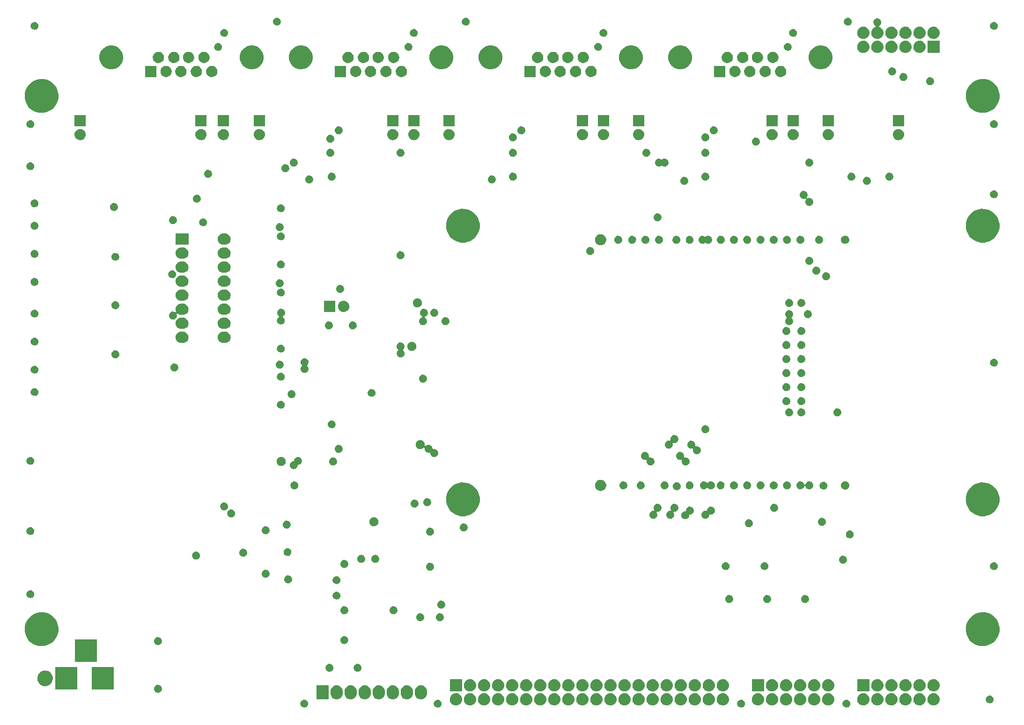
<source format=gbr>
G04 #@! TF.FileFunction,Soldermask,Bot*
%FSLAX46Y46*%
G04 Gerber Fmt 4.6, Leading zero omitted, Abs format (unit mm)*
G04 Created by KiCad (PCBNEW 4.0.2-stable) date Pá 22. duben 2016, 03:40:40 CEST*
%MOMM*%
G01*
G04 APERTURE LIST*
%ADD10C,0.100000*%
G04 APERTURE END LIST*
D10*
G36*
X51382702Y-124511268D02*
X51519329Y-124539313D01*
X51647899Y-124593360D01*
X51763535Y-124671357D01*
X51861812Y-124770322D01*
X51938997Y-124886496D01*
X51992146Y-125015444D01*
X52019062Y-125151381D01*
X52019062Y-125151412D01*
X52019230Y-125152263D01*
X52017006Y-125311568D01*
X52016813Y-125312416D01*
X52016813Y-125312444D01*
X51986112Y-125447578D01*
X51929381Y-125574995D01*
X51848987Y-125688962D01*
X51747981Y-125785150D01*
X51630216Y-125859885D01*
X51500181Y-125910321D01*
X51362828Y-125934541D01*
X51223382Y-125931620D01*
X51087163Y-125901670D01*
X50959354Y-125845832D01*
X50844823Y-125766230D01*
X50747935Y-125665901D01*
X50672383Y-125548665D01*
X50621038Y-125418983D01*
X50595860Y-125281799D01*
X50597807Y-125142338D01*
X50626805Y-125005911D01*
X50681750Y-124877715D01*
X50760548Y-124762634D01*
X50860200Y-124665048D01*
X50976907Y-124588677D01*
X51106226Y-124536429D01*
X51243227Y-124510294D01*
X51382702Y-124511268D01*
X51382702Y-124511268D01*
G37*
G36*
X75512702Y-124511268D02*
X75649329Y-124539313D01*
X75777899Y-124593360D01*
X75893535Y-124671357D01*
X75991812Y-124770322D01*
X76068997Y-124886496D01*
X76122146Y-125015444D01*
X76149062Y-125151381D01*
X76149062Y-125151412D01*
X76149230Y-125152263D01*
X76147006Y-125311568D01*
X76146813Y-125312416D01*
X76146813Y-125312444D01*
X76116112Y-125447578D01*
X76059381Y-125574995D01*
X75978987Y-125688962D01*
X75877981Y-125785150D01*
X75760216Y-125859885D01*
X75630181Y-125910321D01*
X75492828Y-125934541D01*
X75353382Y-125931620D01*
X75217163Y-125901670D01*
X75089354Y-125845832D01*
X74974823Y-125766230D01*
X74877935Y-125665901D01*
X74802383Y-125548665D01*
X74751038Y-125418983D01*
X74725860Y-125281799D01*
X74727807Y-125142338D01*
X74756805Y-125005911D01*
X74811750Y-124877715D01*
X74890548Y-124762634D01*
X74990200Y-124665048D01*
X75106907Y-124588677D01*
X75236226Y-124536429D01*
X75373227Y-124510294D01*
X75512702Y-124511268D01*
X75512702Y-124511268D01*
G37*
G36*
X130376702Y-124511268D02*
X130513329Y-124539313D01*
X130641899Y-124593360D01*
X130757535Y-124671357D01*
X130855812Y-124770322D01*
X130932997Y-124886496D01*
X130986146Y-125015444D01*
X131013062Y-125151381D01*
X131013062Y-125151412D01*
X131013230Y-125152263D01*
X131011006Y-125311568D01*
X131010813Y-125312416D01*
X131010813Y-125312444D01*
X130980112Y-125447578D01*
X130923381Y-125574995D01*
X130842987Y-125688962D01*
X130741981Y-125785150D01*
X130624216Y-125859885D01*
X130494181Y-125910321D01*
X130356828Y-125934541D01*
X130217382Y-125931620D01*
X130081163Y-125901670D01*
X129953354Y-125845832D01*
X129838823Y-125766230D01*
X129741935Y-125665901D01*
X129666383Y-125548665D01*
X129615038Y-125418983D01*
X129589860Y-125281799D01*
X129591807Y-125142338D01*
X129620805Y-125005911D01*
X129675750Y-124877715D01*
X129754548Y-124762634D01*
X129854200Y-124665048D01*
X129970907Y-124588677D01*
X130100226Y-124536429D01*
X130237227Y-124510294D01*
X130376702Y-124511268D01*
X130376702Y-124511268D01*
G37*
G36*
X149426702Y-124511268D02*
X149563329Y-124539313D01*
X149691899Y-124593360D01*
X149807535Y-124671357D01*
X149905812Y-124770322D01*
X149982997Y-124886496D01*
X150036146Y-125015444D01*
X150063062Y-125151381D01*
X150063062Y-125151412D01*
X150063230Y-125152263D01*
X150061006Y-125311568D01*
X150060813Y-125312416D01*
X150060813Y-125312444D01*
X150030112Y-125447578D01*
X149973381Y-125574995D01*
X149892987Y-125688962D01*
X149791981Y-125785150D01*
X149674216Y-125859885D01*
X149544181Y-125910321D01*
X149406828Y-125934541D01*
X149267382Y-125931620D01*
X149131163Y-125901670D01*
X149003354Y-125845832D01*
X148888823Y-125766230D01*
X148791935Y-125665901D01*
X148716383Y-125548665D01*
X148665038Y-125418983D01*
X148639860Y-125281799D01*
X148641807Y-125142338D01*
X148670805Y-125005911D01*
X148725750Y-124877715D01*
X148804548Y-124762634D01*
X148904200Y-124665048D01*
X149020907Y-124588677D01*
X149150226Y-124536429D01*
X149287227Y-124510294D01*
X149426702Y-124511268D01*
X149426702Y-124511268D01*
G37*
G36*
X104155855Y-123342472D02*
X104155864Y-123342473D01*
X104161012Y-123342509D01*
X104377770Y-123366822D01*
X104585677Y-123432774D01*
X104776815Y-123537853D01*
X104943903Y-123678056D01*
X105080576Y-123848043D01*
X105181629Y-124041340D01*
X105243212Y-124250583D01*
X105243220Y-124250669D01*
X105243229Y-124250700D01*
X105262986Y-124467798D01*
X105240199Y-124684603D01*
X105240191Y-124684628D01*
X105240181Y-124684725D01*
X105175682Y-124893087D01*
X105071940Y-125084954D01*
X104932907Y-125253016D01*
X104763878Y-125390873D01*
X104571292Y-125493273D01*
X104362484Y-125556315D01*
X104145408Y-125577600D01*
X104134431Y-125577600D01*
X104124145Y-125577528D01*
X104124136Y-125577527D01*
X104118988Y-125577491D01*
X103902230Y-125553178D01*
X103694323Y-125487226D01*
X103503185Y-125382147D01*
X103336097Y-125241944D01*
X103199424Y-125071957D01*
X103098371Y-124878660D01*
X103036788Y-124669417D01*
X103036780Y-124669331D01*
X103036771Y-124669300D01*
X103017014Y-124452202D01*
X103039801Y-124235397D01*
X103039809Y-124235372D01*
X103039819Y-124235275D01*
X103104318Y-124026913D01*
X103208060Y-123835046D01*
X103347093Y-123666984D01*
X103516122Y-123529127D01*
X103708708Y-123426727D01*
X103917516Y-123363685D01*
X104134592Y-123342400D01*
X104145569Y-123342400D01*
X104155855Y-123342472D01*
X104155855Y-123342472D01*
G37*
G36*
X133365855Y-123342472D02*
X133365864Y-123342473D01*
X133371012Y-123342509D01*
X133587770Y-123366822D01*
X133795677Y-123432774D01*
X133986815Y-123537853D01*
X134153903Y-123678056D01*
X134290576Y-123848043D01*
X134391629Y-124041340D01*
X134453212Y-124250583D01*
X134453220Y-124250669D01*
X134453229Y-124250700D01*
X134472986Y-124467798D01*
X134450199Y-124684603D01*
X134450191Y-124684628D01*
X134450181Y-124684725D01*
X134385682Y-124893087D01*
X134281940Y-125084954D01*
X134142907Y-125253016D01*
X133973878Y-125390873D01*
X133781292Y-125493273D01*
X133572484Y-125556315D01*
X133355408Y-125577600D01*
X133344431Y-125577600D01*
X133334145Y-125577528D01*
X133334136Y-125577527D01*
X133328988Y-125577491D01*
X133112230Y-125553178D01*
X132904323Y-125487226D01*
X132713185Y-125382147D01*
X132546097Y-125241944D01*
X132409424Y-125071957D01*
X132308371Y-124878660D01*
X132246788Y-124669417D01*
X132246780Y-124669331D01*
X132246771Y-124669300D01*
X132227014Y-124452202D01*
X132249801Y-124235397D01*
X132249809Y-124235372D01*
X132249819Y-124235275D01*
X132314318Y-124026913D01*
X132418060Y-123835046D01*
X132557093Y-123666984D01*
X132726122Y-123529127D01*
X132918708Y-123426727D01*
X133127516Y-123363685D01*
X133344592Y-123342400D01*
X133355569Y-123342400D01*
X133365855Y-123342472D01*
X133365855Y-123342472D01*
G37*
G36*
X106695855Y-123342472D02*
X106695864Y-123342473D01*
X106701012Y-123342509D01*
X106917770Y-123366822D01*
X107125677Y-123432774D01*
X107316815Y-123537853D01*
X107483903Y-123678056D01*
X107620576Y-123848043D01*
X107721629Y-124041340D01*
X107783212Y-124250583D01*
X107783220Y-124250669D01*
X107783229Y-124250700D01*
X107802986Y-124467798D01*
X107780199Y-124684603D01*
X107780191Y-124684628D01*
X107780181Y-124684725D01*
X107715682Y-124893087D01*
X107611940Y-125084954D01*
X107472907Y-125253016D01*
X107303878Y-125390873D01*
X107111292Y-125493273D01*
X106902484Y-125556315D01*
X106685408Y-125577600D01*
X106674431Y-125577600D01*
X106664145Y-125577528D01*
X106664136Y-125577527D01*
X106658988Y-125577491D01*
X106442230Y-125553178D01*
X106234323Y-125487226D01*
X106043185Y-125382147D01*
X105876097Y-125241944D01*
X105739424Y-125071957D01*
X105638371Y-124878660D01*
X105576788Y-124669417D01*
X105576780Y-124669331D01*
X105576771Y-124669300D01*
X105557014Y-124452202D01*
X105579801Y-124235397D01*
X105579809Y-124235372D01*
X105579819Y-124235275D01*
X105644318Y-124026913D01*
X105748060Y-123835046D01*
X105887093Y-123666984D01*
X106056122Y-123529127D01*
X106248708Y-123426727D01*
X106457516Y-123363685D01*
X106674592Y-123342400D01*
X106685569Y-123342400D01*
X106695855Y-123342472D01*
X106695855Y-123342472D01*
G37*
G36*
X99075855Y-123342472D02*
X99075864Y-123342473D01*
X99081012Y-123342509D01*
X99297770Y-123366822D01*
X99505677Y-123432774D01*
X99696815Y-123537853D01*
X99863903Y-123678056D01*
X100000576Y-123848043D01*
X100101629Y-124041340D01*
X100163212Y-124250583D01*
X100163220Y-124250669D01*
X100163229Y-124250700D01*
X100182986Y-124467798D01*
X100160199Y-124684603D01*
X100160191Y-124684628D01*
X100160181Y-124684725D01*
X100095682Y-124893087D01*
X99991940Y-125084954D01*
X99852907Y-125253016D01*
X99683878Y-125390873D01*
X99491292Y-125493273D01*
X99282484Y-125556315D01*
X99065408Y-125577600D01*
X99054431Y-125577600D01*
X99044145Y-125577528D01*
X99044136Y-125577527D01*
X99038988Y-125577491D01*
X98822230Y-125553178D01*
X98614323Y-125487226D01*
X98423185Y-125382147D01*
X98256097Y-125241944D01*
X98119424Y-125071957D01*
X98018371Y-124878660D01*
X97956788Y-124669417D01*
X97956780Y-124669331D01*
X97956771Y-124669300D01*
X97937014Y-124452202D01*
X97959801Y-124235397D01*
X97959809Y-124235372D01*
X97959819Y-124235275D01*
X98024318Y-124026913D01*
X98128060Y-123835046D01*
X98267093Y-123666984D01*
X98436122Y-123529127D01*
X98628708Y-123426727D01*
X98837516Y-123363685D01*
X99054592Y-123342400D01*
X99065569Y-123342400D01*
X99075855Y-123342472D01*
X99075855Y-123342472D01*
G37*
G36*
X109235855Y-123342472D02*
X109235864Y-123342473D01*
X109241012Y-123342509D01*
X109457770Y-123366822D01*
X109665677Y-123432774D01*
X109856815Y-123537853D01*
X110023903Y-123678056D01*
X110160576Y-123848043D01*
X110261629Y-124041340D01*
X110323212Y-124250583D01*
X110323220Y-124250669D01*
X110323229Y-124250700D01*
X110342986Y-124467798D01*
X110320199Y-124684603D01*
X110320191Y-124684628D01*
X110320181Y-124684725D01*
X110255682Y-124893087D01*
X110151940Y-125084954D01*
X110012907Y-125253016D01*
X109843878Y-125390873D01*
X109651292Y-125493273D01*
X109442484Y-125556315D01*
X109225408Y-125577600D01*
X109214431Y-125577600D01*
X109204145Y-125577528D01*
X109204136Y-125577527D01*
X109198988Y-125577491D01*
X108982230Y-125553178D01*
X108774323Y-125487226D01*
X108583185Y-125382147D01*
X108416097Y-125241944D01*
X108279424Y-125071957D01*
X108178371Y-124878660D01*
X108116788Y-124669417D01*
X108116780Y-124669331D01*
X108116771Y-124669300D01*
X108097014Y-124452202D01*
X108119801Y-124235397D01*
X108119809Y-124235372D01*
X108119819Y-124235275D01*
X108184318Y-124026913D01*
X108288060Y-123835046D01*
X108427093Y-123666984D01*
X108596122Y-123529127D01*
X108788708Y-123426727D01*
X108997516Y-123363685D01*
X109214592Y-123342400D01*
X109225569Y-123342400D01*
X109235855Y-123342472D01*
X109235855Y-123342472D01*
G37*
G36*
X111775855Y-123342472D02*
X111775864Y-123342473D01*
X111781012Y-123342509D01*
X111997770Y-123366822D01*
X112205677Y-123432774D01*
X112396815Y-123537853D01*
X112563903Y-123678056D01*
X112700576Y-123848043D01*
X112801629Y-124041340D01*
X112863212Y-124250583D01*
X112863220Y-124250669D01*
X112863229Y-124250700D01*
X112882986Y-124467798D01*
X112860199Y-124684603D01*
X112860191Y-124684628D01*
X112860181Y-124684725D01*
X112795682Y-124893087D01*
X112691940Y-125084954D01*
X112552907Y-125253016D01*
X112383878Y-125390873D01*
X112191292Y-125493273D01*
X111982484Y-125556315D01*
X111765408Y-125577600D01*
X111754431Y-125577600D01*
X111744145Y-125577528D01*
X111744136Y-125577527D01*
X111738988Y-125577491D01*
X111522230Y-125553178D01*
X111314323Y-125487226D01*
X111123185Y-125382147D01*
X110956097Y-125241944D01*
X110819424Y-125071957D01*
X110718371Y-124878660D01*
X110656788Y-124669417D01*
X110656780Y-124669331D01*
X110656771Y-124669300D01*
X110637014Y-124452202D01*
X110659801Y-124235397D01*
X110659809Y-124235372D01*
X110659819Y-124235275D01*
X110724318Y-124026913D01*
X110828060Y-123835046D01*
X110967093Y-123666984D01*
X111136122Y-123529127D01*
X111328708Y-123426727D01*
X111537516Y-123363685D01*
X111754592Y-123342400D01*
X111765569Y-123342400D01*
X111775855Y-123342472D01*
X111775855Y-123342472D01*
G37*
G36*
X96535855Y-123342472D02*
X96535864Y-123342473D01*
X96541012Y-123342509D01*
X96757770Y-123366822D01*
X96965677Y-123432774D01*
X97156815Y-123537853D01*
X97323903Y-123678056D01*
X97460576Y-123848043D01*
X97561629Y-124041340D01*
X97623212Y-124250583D01*
X97623220Y-124250669D01*
X97623229Y-124250700D01*
X97642986Y-124467798D01*
X97620199Y-124684603D01*
X97620191Y-124684628D01*
X97620181Y-124684725D01*
X97555682Y-124893087D01*
X97451940Y-125084954D01*
X97312907Y-125253016D01*
X97143878Y-125390873D01*
X96951292Y-125493273D01*
X96742484Y-125556315D01*
X96525408Y-125577600D01*
X96514431Y-125577600D01*
X96504145Y-125577528D01*
X96504136Y-125577527D01*
X96498988Y-125577491D01*
X96282230Y-125553178D01*
X96074323Y-125487226D01*
X95883185Y-125382147D01*
X95716097Y-125241944D01*
X95579424Y-125071957D01*
X95478371Y-124878660D01*
X95416788Y-124669417D01*
X95416780Y-124669331D01*
X95416771Y-124669300D01*
X95397014Y-124452202D01*
X95419801Y-124235397D01*
X95419809Y-124235372D01*
X95419819Y-124235275D01*
X95484318Y-124026913D01*
X95588060Y-123835046D01*
X95727093Y-123666984D01*
X95896122Y-123529127D01*
X96088708Y-123426727D01*
X96297516Y-123363685D01*
X96514592Y-123342400D01*
X96525569Y-123342400D01*
X96535855Y-123342472D01*
X96535855Y-123342472D01*
G37*
G36*
X114315855Y-123342472D02*
X114315864Y-123342473D01*
X114321012Y-123342509D01*
X114537770Y-123366822D01*
X114745677Y-123432774D01*
X114936815Y-123537853D01*
X115103903Y-123678056D01*
X115240576Y-123848043D01*
X115341629Y-124041340D01*
X115403212Y-124250583D01*
X115403220Y-124250669D01*
X115403229Y-124250700D01*
X115422986Y-124467798D01*
X115400199Y-124684603D01*
X115400191Y-124684628D01*
X115400181Y-124684725D01*
X115335682Y-124893087D01*
X115231940Y-125084954D01*
X115092907Y-125253016D01*
X114923878Y-125390873D01*
X114731292Y-125493273D01*
X114522484Y-125556315D01*
X114305408Y-125577600D01*
X114294431Y-125577600D01*
X114284145Y-125577528D01*
X114284136Y-125577527D01*
X114278988Y-125577491D01*
X114062230Y-125553178D01*
X113854323Y-125487226D01*
X113663185Y-125382147D01*
X113496097Y-125241944D01*
X113359424Y-125071957D01*
X113258371Y-124878660D01*
X113196788Y-124669417D01*
X113196780Y-124669331D01*
X113196771Y-124669300D01*
X113177014Y-124452202D01*
X113199801Y-124235397D01*
X113199809Y-124235372D01*
X113199819Y-124235275D01*
X113264318Y-124026913D01*
X113368060Y-123835046D01*
X113507093Y-123666984D01*
X113676122Y-123529127D01*
X113868708Y-123426727D01*
X114077516Y-123363685D01*
X114294592Y-123342400D01*
X114305569Y-123342400D01*
X114315855Y-123342472D01*
X114315855Y-123342472D01*
G37*
G36*
X88915855Y-123342472D02*
X88915864Y-123342473D01*
X88921012Y-123342509D01*
X89137770Y-123366822D01*
X89345677Y-123432774D01*
X89536815Y-123537853D01*
X89703903Y-123678056D01*
X89840576Y-123848043D01*
X89941629Y-124041340D01*
X90003212Y-124250583D01*
X90003220Y-124250669D01*
X90003229Y-124250700D01*
X90022986Y-124467798D01*
X90000199Y-124684603D01*
X90000191Y-124684628D01*
X90000181Y-124684725D01*
X89935682Y-124893087D01*
X89831940Y-125084954D01*
X89692907Y-125253016D01*
X89523878Y-125390873D01*
X89331292Y-125493273D01*
X89122484Y-125556315D01*
X88905408Y-125577600D01*
X88894431Y-125577600D01*
X88884145Y-125577528D01*
X88884136Y-125577527D01*
X88878988Y-125577491D01*
X88662230Y-125553178D01*
X88454323Y-125487226D01*
X88263185Y-125382147D01*
X88096097Y-125241944D01*
X87959424Y-125071957D01*
X87858371Y-124878660D01*
X87796788Y-124669417D01*
X87796780Y-124669331D01*
X87796771Y-124669300D01*
X87777014Y-124452202D01*
X87799801Y-124235397D01*
X87799809Y-124235372D01*
X87799819Y-124235275D01*
X87864318Y-124026913D01*
X87968060Y-123835046D01*
X88107093Y-123666984D01*
X88276122Y-123529127D01*
X88468708Y-123426727D01*
X88677516Y-123363685D01*
X88894592Y-123342400D01*
X88905569Y-123342400D01*
X88915855Y-123342472D01*
X88915855Y-123342472D01*
G37*
G36*
X93995855Y-123342472D02*
X93995864Y-123342473D01*
X94001012Y-123342509D01*
X94217770Y-123366822D01*
X94425677Y-123432774D01*
X94616815Y-123537853D01*
X94783903Y-123678056D01*
X94920576Y-123848043D01*
X95021629Y-124041340D01*
X95083212Y-124250583D01*
X95083220Y-124250669D01*
X95083229Y-124250700D01*
X95102986Y-124467798D01*
X95080199Y-124684603D01*
X95080191Y-124684628D01*
X95080181Y-124684725D01*
X95015682Y-124893087D01*
X94911940Y-125084954D01*
X94772907Y-125253016D01*
X94603878Y-125390873D01*
X94411292Y-125493273D01*
X94202484Y-125556315D01*
X93985408Y-125577600D01*
X93974431Y-125577600D01*
X93964145Y-125577528D01*
X93964136Y-125577527D01*
X93958988Y-125577491D01*
X93742230Y-125553178D01*
X93534323Y-125487226D01*
X93343185Y-125382147D01*
X93176097Y-125241944D01*
X93039424Y-125071957D01*
X92938371Y-124878660D01*
X92876788Y-124669417D01*
X92876780Y-124669331D01*
X92876771Y-124669300D01*
X92857014Y-124452202D01*
X92879801Y-124235397D01*
X92879809Y-124235372D01*
X92879819Y-124235275D01*
X92944318Y-124026913D01*
X93048060Y-123835046D01*
X93187093Y-123666984D01*
X93356122Y-123529127D01*
X93548708Y-123426727D01*
X93757516Y-123363685D01*
X93974592Y-123342400D01*
X93985569Y-123342400D01*
X93995855Y-123342472D01*
X93995855Y-123342472D01*
G37*
G36*
X119395855Y-123342472D02*
X119395864Y-123342473D01*
X119401012Y-123342509D01*
X119617770Y-123366822D01*
X119825677Y-123432774D01*
X120016815Y-123537853D01*
X120183903Y-123678056D01*
X120320576Y-123848043D01*
X120421629Y-124041340D01*
X120483212Y-124250583D01*
X120483220Y-124250669D01*
X120483229Y-124250700D01*
X120502986Y-124467798D01*
X120480199Y-124684603D01*
X120480191Y-124684628D01*
X120480181Y-124684725D01*
X120415682Y-124893087D01*
X120311940Y-125084954D01*
X120172907Y-125253016D01*
X120003878Y-125390873D01*
X119811292Y-125493273D01*
X119602484Y-125556315D01*
X119385408Y-125577600D01*
X119374431Y-125577600D01*
X119364145Y-125577528D01*
X119364136Y-125577527D01*
X119358988Y-125577491D01*
X119142230Y-125553178D01*
X118934323Y-125487226D01*
X118743185Y-125382147D01*
X118576097Y-125241944D01*
X118439424Y-125071957D01*
X118338371Y-124878660D01*
X118276788Y-124669417D01*
X118276780Y-124669331D01*
X118276771Y-124669300D01*
X118257014Y-124452202D01*
X118279801Y-124235397D01*
X118279809Y-124235372D01*
X118279819Y-124235275D01*
X118344318Y-124026913D01*
X118448060Y-123835046D01*
X118587093Y-123666984D01*
X118756122Y-123529127D01*
X118948708Y-123426727D01*
X119157516Y-123363685D01*
X119374592Y-123342400D01*
X119385569Y-123342400D01*
X119395855Y-123342472D01*
X119395855Y-123342472D01*
G37*
G36*
X121935855Y-123342472D02*
X121935864Y-123342473D01*
X121941012Y-123342509D01*
X122157770Y-123366822D01*
X122365677Y-123432774D01*
X122556815Y-123537853D01*
X122723903Y-123678056D01*
X122860576Y-123848043D01*
X122961629Y-124041340D01*
X123023212Y-124250583D01*
X123023220Y-124250669D01*
X123023229Y-124250700D01*
X123042986Y-124467798D01*
X123020199Y-124684603D01*
X123020191Y-124684628D01*
X123020181Y-124684725D01*
X122955682Y-124893087D01*
X122851940Y-125084954D01*
X122712907Y-125253016D01*
X122543878Y-125390873D01*
X122351292Y-125493273D01*
X122142484Y-125556315D01*
X121925408Y-125577600D01*
X121914431Y-125577600D01*
X121904145Y-125577528D01*
X121904136Y-125577527D01*
X121898988Y-125577491D01*
X121682230Y-125553178D01*
X121474323Y-125487226D01*
X121283185Y-125382147D01*
X121116097Y-125241944D01*
X120979424Y-125071957D01*
X120878371Y-124878660D01*
X120816788Y-124669417D01*
X120816780Y-124669331D01*
X120816771Y-124669300D01*
X120797014Y-124452202D01*
X120819801Y-124235397D01*
X120819809Y-124235372D01*
X120819819Y-124235275D01*
X120884318Y-124026913D01*
X120988060Y-123835046D01*
X121127093Y-123666984D01*
X121296122Y-123529127D01*
X121488708Y-123426727D01*
X121697516Y-123363685D01*
X121914592Y-123342400D01*
X121925569Y-123342400D01*
X121935855Y-123342472D01*
X121935855Y-123342472D01*
G37*
G36*
X91455855Y-123342472D02*
X91455864Y-123342473D01*
X91461012Y-123342509D01*
X91677770Y-123366822D01*
X91885677Y-123432774D01*
X92076815Y-123537853D01*
X92243903Y-123678056D01*
X92380576Y-123848043D01*
X92481629Y-124041340D01*
X92543212Y-124250583D01*
X92543220Y-124250669D01*
X92543229Y-124250700D01*
X92562986Y-124467798D01*
X92540199Y-124684603D01*
X92540191Y-124684628D01*
X92540181Y-124684725D01*
X92475682Y-124893087D01*
X92371940Y-125084954D01*
X92232907Y-125253016D01*
X92063878Y-125390873D01*
X91871292Y-125493273D01*
X91662484Y-125556315D01*
X91445408Y-125577600D01*
X91434431Y-125577600D01*
X91424145Y-125577528D01*
X91424136Y-125577527D01*
X91418988Y-125577491D01*
X91202230Y-125553178D01*
X90994323Y-125487226D01*
X90803185Y-125382147D01*
X90636097Y-125241944D01*
X90499424Y-125071957D01*
X90398371Y-124878660D01*
X90336788Y-124669417D01*
X90336780Y-124669331D01*
X90336771Y-124669300D01*
X90317014Y-124452202D01*
X90339801Y-124235397D01*
X90339809Y-124235372D01*
X90339819Y-124235275D01*
X90404318Y-124026913D01*
X90508060Y-123835046D01*
X90647093Y-123666984D01*
X90816122Y-123529127D01*
X91008708Y-123426727D01*
X91217516Y-123363685D01*
X91434592Y-123342400D01*
X91445569Y-123342400D01*
X91455855Y-123342472D01*
X91455855Y-123342472D01*
G37*
G36*
X124475855Y-123342472D02*
X124475864Y-123342473D01*
X124481012Y-123342509D01*
X124697770Y-123366822D01*
X124905677Y-123432774D01*
X125096815Y-123537853D01*
X125263903Y-123678056D01*
X125400576Y-123848043D01*
X125501629Y-124041340D01*
X125563212Y-124250583D01*
X125563220Y-124250669D01*
X125563229Y-124250700D01*
X125582986Y-124467798D01*
X125560199Y-124684603D01*
X125560191Y-124684628D01*
X125560181Y-124684725D01*
X125495682Y-124893087D01*
X125391940Y-125084954D01*
X125252907Y-125253016D01*
X125083878Y-125390873D01*
X124891292Y-125493273D01*
X124682484Y-125556315D01*
X124465408Y-125577600D01*
X124454431Y-125577600D01*
X124444145Y-125577528D01*
X124444136Y-125577527D01*
X124438988Y-125577491D01*
X124222230Y-125553178D01*
X124014323Y-125487226D01*
X123823185Y-125382147D01*
X123656097Y-125241944D01*
X123519424Y-125071957D01*
X123418371Y-124878660D01*
X123356788Y-124669417D01*
X123356780Y-124669331D01*
X123356771Y-124669300D01*
X123337014Y-124452202D01*
X123359801Y-124235397D01*
X123359809Y-124235372D01*
X123359819Y-124235275D01*
X123424318Y-124026913D01*
X123528060Y-123835046D01*
X123667093Y-123666984D01*
X123836122Y-123529127D01*
X124028708Y-123426727D01*
X124237516Y-123363685D01*
X124454592Y-123342400D01*
X124465569Y-123342400D01*
X124475855Y-123342472D01*
X124475855Y-123342472D01*
G37*
G36*
X127015855Y-123342472D02*
X127015864Y-123342473D01*
X127021012Y-123342509D01*
X127237770Y-123366822D01*
X127445677Y-123432774D01*
X127636815Y-123537853D01*
X127803903Y-123678056D01*
X127940576Y-123848043D01*
X128041629Y-124041340D01*
X128103212Y-124250583D01*
X128103220Y-124250669D01*
X128103229Y-124250700D01*
X128122986Y-124467798D01*
X128100199Y-124684603D01*
X128100191Y-124684628D01*
X128100181Y-124684725D01*
X128035682Y-124893087D01*
X127931940Y-125084954D01*
X127792907Y-125253016D01*
X127623878Y-125390873D01*
X127431292Y-125493273D01*
X127222484Y-125556315D01*
X127005408Y-125577600D01*
X126994431Y-125577600D01*
X126984145Y-125577528D01*
X126984136Y-125577527D01*
X126978988Y-125577491D01*
X126762230Y-125553178D01*
X126554323Y-125487226D01*
X126363185Y-125382147D01*
X126196097Y-125241944D01*
X126059424Y-125071957D01*
X125958371Y-124878660D01*
X125896788Y-124669417D01*
X125896780Y-124669331D01*
X125896771Y-124669300D01*
X125877014Y-124452202D01*
X125899801Y-124235397D01*
X125899809Y-124235372D01*
X125899819Y-124235275D01*
X125964318Y-124026913D01*
X126068060Y-123835046D01*
X126207093Y-123666984D01*
X126376122Y-123529127D01*
X126568708Y-123426727D01*
X126777516Y-123363685D01*
X126994592Y-123342400D01*
X127005569Y-123342400D01*
X127015855Y-123342472D01*
X127015855Y-123342472D01*
G37*
G36*
X146065855Y-123342472D02*
X146065864Y-123342473D01*
X146071012Y-123342509D01*
X146287770Y-123366822D01*
X146495677Y-123432774D01*
X146686815Y-123537853D01*
X146853903Y-123678056D01*
X146990576Y-123848043D01*
X147091629Y-124041340D01*
X147153212Y-124250583D01*
X147153220Y-124250669D01*
X147153229Y-124250700D01*
X147172986Y-124467798D01*
X147150199Y-124684603D01*
X147150191Y-124684628D01*
X147150181Y-124684725D01*
X147085682Y-124893087D01*
X146981940Y-125084954D01*
X146842907Y-125253016D01*
X146673878Y-125390873D01*
X146481292Y-125493273D01*
X146272484Y-125556315D01*
X146055408Y-125577600D01*
X146044431Y-125577600D01*
X146034145Y-125577528D01*
X146034136Y-125577527D01*
X146028988Y-125577491D01*
X145812230Y-125553178D01*
X145604323Y-125487226D01*
X145413185Y-125382147D01*
X145246097Y-125241944D01*
X145109424Y-125071957D01*
X145008371Y-124878660D01*
X144946788Y-124669417D01*
X144946780Y-124669331D01*
X144946771Y-124669300D01*
X144927014Y-124452202D01*
X144949801Y-124235397D01*
X144949809Y-124235372D01*
X144949819Y-124235275D01*
X145014318Y-124026913D01*
X145118060Y-123835046D01*
X145257093Y-123666984D01*
X145426122Y-123529127D01*
X145618708Y-123426727D01*
X145827516Y-123363685D01*
X146044592Y-123342400D01*
X146055569Y-123342400D01*
X146065855Y-123342472D01*
X146065855Y-123342472D01*
G37*
G36*
X116855855Y-123342472D02*
X116855864Y-123342473D01*
X116861012Y-123342509D01*
X117077770Y-123366822D01*
X117285677Y-123432774D01*
X117476815Y-123537853D01*
X117643903Y-123678056D01*
X117780576Y-123848043D01*
X117881629Y-124041340D01*
X117943212Y-124250583D01*
X117943220Y-124250669D01*
X117943229Y-124250700D01*
X117962986Y-124467798D01*
X117940199Y-124684603D01*
X117940191Y-124684628D01*
X117940181Y-124684725D01*
X117875682Y-124893087D01*
X117771940Y-125084954D01*
X117632907Y-125253016D01*
X117463878Y-125390873D01*
X117271292Y-125493273D01*
X117062484Y-125556315D01*
X116845408Y-125577600D01*
X116834431Y-125577600D01*
X116824145Y-125577528D01*
X116824136Y-125577527D01*
X116818988Y-125577491D01*
X116602230Y-125553178D01*
X116394323Y-125487226D01*
X116203185Y-125382147D01*
X116036097Y-125241944D01*
X115899424Y-125071957D01*
X115798371Y-124878660D01*
X115736788Y-124669417D01*
X115736780Y-124669331D01*
X115736771Y-124669300D01*
X115717014Y-124452202D01*
X115739801Y-124235397D01*
X115739809Y-124235372D01*
X115739819Y-124235275D01*
X115804318Y-124026913D01*
X115908060Y-123835046D01*
X116047093Y-123666984D01*
X116216122Y-123529127D01*
X116408708Y-123426727D01*
X116617516Y-123363685D01*
X116834592Y-123342400D01*
X116845569Y-123342400D01*
X116855855Y-123342472D01*
X116855855Y-123342472D01*
G37*
G36*
X101615855Y-123342472D02*
X101615864Y-123342473D01*
X101621012Y-123342509D01*
X101837770Y-123366822D01*
X102045677Y-123432774D01*
X102236815Y-123537853D01*
X102403903Y-123678056D01*
X102540576Y-123848043D01*
X102641629Y-124041340D01*
X102703212Y-124250583D01*
X102703220Y-124250669D01*
X102703229Y-124250700D01*
X102722986Y-124467798D01*
X102700199Y-124684603D01*
X102700191Y-124684628D01*
X102700181Y-124684725D01*
X102635682Y-124893087D01*
X102531940Y-125084954D01*
X102392907Y-125253016D01*
X102223878Y-125390873D01*
X102031292Y-125493273D01*
X101822484Y-125556315D01*
X101605408Y-125577600D01*
X101594431Y-125577600D01*
X101584145Y-125577528D01*
X101584136Y-125577527D01*
X101578988Y-125577491D01*
X101362230Y-125553178D01*
X101154323Y-125487226D01*
X100963185Y-125382147D01*
X100796097Y-125241944D01*
X100659424Y-125071957D01*
X100558371Y-124878660D01*
X100496788Y-124669417D01*
X100496780Y-124669331D01*
X100496771Y-124669300D01*
X100477014Y-124452202D01*
X100499801Y-124235397D01*
X100499809Y-124235372D01*
X100499819Y-124235275D01*
X100564318Y-124026913D01*
X100668060Y-123835046D01*
X100807093Y-123666984D01*
X100976122Y-123529127D01*
X101168708Y-123426727D01*
X101377516Y-123363685D01*
X101594592Y-123342400D01*
X101605569Y-123342400D01*
X101615855Y-123342472D01*
X101615855Y-123342472D01*
G37*
G36*
X143525855Y-123342472D02*
X143525864Y-123342473D01*
X143531012Y-123342509D01*
X143747770Y-123366822D01*
X143955677Y-123432774D01*
X144146815Y-123537853D01*
X144313903Y-123678056D01*
X144450576Y-123848043D01*
X144551629Y-124041340D01*
X144613212Y-124250583D01*
X144613220Y-124250669D01*
X144613229Y-124250700D01*
X144632986Y-124467798D01*
X144610199Y-124684603D01*
X144610191Y-124684628D01*
X144610181Y-124684725D01*
X144545682Y-124893087D01*
X144441940Y-125084954D01*
X144302907Y-125253016D01*
X144133878Y-125390873D01*
X143941292Y-125493273D01*
X143732484Y-125556315D01*
X143515408Y-125577600D01*
X143504431Y-125577600D01*
X143494145Y-125577528D01*
X143494136Y-125577527D01*
X143488988Y-125577491D01*
X143272230Y-125553178D01*
X143064323Y-125487226D01*
X142873185Y-125382147D01*
X142706097Y-125241944D01*
X142569424Y-125071957D01*
X142468371Y-124878660D01*
X142406788Y-124669417D01*
X142406780Y-124669331D01*
X142406771Y-124669300D01*
X142387014Y-124452202D01*
X142409801Y-124235397D01*
X142409809Y-124235372D01*
X142409819Y-124235275D01*
X142474318Y-124026913D01*
X142578060Y-123835046D01*
X142717093Y-123666984D01*
X142886122Y-123529127D01*
X143078708Y-123426727D01*
X143287516Y-123363685D01*
X143504592Y-123342400D01*
X143515569Y-123342400D01*
X143525855Y-123342472D01*
X143525855Y-123342472D01*
G37*
G36*
X140985855Y-123342472D02*
X140985864Y-123342473D01*
X140991012Y-123342509D01*
X141207770Y-123366822D01*
X141415677Y-123432774D01*
X141606815Y-123537853D01*
X141773903Y-123678056D01*
X141910576Y-123848043D01*
X142011629Y-124041340D01*
X142073212Y-124250583D01*
X142073220Y-124250669D01*
X142073229Y-124250700D01*
X142092986Y-124467798D01*
X142070199Y-124684603D01*
X142070191Y-124684628D01*
X142070181Y-124684725D01*
X142005682Y-124893087D01*
X141901940Y-125084954D01*
X141762907Y-125253016D01*
X141593878Y-125390873D01*
X141401292Y-125493273D01*
X141192484Y-125556315D01*
X140975408Y-125577600D01*
X140964431Y-125577600D01*
X140954145Y-125577528D01*
X140954136Y-125577527D01*
X140948988Y-125577491D01*
X140732230Y-125553178D01*
X140524323Y-125487226D01*
X140333185Y-125382147D01*
X140166097Y-125241944D01*
X140029424Y-125071957D01*
X139928371Y-124878660D01*
X139866788Y-124669417D01*
X139866780Y-124669331D01*
X139866771Y-124669300D01*
X139847014Y-124452202D01*
X139869801Y-124235397D01*
X139869809Y-124235372D01*
X139869819Y-124235275D01*
X139934318Y-124026913D01*
X140038060Y-123835046D01*
X140177093Y-123666984D01*
X140346122Y-123529127D01*
X140538708Y-123426727D01*
X140747516Y-123363685D01*
X140964592Y-123342400D01*
X140975569Y-123342400D01*
X140985855Y-123342472D01*
X140985855Y-123342472D01*
G37*
G36*
X86375855Y-123342472D02*
X86375864Y-123342473D01*
X86381012Y-123342509D01*
X86597770Y-123366822D01*
X86805677Y-123432774D01*
X86996815Y-123537853D01*
X87163903Y-123678056D01*
X87300576Y-123848043D01*
X87401629Y-124041340D01*
X87463212Y-124250583D01*
X87463220Y-124250669D01*
X87463229Y-124250700D01*
X87482986Y-124467798D01*
X87460199Y-124684603D01*
X87460191Y-124684628D01*
X87460181Y-124684725D01*
X87395682Y-124893087D01*
X87291940Y-125084954D01*
X87152907Y-125253016D01*
X86983878Y-125390873D01*
X86791292Y-125493273D01*
X86582484Y-125556315D01*
X86365408Y-125577600D01*
X86354431Y-125577600D01*
X86344145Y-125577528D01*
X86344136Y-125577527D01*
X86338988Y-125577491D01*
X86122230Y-125553178D01*
X85914323Y-125487226D01*
X85723185Y-125382147D01*
X85556097Y-125241944D01*
X85419424Y-125071957D01*
X85318371Y-124878660D01*
X85256788Y-124669417D01*
X85256780Y-124669331D01*
X85256771Y-124669300D01*
X85237014Y-124452202D01*
X85259801Y-124235397D01*
X85259809Y-124235372D01*
X85259819Y-124235275D01*
X85324318Y-124026913D01*
X85428060Y-123835046D01*
X85567093Y-123666984D01*
X85736122Y-123529127D01*
X85928708Y-123426727D01*
X86137516Y-123363685D01*
X86354592Y-123342400D01*
X86365569Y-123342400D01*
X86375855Y-123342472D01*
X86375855Y-123342472D01*
G37*
G36*
X138445855Y-123342472D02*
X138445864Y-123342473D01*
X138451012Y-123342509D01*
X138667770Y-123366822D01*
X138875677Y-123432774D01*
X139066815Y-123537853D01*
X139233903Y-123678056D01*
X139370576Y-123848043D01*
X139471629Y-124041340D01*
X139533212Y-124250583D01*
X139533220Y-124250669D01*
X139533229Y-124250700D01*
X139552986Y-124467798D01*
X139530199Y-124684603D01*
X139530191Y-124684628D01*
X139530181Y-124684725D01*
X139465682Y-124893087D01*
X139361940Y-125084954D01*
X139222907Y-125253016D01*
X139053878Y-125390873D01*
X138861292Y-125493273D01*
X138652484Y-125556315D01*
X138435408Y-125577600D01*
X138424431Y-125577600D01*
X138414145Y-125577528D01*
X138414136Y-125577527D01*
X138408988Y-125577491D01*
X138192230Y-125553178D01*
X137984323Y-125487226D01*
X137793185Y-125382147D01*
X137626097Y-125241944D01*
X137489424Y-125071957D01*
X137388371Y-124878660D01*
X137326788Y-124669417D01*
X137326780Y-124669331D01*
X137326771Y-124669300D01*
X137307014Y-124452202D01*
X137329801Y-124235397D01*
X137329809Y-124235372D01*
X137329819Y-124235275D01*
X137394318Y-124026913D01*
X137498060Y-123835046D01*
X137637093Y-123666984D01*
X137806122Y-123529127D01*
X137998708Y-123426727D01*
X138207516Y-123363685D01*
X138424592Y-123342400D01*
X138435569Y-123342400D01*
X138445855Y-123342472D01*
X138445855Y-123342472D01*
G37*
G36*
X135905855Y-123342472D02*
X135905864Y-123342473D01*
X135911012Y-123342509D01*
X136127770Y-123366822D01*
X136335677Y-123432774D01*
X136526815Y-123537853D01*
X136693903Y-123678056D01*
X136830576Y-123848043D01*
X136931629Y-124041340D01*
X136993212Y-124250583D01*
X136993220Y-124250669D01*
X136993229Y-124250700D01*
X137012986Y-124467798D01*
X136990199Y-124684603D01*
X136990191Y-124684628D01*
X136990181Y-124684725D01*
X136925682Y-124893087D01*
X136821940Y-125084954D01*
X136682907Y-125253016D01*
X136513878Y-125390873D01*
X136321292Y-125493273D01*
X136112484Y-125556315D01*
X135895408Y-125577600D01*
X135884431Y-125577600D01*
X135874145Y-125577528D01*
X135874136Y-125577527D01*
X135868988Y-125577491D01*
X135652230Y-125553178D01*
X135444323Y-125487226D01*
X135253185Y-125382147D01*
X135086097Y-125241944D01*
X134949424Y-125071957D01*
X134848371Y-124878660D01*
X134786788Y-124669417D01*
X134786780Y-124669331D01*
X134786771Y-124669300D01*
X134767014Y-124452202D01*
X134789801Y-124235397D01*
X134789809Y-124235372D01*
X134789819Y-124235275D01*
X134854318Y-124026913D01*
X134958060Y-123835046D01*
X135097093Y-123666984D01*
X135266122Y-123529127D01*
X135458708Y-123426727D01*
X135667516Y-123363685D01*
X135884592Y-123342400D01*
X135895569Y-123342400D01*
X135905855Y-123342472D01*
X135905855Y-123342472D01*
G37*
G36*
X83835855Y-123342472D02*
X83835864Y-123342473D01*
X83841012Y-123342509D01*
X84057770Y-123366822D01*
X84265677Y-123432774D01*
X84456815Y-123537853D01*
X84623903Y-123678056D01*
X84760576Y-123848043D01*
X84861629Y-124041340D01*
X84923212Y-124250583D01*
X84923220Y-124250669D01*
X84923229Y-124250700D01*
X84942986Y-124467798D01*
X84920199Y-124684603D01*
X84920191Y-124684628D01*
X84920181Y-124684725D01*
X84855682Y-124893087D01*
X84751940Y-125084954D01*
X84612907Y-125253016D01*
X84443878Y-125390873D01*
X84251292Y-125493273D01*
X84042484Y-125556315D01*
X83825408Y-125577600D01*
X83814431Y-125577600D01*
X83804145Y-125577528D01*
X83804136Y-125577527D01*
X83798988Y-125577491D01*
X83582230Y-125553178D01*
X83374323Y-125487226D01*
X83183185Y-125382147D01*
X83016097Y-125241944D01*
X82879424Y-125071957D01*
X82778371Y-124878660D01*
X82716788Y-124669417D01*
X82716780Y-124669331D01*
X82716771Y-124669300D01*
X82697014Y-124452202D01*
X82719801Y-124235397D01*
X82719809Y-124235372D01*
X82719819Y-124235275D01*
X82784318Y-124026913D01*
X82888060Y-123835046D01*
X83027093Y-123666984D01*
X83196122Y-123529127D01*
X83388708Y-123426727D01*
X83597516Y-123363685D01*
X83814592Y-123342400D01*
X83825569Y-123342400D01*
X83835855Y-123342472D01*
X83835855Y-123342472D01*
G37*
G36*
X152415855Y-123342472D02*
X152415864Y-123342473D01*
X152421012Y-123342509D01*
X152637770Y-123366822D01*
X152845677Y-123432774D01*
X153036815Y-123537853D01*
X153203903Y-123678056D01*
X153340576Y-123848043D01*
X153441629Y-124041340D01*
X153503212Y-124250583D01*
X153503220Y-124250669D01*
X153503229Y-124250700D01*
X153522986Y-124467798D01*
X153500199Y-124684603D01*
X153500191Y-124684628D01*
X153500181Y-124684725D01*
X153435682Y-124893087D01*
X153331940Y-125084954D01*
X153192907Y-125253016D01*
X153023878Y-125390873D01*
X152831292Y-125493273D01*
X152622484Y-125556315D01*
X152405408Y-125577600D01*
X152394431Y-125577600D01*
X152384145Y-125577528D01*
X152384136Y-125577527D01*
X152378988Y-125577491D01*
X152162230Y-125553178D01*
X151954323Y-125487226D01*
X151763185Y-125382147D01*
X151596097Y-125241944D01*
X151459424Y-125071957D01*
X151358371Y-124878660D01*
X151296788Y-124669417D01*
X151296780Y-124669331D01*
X151296771Y-124669300D01*
X151277014Y-124452202D01*
X151299801Y-124235397D01*
X151299809Y-124235372D01*
X151299819Y-124235275D01*
X151364318Y-124026913D01*
X151468060Y-123835046D01*
X151607093Y-123666984D01*
X151776122Y-123529127D01*
X151968708Y-123426727D01*
X152177516Y-123363685D01*
X152394592Y-123342400D01*
X152405569Y-123342400D01*
X152415855Y-123342472D01*
X152415855Y-123342472D01*
G37*
G36*
X165115855Y-123342472D02*
X165115864Y-123342473D01*
X165121012Y-123342509D01*
X165337770Y-123366822D01*
X165545677Y-123432774D01*
X165736815Y-123537853D01*
X165903903Y-123678056D01*
X166040576Y-123848043D01*
X166141629Y-124041340D01*
X166203212Y-124250583D01*
X166203220Y-124250669D01*
X166203229Y-124250700D01*
X166222986Y-124467798D01*
X166200199Y-124684603D01*
X166200191Y-124684628D01*
X166200181Y-124684725D01*
X166135682Y-124893087D01*
X166031940Y-125084954D01*
X165892907Y-125253016D01*
X165723878Y-125390873D01*
X165531292Y-125493273D01*
X165322484Y-125556315D01*
X165105408Y-125577600D01*
X165094431Y-125577600D01*
X165084145Y-125577528D01*
X165084136Y-125577527D01*
X165078988Y-125577491D01*
X164862230Y-125553178D01*
X164654323Y-125487226D01*
X164463185Y-125382147D01*
X164296097Y-125241944D01*
X164159424Y-125071957D01*
X164058371Y-124878660D01*
X163996788Y-124669417D01*
X163996780Y-124669331D01*
X163996771Y-124669300D01*
X163977014Y-124452202D01*
X163999801Y-124235397D01*
X163999809Y-124235372D01*
X163999819Y-124235275D01*
X164064318Y-124026913D01*
X164168060Y-123835046D01*
X164307093Y-123666984D01*
X164476122Y-123529127D01*
X164668708Y-123426727D01*
X164877516Y-123363685D01*
X165094592Y-123342400D01*
X165105569Y-123342400D01*
X165115855Y-123342472D01*
X165115855Y-123342472D01*
G37*
G36*
X81295855Y-123342472D02*
X81295864Y-123342473D01*
X81301012Y-123342509D01*
X81517770Y-123366822D01*
X81725677Y-123432774D01*
X81916815Y-123537853D01*
X82083903Y-123678056D01*
X82220576Y-123848043D01*
X82321629Y-124041340D01*
X82383212Y-124250583D01*
X82383220Y-124250669D01*
X82383229Y-124250700D01*
X82402986Y-124467798D01*
X82380199Y-124684603D01*
X82380191Y-124684628D01*
X82380181Y-124684725D01*
X82315682Y-124893087D01*
X82211940Y-125084954D01*
X82072907Y-125253016D01*
X81903878Y-125390873D01*
X81711292Y-125493273D01*
X81502484Y-125556315D01*
X81285408Y-125577600D01*
X81274431Y-125577600D01*
X81264145Y-125577528D01*
X81264136Y-125577527D01*
X81258988Y-125577491D01*
X81042230Y-125553178D01*
X80834323Y-125487226D01*
X80643185Y-125382147D01*
X80476097Y-125241944D01*
X80339424Y-125071957D01*
X80238371Y-124878660D01*
X80176788Y-124669417D01*
X80176780Y-124669331D01*
X80176771Y-124669300D01*
X80157014Y-124452202D01*
X80179801Y-124235397D01*
X80179809Y-124235372D01*
X80179819Y-124235275D01*
X80244318Y-124026913D01*
X80348060Y-123835046D01*
X80487093Y-123666984D01*
X80656122Y-123529127D01*
X80848708Y-123426727D01*
X81057516Y-123363685D01*
X81274592Y-123342400D01*
X81285569Y-123342400D01*
X81295855Y-123342472D01*
X81295855Y-123342472D01*
G37*
G36*
X162575855Y-123342472D02*
X162575864Y-123342473D01*
X162581012Y-123342509D01*
X162797770Y-123366822D01*
X163005677Y-123432774D01*
X163196815Y-123537853D01*
X163363903Y-123678056D01*
X163500576Y-123848043D01*
X163601629Y-124041340D01*
X163663212Y-124250583D01*
X163663220Y-124250669D01*
X163663229Y-124250700D01*
X163682986Y-124467798D01*
X163660199Y-124684603D01*
X163660191Y-124684628D01*
X163660181Y-124684725D01*
X163595682Y-124893087D01*
X163491940Y-125084954D01*
X163352907Y-125253016D01*
X163183878Y-125390873D01*
X162991292Y-125493273D01*
X162782484Y-125556315D01*
X162565408Y-125577600D01*
X162554431Y-125577600D01*
X162544145Y-125577528D01*
X162544136Y-125577527D01*
X162538988Y-125577491D01*
X162322230Y-125553178D01*
X162114323Y-125487226D01*
X161923185Y-125382147D01*
X161756097Y-125241944D01*
X161619424Y-125071957D01*
X161518371Y-124878660D01*
X161456788Y-124669417D01*
X161456780Y-124669331D01*
X161456771Y-124669300D01*
X161437014Y-124452202D01*
X161459801Y-124235397D01*
X161459809Y-124235372D01*
X161459819Y-124235275D01*
X161524318Y-124026913D01*
X161628060Y-123835046D01*
X161767093Y-123666984D01*
X161936122Y-123529127D01*
X162128708Y-123426727D01*
X162337516Y-123363685D01*
X162554592Y-123342400D01*
X162565569Y-123342400D01*
X162575855Y-123342472D01*
X162575855Y-123342472D01*
G37*
G36*
X160035855Y-123342472D02*
X160035864Y-123342473D01*
X160041012Y-123342509D01*
X160257770Y-123366822D01*
X160465677Y-123432774D01*
X160656815Y-123537853D01*
X160823903Y-123678056D01*
X160960576Y-123848043D01*
X161061629Y-124041340D01*
X161123212Y-124250583D01*
X161123220Y-124250669D01*
X161123229Y-124250700D01*
X161142986Y-124467798D01*
X161120199Y-124684603D01*
X161120191Y-124684628D01*
X161120181Y-124684725D01*
X161055682Y-124893087D01*
X160951940Y-125084954D01*
X160812907Y-125253016D01*
X160643878Y-125390873D01*
X160451292Y-125493273D01*
X160242484Y-125556315D01*
X160025408Y-125577600D01*
X160014431Y-125577600D01*
X160004145Y-125577528D01*
X160004136Y-125577527D01*
X159998988Y-125577491D01*
X159782230Y-125553178D01*
X159574323Y-125487226D01*
X159383185Y-125382147D01*
X159216097Y-125241944D01*
X159079424Y-125071957D01*
X158978371Y-124878660D01*
X158916788Y-124669417D01*
X158916780Y-124669331D01*
X158916771Y-124669300D01*
X158897014Y-124452202D01*
X158919801Y-124235397D01*
X158919809Y-124235372D01*
X158919819Y-124235275D01*
X158984318Y-124026913D01*
X159088060Y-123835046D01*
X159227093Y-123666984D01*
X159396122Y-123529127D01*
X159588708Y-123426727D01*
X159797516Y-123363685D01*
X160014592Y-123342400D01*
X160025569Y-123342400D01*
X160035855Y-123342472D01*
X160035855Y-123342472D01*
G37*
G36*
X78755855Y-123342472D02*
X78755864Y-123342473D01*
X78761012Y-123342509D01*
X78977770Y-123366822D01*
X79185677Y-123432774D01*
X79376815Y-123537853D01*
X79543903Y-123678056D01*
X79680576Y-123848043D01*
X79781629Y-124041340D01*
X79843212Y-124250583D01*
X79843220Y-124250669D01*
X79843229Y-124250700D01*
X79862986Y-124467798D01*
X79840199Y-124684603D01*
X79840191Y-124684628D01*
X79840181Y-124684725D01*
X79775682Y-124893087D01*
X79671940Y-125084954D01*
X79532907Y-125253016D01*
X79363878Y-125390873D01*
X79171292Y-125493273D01*
X78962484Y-125556315D01*
X78745408Y-125577600D01*
X78734431Y-125577600D01*
X78724145Y-125577528D01*
X78724136Y-125577527D01*
X78718988Y-125577491D01*
X78502230Y-125553178D01*
X78294323Y-125487226D01*
X78103185Y-125382147D01*
X77936097Y-125241944D01*
X77799424Y-125071957D01*
X77698371Y-124878660D01*
X77636788Y-124669417D01*
X77636780Y-124669331D01*
X77636771Y-124669300D01*
X77617014Y-124452202D01*
X77639801Y-124235397D01*
X77639809Y-124235372D01*
X77639819Y-124235275D01*
X77704318Y-124026913D01*
X77808060Y-123835046D01*
X77947093Y-123666984D01*
X78116122Y-123529127D01*
X78308708Y-123426727D01*
X78517516Y-123363685D01*
X78734592Y-123342400D01*
X78745569Y-123342400D01*
X78755855Y-123342472D01*
X78755855Y-123342472D01*
G37*
G36*
X157495855Y-123342472D02*
X157495864Y-123342473D01*
X157501012Y-123342509D01*
X157717770Y-123366822D01*
X157925677Y-123432774D01*
X158116815Y-123537853D01*
X158283903Y-123678056D01*
X158420576Y-123848043D01*
X158521629Y-124041340D01*
X158583212Y-124250583D01*
X158583220Y-124250669D01*
X158583229Y-124250700D01*
X158602986Y-124467798D01*
X158580199Y-124684603D01*
X158580191Y-124684628D01*
X158580181Y-124684725D01*
X158515682Y-124893087D01*
X158411940Y-125084954D01*
X158272907Y-125253016D01*
X158103878Y-125390873D01*
X157911292Y-125493273D01*
X157702484Y-125556315D01*
X157485408Y-125577600D01*
X157474431Y-125577600D01*
X157464145Y-125577528D01*
X157464136Y-125577527D01*
X157458988Y-125577491D01*
X157242230Y-125553178D01*
X157034323Y-125487226D01*
X156843185Y-125382147D01*
X156676097Y-125241944D01*
X156539424Y-125071957D01*
X156438371Y-124878660D01*
X156376788Y-124669417D01*
X156376780Y-124669331D01*
X156376771Y-124669300D01*
X156357014Y-124452202D01*
X156379801Y-124235397D01*
X156379809Y-124235372D01*
X156379819Y-124235275D01*
X156444318Y-124026913D01*
X156548060Y-123835046D01*
X156687093Y-123666984D01*
X156856122Y-123529127D01*
X157048708Y-123426727D01*
X157257516Y-123363685D01*
X157474592Y-123342400D01*
X157485569Y-123342400D01*
X157495855Y-123342472D01*
X157495855Y-123342472D01*
G37*
G36*
X154955855Y-123342472D02*
X154955864Y-123342473D01*
X154961012Y-123342509D01*
X155177770Y-123366822D01*
X155385677Y-123432774D01*
X155576815Y-123537853D01*
X155743903Y-123678056D01*
X155880576Y-123848043D01*
X155981629Y-124041340D01*
X156043212Y-124250583D01*
X156043220Y-124250669D01*
X156043229Y-124250700D01*
X156062986Y-124467798D01*
X156040199Y-124684603D01*
X156040191Y-124684628D01*
X156040181Y-124684725D01*
X155975682Y-124893087D01*
X155871940Y-125084954D01*
X155732907Y-125253016D01*
X155563878Y-125390873D01*
X155371292Y-125493273D01*
X155162484Y-125556315D01*
X154945408Y-125577600D01*
X154934431Y-125577600D01*
X154924145Y-125577528D01*
X154924136Y-125577527D01*
X154918988Y-125577491D01*
X154702230Y-125553178D01*
X154494323Y-125487226D01*
X154303185Y-125382147D01*
X154136097Y-125241944D01*
X153999424Y-125071957D01*
X153898371Y-124878660D01*
X153836788Y-124669417D01*
X153836780Y-124669331D01*
X153836771Y-124669300D01*
X153817014Y-124452202D01*
X153839801Y-124235397D01*
X153839809Y-124235372D01*
X153839819Y-124235275D01*
X153904318Y-124026913D01*
X154008060Y-123835046D01*
X154147093Y-123666984D01*
X154316122Y-123529127D01*
X154508708Y-123426727D01*
X154717516Y-123363685D01*
X154934592Y-123342400D01*
X154945569Y-123342400D01*
X154955855Y-123342472D01*
X154955855Y-123342472D01*
G37*
G36*
X175334702Y-123749268D02*
X175471329Y-123777313D01*
X175599899Y-123831360D01*
X175715535Y-123909357D01*
X175813812Y-124008322D01*
X175890997Y-124124496D01*
X175944146Y-124253444D01*
X175971062Y-124389381D01*
X175971062Y-124389412D01*
X175971230Y-124390263D01*
X175969006Y-124549568D01*
X175968813Y-124550416D01*
X175968813Y-124550444D01*
X175938112Y-124685578D01*
X175881381Y-124812995D01*
X175800987Y-124926962D01*
X175699981Y-125023150D01*
X175582216Y-125097885D01*
X175452181Y-125148321D01*
X175314828Y-125172541D01*
X175175382Y-125169620D01*
X175039163Y-125139670D01*
X174911354Y-125083832D01*
X174796823Y-125004230D01*
X174699935Y-124903901D01*
X174624383Y-124786665D01*
X174573038Y-124656983D01*
X174547860Y-124519799D01*
X174549807Y-124380338D01*
X174578805Y-124243911D01*
X174633750Y-124115715D01*
X174712548Y-124000634D01*
X174812200Y-123903048D01*
X174928907Y-123826677D01*
X175058226Y-123774429D01*
X175195227Y-123748294D01*
X175334702Y-123749268D01*
X175334702Y-123749268D01*
G37*
G36*
X64994603Y-121936664D02*
X64994628Y-121936672D01*
X64994725Y-121936682D01*
X65203087Y-122001181D01*
X65394954Y-122104923D01*
X65563016Y-122243956D01*
X65700873Y-122412985D01*
X65803273Y-122605571D01*
X65866315Y-122814379D01*
X65887600Y-123031455D01*
X65887600Y-123348706D01*
X65887528Y-123358992D01*
X65887527Y-123359001D01*
X65887491Y-123364149D01*
X65863178Y-123580907D01*
X65797226Y-123788814D01*
X65692147Y-123979952D01*
X65551944Y-124147040D01*
X65381957Y-124283713D01*
X65188660Y-124384766D01*
X64979417Y-124446349D01*
X64979331Y-124446357D01*
X64979300Y-124446366D01*
X64762202Y-124466123D01*
X64545397Y-124443336D01*
X64545372Y-124443328D01*
X64545275Y-124443318D01*
X64336913Y-124378819D01*
X64145046Y-124275077D01*
X63976984Y-124136044D01*
X63839127Y-123967015D01*
X63736727Y-123774429D01*
X63673685Y-123565621D01*
X63652400Y-123348545D01*
X63652400Y-123031294D01*
X63652472Y-123021008D01*
X63652473Y-123020999D01*
X63652509Y-123015851D01*
X63676822Y-122799093D01*
X63742774Y-122591186D01*
X63847853Y-122400048D01*
X63988056Y-122232960D01*
X64158043Y-122096287D01*
X64351340Y-121995234D01*
X64560583Y-121933651D01*
X64560669Y-121933643D01*
X64560700Y-121933634D01*
X64777798Y-121913877D01*
X64994603Y-121936664D01*
X64994603Y-121936664D01*
G37*
G36*
X70074603Y-121936664D02*
X70074628Y-121936672D01*
X70074725Y-121936682D01*
X70283087Y-122001181D01*
X70474954Y-122104923D01*
X70643016Y-122243956D01*
X70780873Y-122412985D01*
X70883273Y-122605571D01*
X70946315Y-122814379D01*
X70967600Y-123031455D01*
X70967600Y-123348706D01*
X70967528Y-123358992D01*
X70967527Y-123359001D01*
X70967491Y-123364149D01*
X70943178Y-123580907D01*
X70877226Y-123788814D01*
X70772147Y-123979952D01*
X70631944Y-124147040D01*
X70461957Y-124283713D01*
X70268660Y-124384766D01*
X70059417Y-124446349D01*
X70059331Y-124446357D01*
X70059300Y-124446366D01*
X69842202Y-124466123D01*
X69625397Y-124443336D01*
X69625372Y-124443328D01*
X69625275Y-124443318D01*
X69416913Y-124378819D01*
X69225046Y-124275077D01*
X69056984Y-124136044D01*
X68919127Y-123967015D01*
X68816727Y-123774429D01*
X68753685Y-123565621D01*
X68732400Y-123348545D01*
X68732400Y-123031294D01*
X68732472Y-123021008D01*
X68732473Y-123020999D01*
X68732509Y-123015851D01*
X68756822Y-122799093D01*
X68822774Y-122591186D01*
X68927853Y-122400048D01*
X69068056Y-122232960D01*
X69238043Y-122096287D01*
X69431340Y-121995234D01*
X69640583Y-121933651D01*
X69640669Y-121933643D01*
X69640700Y-121933634D01*
X69857798Y-121913877D01*
X70074603Y-121936664D01*
X70074603Y-121936664D01*
G37*
G36*
X72614603Y-121936664D02*
X72614628Y-121936672D01*
X72614725Y-121936682D01*
X72823087Y-122001181D01*
X73014954Y-122104923D01*
X73183016Y-122243956D01*
X73320873Y-122412985D01*
X73423273Y-122605571D01*
X73486315Y-122814379D01*
X73507600Y-123031455D01*
X73507600Y-123348706D01*
X73507528Y-123358992D01*
X73507527Y-123359001D01*
X73507491Y-123364149D01*
X73483178Y-123580907D01*
X73417226Y-123788814D01*
X73312147Y-123979952D01*
X73171944Y-124147040D01*
X73001957Y-124283713D01*
X72808660Y-124384766D01*
X72599417Y-124446349D01*
X72599331Y-124446357D01*
X72599300Y-124446366D01*
X72382202Y-124466123D01*
X72165397Y-124443336D01*
X72165372Y-124443328D01*
X72165275Y-124443318D01*
X71956913Y-124378819D01*
X71765046Y-124275077D01*
X71596984Y-124136044D01*
X71459127Y-123967015D01*
X71356727Y-123774429D01*
X71293685Y-123565621D01*
X71272400Y-123348545D01*
X71272400Y-123031294D01*
X71272472Y-123021008D01*
X71272473Y-123020999D01*
X71272509Y-123015851D01*
X71296822Y-122799093D01*
X71362774Y-122591186D01*
X71467853Y-122400048D01*
X71608056Y-122232960D01*
X71778043Y-122096287D01*
X71971340Y-121995234D01*
X72180583Y-121933651D01*
X72180669Y-121933643D01*
X72180700Y-121933634D01*
X72397798Y-121913877D01*
X72614603Y-121936664D01*
X72614603Y-121936664D01*
G37*
G36*
X59914603Y-121936664D02*
X59914628Y-121936672D01*
X59914725Y-121936682D01*
X60123087Y-122001181D01*
X60314954Y-122104923D01*
X60483016Y-122243956D01*
X60620873Y-122412985D01*
X60723273Y-122605571D01*
X60786315Y-122814379D01*
X60807600Y-123031455D01*
X60807600Y-123348706D01*
X60807528Y-123358992D01*
X60807527Y-123359001D01*
X60807491Y-123364149D01*
X60783178Y-123580907D01*
X60717226Y-123788814D01*
X60612147Y-123979952D01*
X60471944Y-124147040D01*
X60301957Y-124283713D01*
X60108660Y-124384766D01*
X59899417Y-124446349D01*
X59899331Y-124446357D01*
X59899300Y-124446366D01*
X59682202Y-124466123D01*
X59465397Y-124443336D01*
X59465372Y-124443328D01*
X59465275Y-124443318D01*
X59256913Y-124378819D01*
X59065046Y-124275077D01*
X58896984Y-124136044D01*
X58759127Y-123967015D01*
X58656727Y-123774429D01*
X58593685Y-123565621D01*
X58572400Y-123348545D01*
X58572400Y-123031294D01*
X58572472Y-123021008D01*
X58572473Y-123020999D01*
X58572509Y-123015851D01*
X58596822Y-122799093D01*
X58662774Y-122591186D01*
X58767853Y-122400048D01*
X58908056Y-122232960D01*
X59078043Y-122096287D01*
X59271340Y-121995234D01*
X59480583Y-121933651D01*
X59480669Y-121933643D01*
X59480700Y-121933634D01*
X59697798Y-121913877D01*
X59914603Y-121936664D01*
X59914603Y-121936664D01*
G37*
G36*
X57374603Y-121936664D02*
X57374628Y-121936672D01*
X57374725Y-121936682D01*
X57583087Y-122001181D01*
X57774954Y-122104923D01*
X57943016Y-122243956D01*
X58080873Y-122412985D01*
X58183273Y-122605571D01*
X58246315Y-122814379D01*
X58267600Y-123031455D01*
X58267600Y-123348706D01*
X58267528Y-123358992D01*
X58267527Y-123359001D01*
X58267491Y-123364149D01*
X58243178Y-123580907D01*
X58177226Y-123788814D01*
X58072147Y-123979952D01*
X57931944Y-124147040D01*
X57761957Y-124283713D01*
X57568660Y-124384766D01*
X57359417Y-124446349D01*
X57359331Y-124446357D01*
X57359300Y-124446366D01*
X57142202Y-124466123D01*
X56925397Y-124443336D01*
X56925372Y-124443328D01*
X56925275Y-124443318D01*
X56716913Y-124378819D01*
X56525046Y-124275077D01*
X56356984Y-124136044D01*
X56219127Y-123967015D01*
X56116727Y-123774429D01*
X56053685Y-123565621D01*
X56032400Y-123348545D01*
X56032400Y-123031294D01*
X56032472Y-123021008D01*
X56032473Y-123020999D01*
X56032509Y-123015851D01*
X56056822Y-122799093D01*
X56122774Y-122591186D01*
X56227853Y-122400048D01*
X56368056Y-122232960D01*
X56538043Y-122096287D01*
X56731340Y-121995234D01*
X56940583Y-121933651D01*
X56940669Y-121933643D01*
X56940700Y-121933634D01*
X57157798Y-121913877D01*
X57374603Y-121936664D01*
X57374603Y-121936664D01*
G37*
G36*
X67534603Y-121936664D02*
X67534628Y-121936672D01*
X67534725Y-121936682D01*
X67743087Y-122001181D01*
X67934954Y-122104923D01*
X68103016Y-122243956D01*
X68240873Y-122412985D01*
X68343273Y-122605571D01*
X68406315Y-122814379D01*
X68427600Y-123031455D01*
X68427600Y-123348706D01*
X68427528Y-123358992D01*
X68427527Y-123359001D01*
X68427491Y-123364149D01*
X68403178Y-123580907D01*
X68337226Y-123788814D01*
X68232147Y-123979952D01*
X68091944Y-124147040D01*
X67921957Y-124283713D01*
X67728660Y-124384766D01*
X67519417Y-124446349D01*
X67519331Y-124446357D01*
X67519300Y-124446366D01*
X67302202Y-124466123D01*
X67085397Y-124443336D01*
X67085372Y-124443328D01*
X67085275Y-124443318D01*
X66876913Y-124378819D01*
X66685046Y-124275077D01*
X66516984Y-124136044D01*
X66379127Y-123967015D01*
X66276727Y-123774429D01*
X66213685Y-123565621D01*
X66192400Y-123348545D01*
X66192400Y-123031294D01*
X66192472Y-123021008D01*
X66192473Y-123020999D01*
X66192509Y-123015851D01*
X66216822Y-122799093D01*
X66282774Y-122591186D01*
X66387853Y-122400048D01*
X66528056Y-122232960D01*
X66698043Y-122096287D01*
X66891340Y-121995234D01*
X67100583Y-121933651D01*
X67100669Y-121933643D01*
X67100700Y-121933634D01*
X67317798Y-121913877D01*
X67534603Y-121936664D01*
X67534603Y-121936664D01*
G37*
G36*
X62454603Y-121936664D02*
X62454628Y-121936672D01*
X62454725Y-121936682D01*
X62663087Y-122001181D01*
X62854954Y-122104923D01*
X63023016Y-122243956D01*
X63160873Y-122412985D01*
X63263273Y-122605571D01*
X63326315Y-122814379D01*
X63347600Y-123031455D01*
X63347600Y-123348706D01*
X63347528Y-123358992D01*
X63347527Y-123359001D01*
X63347491Y-123364149D01*
X63323178Y-123580907D01*
X63257226Y-123788814D01*
X63152147Y-123979952D01*
X63011944Y-124147040D01*
X62841957Y-124283713D01*
X62648660Y-124384766D01*
X62439417Y-124446349D01*
X62439331Y-124446357D01*
X62439300Y-124446366D01*
X62222202Y-124466123D01*
X62005397Y-124443336D01*
X62005372Y-124443328D01*
X62005275Y-124443318D01*
X61796913Y-124378819D01*
X61605046Y-124275077D01*
X61436984Y-124136044D01*
X61299127Y-123967015D01*
X61196727Y-123774429D01*
X61133685Y-123565621D01*
X61112400Y-123348545D01*
X61112400Y-123031294D01*
X61112472Y-123021008D01*
X61112473Y-123020999D01*
X61112509Y-123015851D01*
X61136822Y-122799093D01*
X61202774Y-122591186D01*
X61307853Y-122400048D01*
X61448056Y-122232960D01*
X61618043Y-122096287D01*
X61811340Y-121995234D01*
X62020583Y-121933651D01*
X62020669Y-121933643D01*
X62020700Y-121933634D01*
X62237798Y-121913877D01*
X62454603Y-121936664D01*
X62454603Y-121936664D01*
G37*
G36*
X55727600Y-124460000D02*
X53492400Y-124460000D01*
X53492400Y-121920000D01*
X55727600Y-121920000D01*
X55727600Y-124460000D01*
X55727600Y-124460000D01*
G37*
G36*
X24915902Y-121844268D02*
X25052529Y-121872313D01*
X25181099Y-121926360D01*
X25296735Y-122004357D01*
X25395012Y-122103322D01*
X25472197Y-122219496D01*
X25525346Y-122348444D01*
X25552262Y-122484381D01*
X25552262Y-122484412D01*
X25552430Y-122485263D01*
X25550206Y-122644568D01*
X25550013Y-122645416D01*
X25550013Y-122645444D01*
X25519312Y-122780578D01*
X25462581Y-122907995D01*
X25382187Y-123021962D01*
X25281181Y-123118150D01*
X25163416Y-123192885D01*
X25033381Y-123243321D01*
X24896028Y-123267541D01*
X24756582Y-123264620D01*
X24620363Y-123234670D01*
X24492554Y-123178832D01*
X24378023Y-123099230D01*
X24281135Y-122998901D01*
X24205583Y-122881665D01*
X24154238Y-122751983D01*
X24129060Y-122614799D01*
X24131007Y-122475338D01*
X24160005Y-122338911D01*
X24214950Y-122210715D01*
X24293748Y-122095634D01*
X24393400Y-121998048D01*
X24510107Y-121921677D01*
X24639426Y-121869429D01*
X24776427Y-121843294D01*
X24915902Y-121844268D01*
X24915902Y-121844268D01*
G37*
G36*
X119395855Y-120802472D02*
X119395864Y-120802473D01*
X119401012Y-120802509D01*
X119617770Y-120826822D01*
X119825677Y-120892774D01*
X120016815Y-120997853D01*
X120183903Y-121138056D01*
X120320576Y-121308043D01*
X120421629Y-121501340D01*
X120483212Y-121710583D01*
X120483220Y-121710669D01*
X120483229Y-121710700D01*
X120502986Y-121927798D01*
X120480199Y-122144603D01*
X120480191Y-122144628D01*
X120480181Y-122144725D01*
X120415682Y-122353087D01*
X120311940Y-122544954D01*
X120172907Y-122713016D01*
X120003878Y-122850873D01*
X119811292Y-122953273D01*
X119602484Y-123016315D01*
X119385408Y-123037600D01*
X119374431Y-123037600D01*
X119364145Y-123037528D01*
X119364136Y-123037527D01*
X119358988Y-123037491D01*
X119142230Y-123013178D01*
X118934323Y-122947226D01*
X118743185Y-122842147D01*
X118576097Y-122701944D01*
X118439424Y-122531957D01*
X118338371Y-122338660D01*
X118276788Y-122129417D01*
X118276780Y-122129331D01*
X118276771Y-122129300D01*
X118257014Y-121912202D01*
X118279801Y-121695397D01*
X118279809Y-121695372D01*
X118279819Y-121695275D01*
X118344318Y-121486913D01*
X118448060Y-121295046D01*
X118587093Y-121126984D01*
X118756122Y-120989127D01*
X118948708Y-120886727D01*
X119157516Y-120823685D01*
X119374592Y-120802400D01*
X119385569Y-120802400D01*
X119395855Y-120802472D01*
X119395855Y-120802472D01*
G37*
G36*
X165115855Y-120802472D02*
X165115864Y-120802473D01*
X165121012Y-120802509D01*
X165337770Y-120826822D01*
X165545677Y-120892774D01*
X165736815Y-120997853D01*
X165903903Y-121138056D01*
X166040576Y-121308043D01*
X166141629Y-121501340D01*
X166203212Y-121710583D01*
X166203220Y-121710669D01*
X166203229Y-121710700D01*
X166222986Y-121927798D01*
X166200199Y-122144603D01*
X166200191Y-122144628D01*
X166200181Y-122144725D01*
X166135682Y-122353087D01*
X166031940Y-122544954D01*
X165892907Y-122713016D01*
X165723878Y-122850873D01*
X165531292Y-122953273D01*
X165322484Y-123016315D01*
X165105408Y-123037600D01*
X165094431Y-123037600D01*
X165084145Y-123037528D01*
X165084136Y-123037527D01*
X165078988Y-123037491D01*
X164862230Y-123013178D01*
X164654323Y-122947226D01*
X164463185Y-122842147D01*
X164296097Y-122701944D01*
X164159424Y-122531957D01*
X164058371Y-122338660D01*
X163996788Y-122129417D01*
X163996780Y-122129331D01*
X163996771Y-122129300D01*
X163977014Y-121912202D01*
X163999801Y-121695397D01*
X163999809Y-121695372D01*
X163999819Y-121695275D01*
X164064318Y-121486913D01*
X164168060Y-121295046D01*
X164307093Y-121126984D01*
X164476122Y-120989127D01*
X164668708Y-120886727D01*
X164877516Y-120823685D01*
X165094592Y-120802400D01*
X165105569Y-120802400D01*
X165115855Y-120802472D01*
X165115855Y-120802472D01*
G37*
G36*
X134467600Y-123037600D02*
X132232400Y-123037600D01*
X132232400Y-120802400D01*
X134467600Y-120802400D01*
X134467600Y-123037600D01*
X134467600Y-123037600D01*
G37*
G36*
X135905855Y-120802472D02*
X135905864Y-120802473D01*
X135911012Y-120802509D01*
X136127770Y-120826822D01*
X136335677Y-120892774D01*
X136526815Y-120997853D01*
X136693903Y-121138056D01*
X136830576Y-121308043D01*
X136931629Y-121501340D01*
X136993212Y-121710583D01*
X136993220Y-121710669D01*
X136993229Y-121710700D01*
X137012986Y-121927798D01*
X136990199Y-122144603D01*
X136990191Y-122144628D01*
X136990181Y-122144725D01*
X136925682Y-122353087D01*
X136821940Y-122544954D01*
X136682907Y-122713016D01*
X136513878Y-122850873D01*
X136321292Y-122953273D01*
X136112484Y-123016315D01*
X135895408Y-123037600D01*
X135884431Y-123037600D01*
X135874145Y-123037528D01*
X135874136Y-123037527D01*
X135868988Y-123037491D01*
X135652230Y-123013178D01*
X135444323Y-122947226D01*
X135253185Y-122842147D01*
X135086097Y-122701944D01*
X134949424Y-122531957D01*
X134848371Y-122338660D01*
X134786788Y-122129417D01*
X134786780Y-122129331D01*
X134786771Y-122129300D01*
X134767014Y-121912202D01*
X134789801Y-121695397D01*
X134789809Y-121695372D01*
X134789819Y-121695275D01*
X134854318Y-121486913D01*
X134958060Y-121295046D01*
X135097093Y-121126984D01*
X135266122Y-120989127D01*
X135458708Y-120886727D01*
X135667516Y-120823685D01*
X135884592Y-120802400D01*
X135895569Y-120802400D01*
X135905855Y-120802472D01*
X135905855Y-120802472D01*
G37*
G36*
X140985855Y-120802472D02*
X140985864Y-120802473D01*
X140991012Y-120802509D01*
X141207770Y-120826822D01*
X141415677Y-120892774D01*
X141606815Y-120997853D01*
X141773903Y-121138056D01*
X141910576Y-121308043D01*
X142011629Y-121501340D01*
X142073212Y-121710583D01*
X142073220Y-121710669D01*
X142073229Y-121710700D01*
X142092986Y-121927798D01*
X142070199Y-122144603D01*
X142070191Y-122144628D01*
X142070181Y-122144725D01*
X142005682Y-122353087D01*
X141901940Y-122544954D01*
X141762907Y-122713016D01*
X141593878Y-122850873D01*
X141401292Y-122953273D01*
X141192484Y-123016315D01*
X140975408Y-123037600D01*
X140964431Y-123037600D01*
X140954145Y-123037528D01*
X140954136Y-123037527D01*
X140948988Y-123037491D01*
X140732230Y-123013178D01*
X140524323Y-122947226D01*
X140333185Y-122842147D01*
X140166097Y-122701944D01*
X140029424Y-122531957D01*
X139928371Y-122338660D01*
X139866788Y-122129417D01*
X139866780Y-122129331D01*
X139866771Y-122129300D01*
X139847014Y-121912202D01*
X139869801Y-121695397D01*
X139869809Y-121695372D01*
X139869819Y-121695275D01*
X139934318Y-121486913D01*
X140038060Y-121295046D01*
X140177093Y-121126984D01*
X140346122Y-120989127D01*
X140538708Y-120886727D01*
X140747516Y-120823685D01*
X140964592Y-120802400D01*
X140975569Y-120802400D01*
X140985855Y-120802472D01*
X140985855Y-120802472D01*
G37*
G36*
X143525855Y-120802472D02*
X143525864Y-120802473D01*
X143531012Y-120802509D01*
X143747770Y-120826822D01*
X143955677Y-120892774D01*
X144146815Y-120997853D01*
X144313903Y-121138056D01*
X144450576Y-121308043D01*
X144551629Y-121501340D01*
X144613212Y-121710583D01*
X144613220Y-121710669D01*
X144613229Y-121710700D01*
X144632986Y-121927798D01*
X144610199Y-122144603D01*
X144610191Y-122144628D01*
X144610181Y-122144725D01*
X144545682Y-122353087D01*
X144441940Y-122544954D01*
X144302907Y-122713016D01*
X144133878Y-122850873D01*
X143941292Y-122953273D01*
X143732484Y-123016315D01*
X143515408Y-123037600D01*
X143504431Y-123037600D01*
X143494145Y-123037528D01*
X143494136Y-123037527D01*
X143488988Y-123037491D01*
X143272230Y-123013178D01*
X143064323Y-122947226D01*
X142873185Y-122842147D01*
X142706097Y-122701944D01*
X142569424Y-122531957D01*
X142468371Y-122338660D01*
X142406788Y-122129417D01*
X142406780Y-122129331D01*
X142406771Y-122129300D01*
X142387014Y-121912202D01*
X142409801Y-121695397D01*
X142409809Y-121695372D01*
X142409819Y-121695275D01*
X142474318Y-121486913D01*
X142578060Y-121295046D01*
X142717093Y-121126984D01*
X142886122Y-120989127D01*
X143078708Y-120886727D01*
X143287516Y-120823685D01*
X143504592Y-120802400D01*
X143515569Y-120802400D01*
X143525855Y-120802472D01*
X143525855Y-120802472D01*
G37*
G36*
X104155855Y-120802472D02*
X104155864Y-120802473D01*
X104161012Y-120802509D01*
X104377770Y-120826822D01*
X104585677Y-120892774D01*
X104776815Y-120997853D01*
X104943903Y-121138056D01*
X105080576Y-121308043D01*
X105181629Y-121501340D01*
X105243212Y-121710583D01*
X105243220Y-121710669D01*
X105243229Y-121710700D01*
X105262986Y-121927798D01*
X105240199Y-122144603D01*
X105240191Y-122144628D01*
X105240181Y-122144725D01*
X105175682Y-122353087D01*
X105071940Y-122544954D01*
X104932907Y-122713016D01*
X104763878Y-122850873D01*
X104571292Y-122953273D01*
X104362484Y-123016315D01*
X104145408Y-123037600D01*
X104134431Y-123037600D01*
X104124145Y-123037528D01*
X104124136Y-123037527D01*
X104118988Y-123037491D01*
X103902230Y-123013178D01*
X103694323Y-122947226D01*
X103503185Y-122842147D01*
X103336097Y-122701944D01*
X103199424Y-122531957D01*
X103098371Y-122338660D01*
X103036788Y-122129417D01*
X103036780Y-122129331D01*
X103036771Y-122129300D01*
X103017014Y-121912202D01*
X103039801Y-121695397D01*
X103039809Y-121695372D01*
X103039819Y-121695275D01*
X103104318Y-121486913D01*
X103208060Y-121295046D01*
X103347093Y-121126984D01*
X103516122Y-120989127D01*
X103708708Y-120886727D01*
X103917516Y-120823685D01*
X104134592Y-120802400D01*
X104145569Y-120802400D01*
X104155855Y-120802472D01*
X104155855Y-120802472D01*
G37*
G36*
X127015855Y-120802472D02*
X127015864Y-120802473D01*
X127021012Y-120802509D01*
X127237770Y-120826822D01*
X127445677Y-120892774D01*
X127636815Y-120997853D01*
X127803903Y-121138056D01*
X127940576Y-121308043D01*
X128041629Y-121501340D01*
X128103212Y-121710583D01*
X128103220Y-121710669D01*
X128103229Y-121710700D01*
X128122986Y-121927798D01*
X128100199Y-122144603D01*
X128100191Y-122144628D01*
X128100181Y-122144725D01*
X128035682Y-122353087D01*
X127931940Y-122544954D01*
X127792907Y-122713016D01*
X127623878Y-122850873D01*
X127431292Y-122953273D01*
X127222484Y-123016315D01*
X127005408Y-123037600D01*
X126994431Y-123037600D01*
X126984145Y-123037528D01*
X126984136Y-123037527D01*
X126978988Y-123037491D01*
X126762230Y-123013178D01*
X126554323Y-122947226D01*
X126363185Y-122842147D01*
X126196097Y-122701944D01*
X126059424Y-122531957D01*
X125958371Y-122338660D01*
X125896788Y-122129417D01*
X125896780Y-122129331D01*
X125896771Y-122129300D01*
X125877014Y-121912202D01*
X125899801Y-121695397D01*
X125899809Y-121695372D01*
X125899819Y-121695275D01*
X125964318Y-121486913D01*
X126068060Y-121295046D01*
X126207093Y-121126984D01*
X126376122Y-120989127D01*
X126568708Y-120886727D01*
X126777516Y-120823685D01*
X126994592Y-120802400D01*
X127005569Y-120802400D01*
X127015855Y-120802472D01*
X127015855Y-120802472D01*
G37*
G36*
X124475855Y-120802472D02*
X124475864Y-120802473D01*
X124481012Y-120802509D01*
X124697770Y-120826822D01*
X124905677Y-120892774D01*
X125096815Y-120997853D01*
X125263903Y-121138056D01*
X125400576Y-121308043D01*
X125501629Y-121501340D01*
X125563212Y-121710583D01*
X125563220Y-121710669D01*
X125563229Y-121710700D01*
X125582986Y-121927798D01*
X125560199Y-122144603D01*
X125560191Y-122144628D01*
X125560181Y-122144725D01*
X125495682Y-122353087D01*
X125391940Y-122544954D01*
X125252907Y-122713016D01*
X125083878Y-122850873D01*
X124891292Y-122953273D01*
X124682484Y-123016315D01*
X124465408Y-123037600D01*
X124454431Y-123037600D01*
X124444145Y-123037528D01*
X124444136Y-123037527D01*
X124438988Y-123037491D01*
X124222230Y-123013178D01*
X124014323Y-122947226D01*
X123823185Y-122842147D01*
X123656097Y-122701944D01*
X123519424Y-122531957D01*
X123418371Y-122338660D01*
X123356788Y-122129417D01*
X123356780Y-122129331D01*
X123356771Y-122129300D01*
X123337014Y-121912202D01*
X123359801Y-121695397D01*
X123359809Y-121695372D01*
X123359819Y-121695275D01*
X123424318Y-121486913D01*
X123528060Y-121295046D01*
X123667093Y-121126984D01*
X123836122Y-120989127D01*
X124028708Y-120886727D01*
X124237516Y-120823685D01*
X124454592Y-120802400D01*
X124465569Y-120802400D01*
X124475855Y-120802472D01*
X124475855Y-120802472D01*
G37*
G36*
X121935855Y-120802472D02*
X121935864Y-120802473D01*
X121941012Y-120802509D01*
X122157770Y-120826822D01*
X122365677Y-120892774D01*
X122556815Y-120997853D01*
X122723903Y-121138056D01*
X122860576Y-121308043D01*
X122961629Y-121501340D01*
X123023212Y-121710583D01*
X123023220Y-121710669D01*
X123023229Y-121710700D01*
X123042986Y-121927798D01*
X123020199Y-122144603D01*
X123020191Y-122144628D01*
X123020181Y-122144725D01*
X122955682Y-122353087D01*
X122851940Y-122544954D01*
X122712907Y-122713016D01*
X122543878Y-122850873D01*
X122351292Y-122953273D01*
X122142484Y-123016315D01*
X121925408Y-123037600D01*
X121914431Y-123037600D01*
X121904145Y-123037528D01*
X121904136Y-123037527D01*
X121898988Y-123037491D01*
X121682230Y-123013178D01*
X121474323Y-122947226D01*
X121283185Y-122842147D01*
X121116097Y-122701944D01*
X120979424Y-122531957D01*
X120878371Y-122338660D01*
X120816788Y-122129417D01*
X120816780Y-122129331D01*
X120816771Y-122129300D01*
X120797014Y-121912202D01*
X120819801Y-121695397D01*
X120819809Y-121695372D01*
X120819819Y-121695275D01*
X120884318Y-121486913D01*
X120988060Y-121295046D01*
X121127093Y-121126984D01*
X121296122Y-120989127D01*
X121488708Y-120886727D01*
X121697516Y-120823685D01*
X121914592Y-120802400D01*
X121925569Y-120802400D01*
X121935855Y-120802472D01*
X121935855Y-120802472D01*
G37*
G36*
X116855855Y-120802472D02*
X116855864Y-120802473D01*
X116861012Y-120802509D01*
X117077770Y-120826822D01*
X117285677Y-120892774D01*
X117476815Y-120997853D01*
X117643903Y-121138056D01*
X117780576Y-121308043D01*
X117881629Y-121501340D01*
X117943212Y-121710583D01*
X117943220Y-121710669D01*
X117943229Y-121710700D01*
X117962986Y-121927798D01*
X117940199Y-122144603D01*
X117940191Y-122144628D01*
X117940181Y-122144725D01*
X117875682Y-122353087D01*
X117771940Y-122544954D01*
X117632907Y-122713016D01*
X117463878Y-122850873D01*
X117271292Y-122953273D01*
X117062484Y-123016315D01*
X116845408Y-123037600D01*
X116834431Y-123037600D01*
X116824145Y-123037528D01*
X116824136Y-123037527D01*
X116818988Y-123037491D01*
X116602230Y-123013178D01*
X116394323Y-122947226D01*
X116203185Y-122842147D01*
X116036097Y-122701944D01*
X115899424Y-122531957D01*
X115798371Y-122338660D01*
X115736788Y-122129417D01*
X115736780Y-122129331D01*
X115736771Y-122129300D01*
X115717014Y-121912202D01*
X115739801Y-121695397D01*
X115739809Y-121695372D01*
X115739819Y-121695275D01*
X115804318Y-121486913D01*
X115908060Y-121295046D01*
X116047093Y-121126984D01*
X116216122Y-120989127D01*
X116408708Y-120886727D01*
X116617516Y-120823685D01*
X116834592Y-120802400D01*
X116845569Y-120802400D01*
X116855855Y-120802472D01*
X116855855Y-120802472D01*
G37*
G36*
X114315855Y-120802472D02*
X114315864Y-120802473D01*
X114321012Y-120802509D01*
X114537770Y-120826822D01*
X114745677Y-120892774D01*
X114936815Y-120997853D01*
X115103903Y-121138056D01*
X115240576Y-121308043D01*
X115341629Y-121501340D01*
X115403212Y-121710583D01*
X115403220Y-121710669D01*
X115403229Y-121710700D01*
X115422986Y-121927798D01*
X115400199Y-122144603D01*
X115400191Y-122144628D01*
X115400181Y-122144725D01*
X115335682Y-122353087D01*
X115231940Y-122544954D01*
X115092907Y-122713016D01*
X114923878Y-122850873D01*
X114731292Y-122953273D01*
X114522484Y-123016315D01*
X114305408Y-123037600D01*
X114294431Y-123037600D01*
X114284145Y-123037528D01*
X114284136Y-123037527D01*
X114278988Y-123037491D01*
X114062230Y-123013178D01*
X113854323Y-122947226D01*
X113663185Y-122842147D01*
X113496097Y-122701944D01*
X113359424Y-122531957D01*
X113258371Y-122338660D01*
X113196788Y-122129417D01*
X113196780Y-122129331D01*
X113196771Y-122129300D01*
X113177014Y-121912202D01*
X113199801Y-121695397D01*
X113199809Y-121695372D01*
X113199819Y-121695275D01*
X113264318Y-121486913D01*
X113368060Y-121295046D01*
X113507093Y-121126984D01*
X113676122Y-120989127D01*
X113868708Y-120886727D01*
X114077516Y-120823685D01*
X114294592Y-120802400D01*
X114305569Y-120802400D01*
X114315855Y-120802472D01*
X114315855Y-120802472D01*
G37*
G36*
X111775855Y-120802472D02*
X111775864Y-120802473D01*
X111781012Y-120802509D01*
X111997770Y-120826822D01*
X112205677Y-120892774D01*
X112396815Y-120997853D01*
X112563903Y-121138056D01*
X112700576Y-121308043D01*
X112801629Y-121501340D01*
X112863212Y-121710583D01*
X112863220Y-121710669D01*
X112863229Y-121710700D01*
X112882986Y-121927798D01*
X112860199Y-122144603D01*
X112860191Y-122144628D01*
X112860181Y-122144725D01*
X112795682Y-122353087D01*
X112691940Y-122544954D01*
X112552907Y-122713016D01*
X112383878Y-122850873D01*
X112191292Y-122953273D01*
X111982484Y-123016315D01*
X111765408Y-123037600D01*
X111754431Y-123037600D01*
X111744145Y-123037528D01*
X111744136Y-123037527D01*
X111738988Y-123037491D01*
X111522230Y-123013178D01*
X111314323Y-122947226D01*
X111123185Y-122842147D01*
X110956097Y-122701944D01*
X110819424Y-122531957D01*
X110718371Y-122338660D01*
X110656788Y-122129417D01*
X110656780Y-122129331D01*
X110656771Y-122129300D01*
X110637014Y-121912202D01*
X110659801Y-121695397D01*
X110659809Y-121695372D01*
X110659819Y-121695275D01*
X110724318Y-121486913D01*
X110828060Y-121295046D01*
X110967093Y-121126984D01*
X111136122Y-120989127D01*
X111328708Y-120886727D01*
X111537516Y-120823685D01*
X111754592Y-120802400D01*
X111765569Y-120802400D01*
X111775855Y-120802472D01*
X111775855Y-120802472D01*
G37*
G36*
X109235855Y-120802472D02*
X109235864Y-120802473D01*
X109241012Y-120802509D01*
X109457770Y-120826822D01*
X109665677Y-120892774D01*
X109856815Y-120997853D01*
X110023903Y-121138056D01*
X110160576Y-121308043D01*
X110261629Y-121501340D01*
X110323212Y-121710583D01*
X110323220Y-121710669D01*
X110323229Y-121710700D01*
X110342986Y-121927798D01*
X110320199Y-122144603D01*
X110320191Y-122144628D01*
X110320181Y-122144725D01*
X110255682Y-122353087D01*
X110151940Y-122544954D01*
X110012907Y-122713016D01*
X109843878Y-122850873D01*
X109651292Y-122953273D01*
X109442484Y-123016315D01*
X109225408Y-123037600D01*
X109214431Y-123037600D01*
X109204145Y-123037528D01*
X109204136Y-123037527D01*
X109198988Y-123037491D01*
X108982230Y-123013178D01*
X108774323Y-122947226D01*
X108583185Y-122842147D01*
X108416097Y-122701944D01*
X108279424Y-122531957D01*
X108178371Y-122338660D01*
X108116788Y-122129417D01*
X108116780Y-122129331D01*
X108116771Y-122129300D01*
X108097014Y-121912202D01*
X108119801Y-121695397D01*
X108119809Y-121695372D01*
X108119819Y-121695275D01*
X108184318Y-121486913D01*
X108288060Y-121295046D01*
X108427093Y-121126984D01*
X108596122Y-120989127D01*
X108788708Y-120886727D01*
X108997516Y-120823685D01*
X109214592Y-120802400D01*
X109225569Y-120802400D01*
X109235855Y-120802472D01*
X109235855Y-120802472D01*
G37*
G36*
X106695855Y-120802472D02*
X106695864Y-120802473D01*
X106701012Y-120802509D01*
X106917770Y-120826822D01*
X107125677Y-120892774D01*
X107316815Y-120997853D01*
X107483903Y-121138056D01*
X107620576Y-121308043D01*
X107721629Y-121501340D01*
X107783212Y-121710583D01*
X107783220Y-121710669D01*
X107783229Y-121710700D01*
X107802986Y-121927798D01*
X107780199Y-122144603D01*
X107780191Y-122144628D01*
X107780181Y-122144725D01*
X107715682Y-122353087D01*
X107611940Y-122544954D01*
X107472907Y-122713016D01*
X107303878Y-122850873D01*
X107111292Y-122953273D01*
X106902484Y-123016315D01*
X106685408Y-123037600D01*
X106674431Y-123037600D01*
X106664145Y-123037528D01*
X106664136Y-123037527D01*
X106658988Y-123037491D01*
X106442230Y-123013178D01*
X106234323Y-122947226D01*
X106043185Y-122842147D01*
X105876097Y-122701944D01*
X105739424Y-122531957D01*
X105638371Y-122338660D01*
X105576788Y-122129417D01*
X105576780Y-122129331D01*
X105576771Y-122129300D01*
X105557014Y-121912202D01*
X105579801Y-121695397D01*
X105579809Y-121695372D01*
X105579819Y-121695275D01*
X105644318Y-121486913D01*
X105748060Y-121295046D01*
X105887093Y-121126984D01*
X106056122Y-120989127D01*
X106248708Y-120886727D01*
X106457516Y-120823685D01*
X106674592Y-120802400D01*
X106685569Y-120802400D01*
X106695855Y-120802472D01*
X106695855Y-120802472D01*
G37*
G36*
X138445855Y-120802472D02*
X138445864Y-120802473D01*
X138451012Y-120802509D01*
X138667770Y-120826822D01*
X138875677Y-120892774D01*
X139066815Y-120997853D01*
X139233903Y-121138056D01*
X139370576Y-121308043D01*
X139471629Y-121501340D01*
X139533212Y-121710583D01*
X139533220Y-121710669D01*
X139533229Y-121710700D01*
X139552986Y-121927798D01*
X139530199Y-122144603D01*
X139530191Y-122144628D01*
X139530181Y-122144725D01*
X139465682Y-122353087D01*
X139361940Y-122544954D01*
X139222907Y-122713016D01*
X139053878Y-122850873D01*
X138861292Y-122953273D01*
X138652484Y-123016315D01*
X138435408Y-123037600D01*
X138424431Y-123037600D01*
X138414145Y-123037528D01*
X138414136Y-123037527D01*
X138408988Y-123037491D01*
X138192230Y-123013178D01*
X137984323Y-122947226D01*
X137793185Y-122842147D01*
X137626097Y-122701944D01*
X137489424Y-122531957D01*
X137388371Y-122338660D01*
X137326788Y-122129417D01*
X137326780Y-122129331D01*
X137326771Y-122129300D01*
X137307014Y-121912202D01*
X137329801Y-121695397D01*
X137329809Y-121695372D01*
X137329819Y-121695275D01*
X137394318Y-121486913D01*
X137498060Y-121295046D01*
X137637093Y-121126984D01*
X137806122Y-120989127D01*
X137998708Y-120886727D01*
X138207516Y-120823685D01*
X138424592Y-120802400D01*
X138435569Y-120802400D01*
X138445855Y-120802472D01*
X138445855Y-120802472D01*
G37*
G36*
X81295855Y-120802472D02*
X81295864Y-120802473D01*
X81301012Y-120802509D01*
X81517770Y-120826822D01*
X81725677Y-120892774D01*
X81916815Y-120997853D01*
X82083903Y-121138056D01*
X82220576Y-121308043D01*
X82321629Y-121501340D01*
X82383212Y-121710583D01*
X82383220Y-121710669D01*
X82383229Y-121710700D01*
X82402986Y-121927798D01*
X82380199Y-122144603D01*
X82380191Y-122144628D01*
X82380181Y-122144725D01*
X82315682Y-122353087D01*
X82211940Y-122544954D01*
X82072907Y-122713016D01*
X81903878Y-122850873D01*
X81711292Y-122953273D01*
X81502484Y-123016315D01*
X81285408Y-123037600D01*
X81274431Y-123037600D01*
X81264145Y-123037528D01*
X81264136Y-123037527D01*
X81258988Y-123037491D01*
X81042230Y-123013178D01*
X80834323Y-122947226D01*
X80643185Y-122842147D01*
X80476097Y-122701944D01*
X80339424Y-122531957D01*
X80238371Y-122338660D01*
X80176788Y-122129417D01*
X80176780Y-122129331D01*
X80176771Y-122129300D01*
X80157014Y-121912202D01*
X80179801Y-121695397D01*
X80179809Y-121695372D01*
X80179819Y-121695275D01*
X80244318Y-121486913D01*
X80348060Y-121295046D01*
X80487093Y-121126984D01*
X80656122Y-120989127D01*
X80848708Y-120886727D01*
X81057516Y-120823685D01*
X81274592Y-120802400D01*
X81285569Y-120802400D01*
X81295855Y-120802472D01*
X81295855Y-120802472D01*
G37*
G36*
X162575855Y-120802472D02*
X162575864Y-120802473D01*
X162581012Y-120802509D01*
X162797770Y-120826822D01*
X163005677Y-120892774D01*
X163196815Y-120997853D01*
X163363903Y-121138056D01*
X163500576Y-121308043D01*
X163601629Y-121501340D01*
X163663212Y-121710583D01*
X163663220Y-121710669D01*
X163663229Y-121710700D01*
X163682986Y-121927798D01*
X163660199Y-122144603D01*
X163660191Y-122144628D01*
X163660181Y-122144725D01*
X163595682Y-122353087D01*
X163491940Y-122544954D01*
X163352907Y-122713016D01*
X163183878Y-122850873D01*
X162991292Y-122953273D01*
X162782484Y-123016315D01*
X162565408Y-123037600D01*
X162554431Y-123037600D01*
X162544145Y-123037528D01*
X162544136Y-123037527D01*
X162538988Y-123037491D01*
X162322230Y-123013178D01*
X162114323Y-122947226D01*
X161923185Y-122842147D01*
X161756097Y-122701944D01*
X161619424Y-122531957D01*
X161518371Y-122338660D01*
X161456788Y-122129417D01*
X161456780Y-122129331D01*
X161456771Y-122129300D01*
X161437014Y-121912202D01*
X161459801Y-121695397D01*
X161459809Y-121695372D01*
X161459819Y-121695275D01*
X161524318Y-121486913D01*
X161628060Y-121295046D01*
X161767093Y-121126984D01*
X161936122Y-120989127D01*
X162128708Y-120886727D01*
X162337516Y-120823685D01*
X162554592Y-120802400D01*
X162565569Y-120802400D01*
X162575855Y-120802472D01*
X162575855Y-120802472D01*
G37*
G36*
X153517600Y-123037600D02*
X151282400Y-123037600D01*
X151282400Y-120802400D01*
X153517600Y-120802400D01*
X153517600Y-123037600D01*
X153517600Y-123037600D01*
G37*
G36*
X101615855Y-120802472D02*
X101615864Y-120802473D01*
X101621012Y-120802509D01*
X101837770Y-120826822D01*
X102045677Y-120892774D01*
X102236815Y-120997853D01*
X102403903Y-121138056D01*
X102540576Y-121308043D01*
X102641629Y-121501340D01*
X102703212Y-121710583D01*
X102703220Y-121710669D01*
X102703229Y-121710700D01*
X102722986Y-121927798D01*
X102700199Y-122144603D01*
X102700191Y-122144628D01*
X102700181Y-122144725D01*
X102635682Y-122353087D01*
X102531940Y-122544954D01*
X102392907Y-122713016D01*
X102223878Y-122850873D01*
X102031292Y-122953273D01*
X101822484Y-123016315D01*
X101605408Y-123037600D01*
X101594431Y-123037600D01*
X101584145Y-123037528D01*
X101584136Y-123037527D01*
X101578988Y-123037491D01*
X101362230Y-123013178D01*
X101154323Y-122947226D01*
X100963185Y-122842147D01*
X100796097Y-122701944D01*
X100659424Y-122531957D01*
X100558371Y-122338660D01*
X100496788Y-122129417D01*
X100496780Y-122129331D01*
X100496771Y-122129300D01*
X100477014Y-121912202D01*
X100499801Y-121695397D01*
X100499809Y-121695372D01*
X100499819Y-121695275D01*
X100564318Y-121486913D01*
X100668060Y-121295046D01*
X100807093Y-121126984D01*
X100976122Y-120989127D01*
X101168708Y-120886727D01*
X101377516Y-120823685D01*
X101594592Y-120802400D01*
X101605569Y-120802400D01*
X101615855Y-120802472D01*
X101615855Y-120802472D01*
G37*
G36*
X79857600Y-123037600D02*
X77622400Y-123037600D01*
X77622400Y-120802400D01*
X79857600Y-120802400D01*
X79857600Y-123037600D01*
X79857600Y-123037600D01*
G37*
G36*
X99075855Y-120802472D02*
X99075864Y-120802473D01*
X99081012Y-120802509D01*
X99297770Y-120826822D01*
X99505677Y-120892774D01*
X99696815Y-120997853D01*
X99863903Y-121138056D01*
X100000576Y-121308043D01*
X100101629Y-121501340D01*
X100163212Y-121710583D01*
X100163220Y-121710669D01*
X100163229Y-121710700D01*
X100182986Y-121927798D01*
X100160199Y-122144603D01*
X100160191Y-122144628D01*
X100160181Y-122144725D01*
X100095682Y-122353087D01*
X99991940Y-122544954D01*
X99852907Y-122713016D01*
X99683878Y-122850873D01*
X99491292Y-122953273D01*
X99282484Y-123016315D01*
X99065408Y-123037600D01*
X99054431Y-123037600D01*
X99044145Y-123037528D01*
X99044136Y-123037527D01*
X99038988Y-123037491D01*
X98822230Y-123013178D01*
X98614323Y-122947226D01*
X98423185Y-122842147D01*
X98256097Y-122701944D01*
X98119424Y-122531957D01*
X98018371Y-122338660D01*
X97956788Y-122129417D01*
X97956780Y-122129331D01*
X97956771Y-122129300D01*
X97937014Y-121912202D01*
X97959801Y-121695397D01*
X97959809Y-121695372D01*
X97959819Y-121695275D01*
X98024318Y-121486913D01*
X98128060Y-121295046D01*
X98267093Y-121126984D01*
X98436122Y-120989127D01*
X98628708Y-120886727D01*
X98837516Y-120823685D01*
X99054592Y-120802400D01*
X99065569Y-120802400D01*
X99075855Y-120802472D01*
X99075855Y-120802472D01*
G37*
G36*
X83835855Y-120802472D02*
X83835864Y-120802473D01*
X83841012Y-120802509D01*
X84057770Y-120826822D01*
X84265677Y-120892774D01*
X84456815Y-120997853D01*
X84623903Y-121138056D01*
X84760576Y-121308043D01*
X84861629Y-121501340D01*
X84923212Y-121710583D01*
X84923220Y-121710669D01*
X84923229Y-121710700D01*
X84942986Y-121927798D01*
X84920199Y-122144603D01*
X84920191Y-122144628D01*
X84920181Y-122144725D01*
X84855682Y-122353087D01*
X84751940Y-122544954D01*
X84612907Y-122713016D01*
X84443878Y-122850873D01*
X84251292Y-122953273D01*
X84042484Y-123016315D01*
X83825408Y-123037600D01*
X83814431Y-123037600D01*
X83804145Y-123037528D01*
X83804136Y-123037527D01*
X83798988Y-123037491D01*
X83582230Y-123013178D01*
X83374323Y-122947226D01*
X83183185Y-122842147D01*
X83016097Y-122701944D01*
X82879424Y-122531957D01*
X82778371Y-122338660D01*
X82716788Y-122129417D01*
X82716780Y-122129331D01*
X82716771Y-122129300D01*
X82697014Y-121912202D01*
X82719801Y-121695397D01*
X82719809Y-121695372D01*
X82719819Y-121695275D01*
X82784318Y-121486913D01*
X82888060Y-121295046D01*
X83027093Y-121126984D01*
X83196122Y-120989127D01*
X83388708Y-120886727D01*
X83597516Y-120823685D01*
X83814592Y-120802400D01*
X83825569Y-120802400D01*
X83835855Y-120802472D01*
X83835855Y-120802472D01*
G37*
G36*
X86375855Y-120802472D02*
X86375864Y-120802473D01*
X86381012Y-120802509D01*
X86597770Y-120826822D01*
X86805677Y-120892774D01*
X86996815Y-120997853D01*
X87163903Y-121138056D01*
X87300576Y-121308043D01*
X87401629Y-121501340D01*
X87463212Y-121710583D01*
X87463220Y-121710669D01*
X87463229Y-121710700D01*
X87482986Y-121927798D01*
X87460199Y-122144603D01*
X87460191Y-122144628D01*
X87460181Y-122144725D01*
X87395682Y-122353087D01*
X87291940Y-122544954D01*
X87152907Y-122713016D01*
X86983878Y-122850873D01*
X86791292Y-122953273D01*
X86582484Y-123016315D01*
X86365408Y-123037600D01*
X86354431Y-123037600D01*
X86344145Y-123037528D01*
X86344136Y-123037527D01*
X86338988Y-123037491D01*
X86122230Y-123013178D01*
X85914323Y-122947226D01*
X85723185Y-122842147D01*
X85556097Y-122701944D01*
X85419424Y-122531957D01*
X85318371Y-122338660D01*
X85256788Y-122129417D01*
X85256780Y-122129331D01*
X85256771Y-122129300D01*
X85237014Y-121912202D01*
X85259801Y-121695397D01*
X85259809Y-121695372D01*
X85259819Y-121695275D01*
X85324318Y-121486913D01*
X85428060Y-121295046D01*
X85567093Y-121126984D01*
X85736122Y-120989127D01*
X85928708Y-120886727D01*
X86137516Y-120823685D01*
X86354592Y-120802400D01*
X86365569Y-120802400D01*
X86375855Y-120802472D01*
X86375855Y-120802472D01*
G37*
G36*
X96535855Y-120802472D02*
X96535864Y-120802473D01*
X96541012Y-120802509D01*
X96757770Y-120826822D01*
X96965677Y-120892774D01*
X97156815Y-120997853D01*
X97323903Y-121138056D01*
X97460576Y-121308043D01*
X97561629Y-121501340D01*
X97623212Y-121710583D01*
X97623220Y-121710669D01*
X97623229Y-121710700D01*
X97642986Y-121927798D01*
X97620199Y-122144603D01*
X97620191Y-122144628D01*
X97620181Y-122144725D01*
X97555682Y-122353087D01*
X97451940Y-122544954D01*
X97312907Y-122713016D01*
X97143878Y-122850873D01*
X96951292Y-122953273D01*
X96742484Y-123016315D01*
X96525408Y-123037600D01*
X96514431Y-123037600D01*
X96504145Y-123037528D01*
X96504136Y-123037527D01*
X96498988Y-123037491D01*
X96282230Y-123013178D01*
X96074323Y-122947226D01*
X95883185Y-122842147D01*
X95716097Y-122701944D01*
X95579424Y-122531957D01*
X95478371Y-122338660D01*
X95416788Y-122129417D01*
X95416780Y-122129331D01*
X95416771Y-122129300D01*
X95397014Y-121912202D01*
X95419801Y-121695397D01*
X95419809Y-121695372D01*
X95419819Y-121695275D01*
X95484318Y-121486913D01*
X95588060Y-121295046D01*
X95727093Y-121126984D01*
X95896122Y-120989127D01*
X96088708Y-120886727D01*
X96297516Y-120823685D01*
X96514592Y-120802400D01*
X96525569Y-120802400D01*
X96535855Y-120802472D01*
X96535855Y-120802472D01*
G37*
G36*
X160035855Y-120802472D02*
X160035864Y-120802473D01*
X160041012Y-120802509D01*
X160257770Y-120826822D01*
X160465677Y-120892774D01*
X160656815Y-120997853D01*
X160823903Y-121138056D01*
X160960576Y-121308043D01*
X161061629Y-121501340D01*
X161123212Y-121710583D01*
X161123220Y-121710669D01*
X161123229Y-121710700D01*
X161142986Y-121927798D01*
X161120199Y-122144603D01*
X161120191Y-122144628D01*
X161120181Y-122144725D01*
X161055682Y-122353087D01*
X160951940Y-122544954D01*
X160812907Y-122713016D01*
X160643878Y-122850873D01*
X160451292Y-122953273D01*
X160242484Y-123016315D01*
X160025408Y-123037600D01*
X160014431Y-123037600D01*
X160004145Y-123037528D01*
X160004136Y-123037527D01*
X159998988Y-123037491D01*
X159782230Y-123013178D01*
X159574323Y-122947226D01*
X159383185Y-122842147D01*
X159216097Y-122701944D01*
X159079424Y-122531957D01*
X158978371Y-122338660D01*
X158916788Y-122129417D01*
X158916780Y-122129331D01*
X158916771Y-122129300D01*
X158897014Y-121912202D01*
X158919801Y-121695397D01*
X158919809Y-121695372D01*
X158919819Y-121695275D01*
X158984318Y-121486913D01*
X159088060Y-121295046D01*
X159227093Y-121126984D01*
X159396122Y-120989127D01*
X159588708Y-120886727D01*
X159797516Y-120823685D01*
X160014592Y-120802400D01*
X160025569Y-120802400D01*
X160035855Y-120802472D01*
X160035855Y-120802472D01*
G37*
G36*
X157495855Y-120802472D02*
X157495864Y-120802473D01*
X157501012Y-120802509D01*
X157717770Y-120826822D01*
X157925677Y-120892774D01*
X158116815Y-120997853D01*
X158283903Y-121138056D01*
X158420576Y-121308043D01*
X158521629Y-121501340D01*
X158583212Y-121710583D01*
X158583220Y-121710669D01*
X158583229Y-121710700D01*
X158602986Y-121927798D01*
X158580199Y-122144603D01*
X158580191Y-122144628D01*
X158580181Y-122144725D01*
X158515682Y-122353087D01*
X158411940Y-122544954D01*
X158272907Y-122713016D01*
X158103878Y-122850873D01*
X157911292Y-122953273D01*
X157702484Y-123016315D01*
X157485408Y-123037600D01*
X157474431Y-123037600D01*
X157464145Y-123037528D01*
X157464136Y-123037527D01*
X157458988Y-123037491D01*
X157242230Y-123013178D01*
X157034323Y-122947226D01*
X156843185Y-122842147D01*
X156676097Y-122701944D01*
X156539424Y-122531957D01*
X156438371Y-122338660D01*
X156376788Y-122129417D01*
X156376780Y-122129331D01*
X156376771Y-122129300D01*
X156357014Y-121912202D01*
X156379801Y-121695397D01*
X156379809Y-121695372D01*
X156379819Y-121695275D01*
X156444318Y-121486913D01*
X156548060Y-121295046D01*
X156687093Y-121126984D01*
X156856122Y-120989127D01*
X157048708Y-120886727D01*
X157257516Y-120823685D01*
X157474592Y-120802400D01*
X157485569Y-120802400D01*
X157495855Y-120802472D01*
X157495855Y-120802472D01*
G37*
G36*
X154955855Y-120802472D02*
X154955864Y-120802473D01*
X154961012Y-120802509D01*
X155177770Y-120826822D01*
X155385677Y-120892774D01*
X155576815Y-120997853D01*
X155743903Y-121138056D01*
X155880576Y-121308043D01*
X155981629Y-121501340D01*
X156043212Y-121710583D01*
X156043220Y-121710669D01*
X156043229Y-121710700D01*
X156062986Y-121927798D01*
X156040199Y-122144603D01*
X156040191Y-122144628D01*
X156040181Y-122144725D01*
X155975682Y-122353087D01*
X155871940Y-122544954D01*
X155732907Y-122713016D01*
X155563878Y-122850873D01*
X155371292Y-122953273D01*
X155162484Y-123016315D01*
X154945408Y-123037600D01*
X154934431Y-123037600D01*
X154924145Y-123037528D01*
X154924136Y-123037527D01*
X154918988Y-123037491D01*
X154702230Y-123013178D01*
X154494323Y-122947226D01*
X154303185Y-122842147D01*
X154136097Y-122701944D01*
X153999424Y-122531957D01*
X153898371Y-122338660D01*
X153836788Y-122129417D01*
X153836780Y-122129331D01*
X153836771Y-122129300D01*
X153817014Y-121912202D01*
X153839801Y-121695397D01*
X153839809Y-121695372D01*
X153839819Y-121695275D01*
X153904318Y-121486913D01*
X154008060Y-121295046D01*
X154147093Y-121126984D01*
X154316122Y-120989127D01*
X154508708Y-120886727D01*
X154717516Y-120823685D01*
X154934592Y-120802400D01*
X154945569Y-120802400D01*
X154955855Y-120802472D01*
X154955855Y-120802472D01*
G37*
G36*
X146065855Y-120802472D02*
X146065864Y-120802473D01*
X146071012Y-120802509D01*
X146287770Y-120826822D01*
X146495677Y-120892774D01*
X146686815Y-120997853D01*
X146853903Y-121138056D01*
X146990576Y-121308043D01*
X147091629Y-121501340D01*
X147153212Y-121710583D01*
X147153220Y-121710669D01*
X147153229Y-121710700D01*
X147172986Y-121927798D01*
X147150199Y-122144603D01*
X147150191Y-122144628D01*
X147150181Y-122144725D01*
X147085682Y-122353087D01*
X146981940Y-122544954D01*
X146842907Y-122713016D01*
X146673878Y-122850873D01*
X146481292Y-122953273D01*
X146272484Y-123016315D01*
X146055408Y-123037600D01*
X146044431Y-123037600D01*
X146034145Y-123037528D01*
X146034136Y-123037527D01*
X146028988Y-123037491D01*
X145812230Y-123013178D01*
X145604323Y-122947226D01*
X145413185Y-122842147D01*
X145246097Y-122701944D01*
X145109424Y-122531957D01*
X145008371Y-122338660D01*
X144946788Y-122129417D01*
X144946780Y-122129331D01*
X144946771Y-122129300D01*
X144927014Y-121912202D01*
X144949801Y-121695397D01*
X144949809Y-121695372D01*
X144949819Y-121695275D01*
X145014318Y-121486913D01*
X145118060Y-121295046D01*
X145257093Y-121126984D01*
X145426122Y-120989127D01*
X145618708Y-120886727D01*
X145827516Y-120823685D01*
X146044592Y-120802400D01*
X146055569Y-120802400D01*
X146065855Y-120802472D01*
X146065855Y-120802472D01*
G37*
G36*
X91455855Y-120802472D02*
X91455864Y-120802473D01*
X91461012Y-120802509D01*
X91677770Y-120826822D01*
X91885677Y-120892774D01*
X92076815Y-120997853D01*
X92243903Y-121138056D01*
X92380576Y-121308043D01*
X92481629Y-121501340D01*
X92543212Y-121710583D01*
X92543220Y-121710669D01*
X92543229Y-121710700D01*
X92562986Y-121927798D01*
X92540199Y-122144603D01*
X92540191Y-122144628D01*
X92540181Y-122144725D01*
X92475682Y-122353087D01*
X92371940Y-122544954D01*
X92232907Y-122713016D01*
X92063878Y-122850873D01*
X91871292Y-122953273D01*
X91662484Y-123016315D01*
X91445408Y-123037600D01*
X91434431Y-123037600D01*
X91424145Y-123037528D01*
X91424136Y-123037527D01*
X91418988Y-123037491D01*
X91202230Y-123013178D01*
X90994323Y-122947226D01*
X90803185Y-122842147D01*
X90636097Y-122701944D01*
X90499424Y-122531957D01*
X90398371Y-122338660D01*
X90336788Y-122129417D01*
X90336780Y-122129331D01*
X90336771Y-122129300D01*
X90317014Y-121912202D01*
X90339801Y-121695397D01*
X90339809Y-121695372D01*
X90339819Y-121695275D01*
X90404318Y-121486913D01*
X90508060Y-121295046D01*
X90647093Y-121126984D01*
X90816122Y-120989127D01*
X91008708Y-120886727D01*
X91217516Y-120823685D01*
X91434592Y-120802400D01*
X91445569Y-120802400D01*
X91455855Y-120802472D01*
X91455855Y-120802472D01*
G37*
G36*
X93995855Y-120802472D02*
X93995864Y-120802473D01*
X94001012Y-120802509D01*
X94217770Y-120826822D01*
X94425677Y-120892774D01*
X94616815Y-120997853D01*
X94783903Y-121138056D01*
X94920576Y-121308043D01*
X95021629Y-121501340D01*
X95083212Y-121710583D01*
X95083220Y-121710669D01*
X95083229Y-121710700D01*
X95102986Y-121927798D01*
X95080199Y-122144603D01*
X95080191Y-122144628D01*
X95080181Y-122144725D01*
X95015682Y-122353087D01*
X94911940Y-122544954D01*
X94772907Y-122713016D01*
X94603878Y-122850873D01*
X94411292Y-122953273D01*
X94202484Y-123016315D01*
X93985408Y-123037600D01*
X93974431Y-123037600D01*
X93964145Y-123037528D01*
X93964136Y-123037527D01*
X93958988Y-123037491D01*
X93742230Y-123013178D01*
X93534323Y-122947226D01*
X93343185Y-122842147D01*
X93176097Y-122701944D01*
X93039424Y-122531957D01*
X92938371Y-122338660D01*
X92876788Y-122129417D01*
X92876780Y-122129331D01*
X92876771Y-122129300D01*
X92857014Y-121912202D01*
X92879801Y-121695397D01*
X92879809Y-121695372D01*
X92879819Y-121695275D01*
X92944318Y-121486913D01*
X93048060Y-121295046D01*
X93187093Y-121126984D01*
X93356122Y-120989127D01*
X93548708Y-120886727D01*
X93757516Y-120823685D01*
X93974592Y-120802400D01*
X93985569Y-120802400D01*
X93995855Y-120802472D01*
X93995855Y-120802472D01*
G37*
G36*
X88915855Y-120802472D02*
X88915864Y-120802473D01*
X88921012Y-120802509D01*
X89137770Y-120826822D01*
X89345677Y-120892774D01*
X89536815Y-120997853D01*
X89703903Y-121138056D01*
X89840576Y-121308043D01*
X89941629Y-121501340D01*
X90003212Y-121710583D01*
X90003220Y-121710669D01*
X90003229Y-121710700D01*
X90022986Y-121927798D01*
X90000199Y-122144603D01*
X90000191Y-122144628D01*
X90000181Y-122144725D01*
X89935682Y-122353087D01*
X89831940Y-122544954D01*
X89692907Y-122713016D01*
X89523878Y-122850873D01*
X89331292Y-122953273D01*
X89122484Y-123016315D01*
X88905408Y-123037600D01*
X88894431Y-123037600D01*
X88884145Y-123037528D01*
X88884136Y-123037527D01*
X88878988Y-123037491D01*
X88662230Y-123013178D01*
X88454323Y-122947226D01*
X88263185Y-122842147D01*
X88096097Y-122701944D01*
X87959424Y-122531957D01*
X87858371Y-122338660D01*
X87796788Y-122129417D01*
X87796780Y-122129331D01*
X87796771Y-122129300D01*
X87777014Y-121912202D01*
X87799801Y-121695397D01*
X87799809Y-121695372D01*
X87799819Y-121695275D01*
X87864318Y-121486913D01*
X87968060Y-121295046D01*
X88107093Y-121126984D01*
X88276122Y-120989127D01*
X88468708Y-120886727D01*
X88677516Y-120823685D01*
X88894592Y-120802400D01*
X88905569Y-120802400D01*
X88915855Y-120802472D01*
X88915855Y-120802472D01*
G37*
G36*
X16859000Y-122654000D02*
X12851000Y-122654000D01*
X12851000Y-118646000D01*
X16859000Y-118646000D01*
X16859000Y-122654000D01*
X16859000Y-122654000D01*
G37*
G36*
X10259000Y-122654000D02*
X6251000Y-122654000D01*
X6251000Y-118646000D01*
X10259000Y-118646000D01*
X10259000Y-122654000D01*
X10259000Y-122654000D01*
G37*
G36*
X4602469Y-119246930D02*
X4872182Y-119302294D01*
X5126013Y-119408995D01*
X5354277Y-119562960D01*
X5548291Y-119758333D01*
X5700663Y-119987672D01*
X5805586Y-120242234D01*
X5858892Y-120511449D01*
X5858892Y-120511480D01*
X5859060Y-120512331D01*
X5854668Y-120826819D01*
X5854475Y-120827667D01*
X5854475Y-120827695D01*
X5793672Y-121095320D01*
X5681683Y-121346852D01*
X5522970Y-121571842D01*
X5323575Y-121761725D01*
X5091096Y-121909260D01*
X4834394Y-122008828D01*
X4563232Y-122056641D01*
X4287954Y-122050875D01*
X4019041Y-121991750D01*
X3766728Y-121881517D01*
X3540632Y-121724377D01*
X3349368Y-121526318D01*
X3200214Y-121294875D01*
X3098853Y-121038869D01*
X3049149Y-120768053D01*
X3052993Y-120492739D01*
X3110240Y-120223416D01*
X3218708Y-119970341D01*
X3374265Y-119743156D01*
X3570987Y-119550512D01*
X3801385Y-119399743D01*
X4056673Y-119296601D01*
X4327133Y-119245007D01*
X4602469Y-119246930D01*
X4602469Y-119246930D01*
G37*
G36*
X55954702Y-118034268D02*
X56091329Y-118062313D01*
X56219899Y-118116360D01*
X56335535Y-118194357D01*
X56433812Y-118293322D01*
X56510997Y-118409496D01*
X56564146Y-118538444D01*
X56591062Y-118674381D01*
X56591062Y-118674412D01*
X56591230Y-118675263D01*
X56589006Y-118834568D01*
X56588813Y-118835416D01*
X56588813Y-118835444D01*
X56558112Y-118970578D01*
X56501381Y-119097995D01*
X56420987Y-119211962D01*
X56319981Y-119308150D01*
X56202216Y-119382885D01*
X56072181Y-119433321D01*
X55934828Y-119457541D01*
X55795382Y-119454620D01*
X55659163Y-119424670D01*
X55531354Y-119368832D01*
X55416823Y-119289230D01*
X55319935Y-119188901D01*
X55244383Y-119071665D01*
X55193038Y-118941983D01*
X55167860Y-118804799D01*
X55169807Y-118665338D01*
X55198805Y-118528911D01*
X55253750Y-118400715D01*
X55332548Y-118285634D01*
X55432200Y-118188048D01*
X55548907Y-118111677D01*
X55678226Y-118059429D01*
X55815227Y-118033294D01*
X55954702Y-118034268D01*
X55954702Y-118034268D01*
G37*
G36*
X61034702Y-118034268D02*
X61171329Y-118062313D01*
X61299899Y-118116360D01*
X61415535Y-118194357D01*
X61513812Y-118293322D01*
X61590997Y-118409496D01*
X61644146Y-118538444D01*
X61671062Y-118674381D01*
X61671062Y-118674412D01*
X61671230Y-118675263D01*
X61669006Y-118834568D01*
X61668813Y-118835416D01*
X61668813Y-118835444D01*
X61638112Y-118970578D01*
X61581381Y-119097995D01*
X61500987Y-119211962D01*
X61399981Y-119308150D01*
X61282216Y-119382885D01*
X61152181Y-119433321D01*
X61014828Y-119457541D01*
X60875382Y-119454620D01*
X60739163Y-119424670D01*
X60611354Y-119368832D01*
X60496823Y-119289230D01*
X60399935Y-119188901D01*
X60324383Y-119071665D01*
X60273038Y-118941983D01*
X60247860Y-118804799D01*
X60249807Y-118665338D01*
X60278805Y-118528911D01*
X60333750Y-118400715D01*
X60412548Y-118285634D01*
X60512200Y-118188048D01*
X60628907Y-118111677D01*
X60758226Y-118059429D01*
X60895227Y-118033294D01*
X61034702Y-118034268D01*
X61034702Y-118034268D01*
G37*
G36*
X13809000Y-117654000D02*
X9801000Y-117654000D01*
X9801000Y-113646000D01*
X13809000Y-113646000D01*
X13809000Y-117654000D01*
X13809000Y-117654000D01*
G37*
G36*
X4130776Y-108708029D02*
X4717463Y-108828459D01*
X5269586Y-109060550D01*
X5766117Y-109395464D01*
X6188135Y-109820439D01*
X6519575Y-110319296D01*
X6747805Y-110873024D01*
X6863962Y-111459658D01*
X6863962Y-111459685D01*
X6864131Y-111460540D01*
X6854579Y-112144620D01*
X6854385Y-112145473D01*
X6854385Y-112145495D01*
X6721894Y-112728659D01*
X6478290Y-113275801D01*
X6133055Y-113765203D01*
X5699331Y-114178233D01*
X5193643Y-114499152D01*
X4635259Y-114715735D01*
X4045431Y-114819737D01*
X3446643Y-114807195D01*
X2861696Y-114678585D01*
X2312867Y-114438808D01*
X1821061Y-114096994D01*
X1405015Y-113666167D01*
X1080577Y-113162736D01*
X860098Y-112605871D01*
X751981Y-112016789D01*
X760343Y-111417926D01*
X884866Y-110832092D01*
X1120806Y-110281602D01*
X1459176Y-109787425D01*
X1887090Y-109368381D01*
X2388246Y-109040434D01*
X2943556Y-108816073D01*
X3531865Y-108703848D01*
X4130776Y-108708029D01*
X4130776Y-108708029D01*
G37*
G36*
X174310776Y-108708029D02*
X174897463Y-108828459D01*
X175449586Y-109060550D01*
X175946117Y-109395464D01*
X176368135Y-109820439D01*
X176699575Y-110319296D01*
X176927805Y-110873024D01*
X177043962Y-111459658D01*
X177043962Y-111459685D01*
X177044131Y-111460540D01*
X177034579Y-112144620D01*
X177034385Y-112145473D01*
X177034385Y-112145495D01*
X176901894Y-112728659D01*
X176658290Y-113275801D01*
X176313055Y-113765203D01*
X175879331Y-114178233D01*
X175373643Y-114499152D01*
X174815259Y-114715735D01*
X174225431Y-114819737D01*
X173626643Y-114807195D01*
X173041696Y-114678585D01*
X172492867Y-114438808D01*
X172001061Y-114096994D01*
X171585015Y-113666167D01*
X171260577Y-113162736D01*
X171040098Y-112605871D01*
X170931981Y-112016789D01*
X170940343Y-111417926D01*
X171064866Y-110832092D01*
X171300806Y-110281602D01*
X171639176Y-109787425D01*
X172067090Y-109368381D01*
X172568246Y-109040434D01*
X173123556Y-108816073D01*
X173711865Y-108703848D01*
X174310776Y-108708029D01*
X174310776Y-108708029D01*
G37*
G36*
X24915902Y-113208268D02*
X25052529Y-113236313D01*
X25181099Y-113290360D01*
X25296735Y-113368357D01*
X25395012Y-113467322D01*
X25472197Y-113583496D01*
X25525346Y-113712444D01*
X25552262Y-113848381D01*
X25552262Y-113848412D01*
X25552430Y-113849263D01*
X25550206Y-114008568D01*
X25550013Y-114009416D01*
X25550013Y-114009444D01*
X25519312Y-114144578D01*
X25462581Y-114271995D01*
X25382187Y-114385962D01*
X25281181Y-114482150D01*
X25163416Y-114556885D01*
X25033381Y-114607321D01*
X24896028Y-114631541D01*
X24756582Y-114628620D01*
X24620363Y-114598670D01*
X24492554Y-114542832D01*
X24378023Y-114463230D01*
X24281135Y-114362901D01*
X24205583Y-114245665D01*
X24154238Y-114115983D01*
X24129060Y-113978799D01*
X24131007Y-113839338D01*
X24160005Y-113702911D01*
X24214950Y-113574715D01*
X24293748Y-113459634D01*
X24393400Y-113362048D01*
X24510107Y-113285677D01*
X24639426Y-113233429D01*
X24776427Y-113207294D01*
X24915902Y-113208268D01*
X24915902Y-113208268D01*
G37*
G36*
X58621702Y-113016267D02*
X58758329Y-113044312D01*
X58886899Y-113098359D01*
X59002535Y-113176356D01*
X59100812Y-113275321D01*
X59177997Y-113391495D01*
X59231146Y-113520443D01*
X59258062Y-113656380D01*
X59258062Y-113656411D01*
X59258230Y-113657262D01*
X59256006Y-113816567D01*
X59255813Y-113817415D01*
X59255813Y-113817443D01*
X59225112Y-113952577D01*
X59168381Y-114079994D01*
X59087987Y-114193961D01*
X58986981Y-114290149D01*
X58869216Y-114364884D01*
X58739181Y-114415320D01*
X58601828Y-114439540D01*
X58462382Y-114436619D01*
X58326163Y-114406669D01*
X58198354Y-114350831D01*
X58083823Y-114271229D01*
X57986935Y-114170900D01*
X57911383Y-114053664D01*
X57860038Y-113923982D01*
X57834860Y-113786798D01*
X57836807Y-113647337D01*
X57865805Y-113510910D01*
X57920750Y-113382714D01*
X57999548Y-113267633D01*
X58099200Y-113170047D01*
X58215907Y-113093676D01*
X58345226Y-113041428D01*
X58482227Y-113015293D01*
X58621702Y-113016267D01*
X58621702Y-113016267D01*
G37*
G36*
X75893702Y-108890268D02*
X76030329Y-108918313D01*
X76158899Y-108972360D01*
X76274535Y-109050357D01*
X76372812Y-109149322D01*
X76449997Y-109265496D01*
X76503146Y-109394444D01*
X76530062Y-109530381D01*
X76530062Y-109530412D01*
X76530230Y-109531263D01*
X76528006Y-109690568D01*
X76527813Y-109691416D01*
X76527813Y-109691444D01*
X76497112Y-109826578D01*
X76440381Y-109953995D01*
X76359987Y-110067962D01*
X76258981Y-110164150D01*
X76141216Y-110238885D01*
X76011181Y-110289321D01*
X75873828Y-110313541D01*
X75734382Y-110310620D01*
X75598163Y-110280670D01*
X75470354Y-110224832D01*
X75355823Y-110145230D01*
X75258935Y-110044901D01*
X75183383Y-109927665D01*
X75132038Y-109797983D01*
X75106860Y-109660799D01*
X75108807Y-109521338D01*
X75137805Y-109384911D01*
X75192750Y-109256715D01*
X75271548Y-109141634D01*
X75371200Y-109044048D01*
X75487907Y-108967677D01*
X75617226Y-108915429D01*
X75754227Y-108889294D01*
X75893702Y-108890268D01*
X75893702Y-108890268D01*
G37*
G36*
X72337702Y-108890268D02*
X72474329Y-108918313D01*
X72602899Y-108972360D01*
X72718535Y-109050357D01*
X72816812Y-109149322D01*
X72893997Y-109265496D01*
X72947146Y-109394444D01*
X72974062Y-109530381D01*
X72974062Y-109530412D01*
X72974230Y-109531263D01*
X72972006Y-109690568D01*
X72971813Y-109691416D01*
X72971813Y-109691444D01*
X72941112Y-109826578D01*
X72884381Y-109953995D01*
X72803987Y-110067962D01*
X72702981Y-110164150D01*
X72585216Y-110238885D01*
X72455181Y-110289321D01*
X72317828Y-110313541D01*
X72178382Y-110310620D01*
X72042163Y-110280670D01*
X71914354Y-110224832D01*
X71799823Y-110145230D01*
X71702935Y-110044901D01*
X71627383Y-109927665D01*
X71576038Y-109797983D01*
X71550860Y-109660799D01*
X71552807Y-109521338D01*
X71581805Y-109384911D01*
X71636750Y-109256715D01*
X71715548Y-109141634D01*
X71815200Y-109044048D01*
X71931907Y-108967677D01*
X72061226Y-108915429D01*
X72198227Y-108889294D01*
X72337702Y-108890268D01*
X72337702Y-108890268D01*
G37*
G36*
X58621702Y-107620268D02*
X58758329Y-107648313D01*
X58886899Y-107702360D01*
X59002535Y-107780357D01*
X59100812Y-107879322D01*
X59177997Y-107995496D01*
X59231146Y-108124444D01*
X59258062Y-108260381D01*
X59258062Y-108260412D01*
X59258230Y-108261263D01*
X59256006Y-108420568D01*
X59255813Y-108421416D01*
X59255813Y-108421444D01*
X59225112Y-108556578D01*
X59168381Y-108683995D01*
X59087987Y-108797962D01*
X58986981Y-108894150D01*
X58869216Y-108968885D01*
X58739181Y-109019321D01*
X58601828Y-109043541D01*
X58462382Y-109040620D01*
X58326163Y-109010670D01*
X58198354Y-108954832D01*
X58083823Y-108875230D01*
X57986935Y-108774901D01*
X57911383Y-108657665D01*
X57860038Y-108527983D01*
X57834860Y-108390799D01*
X57836807Y-108251338D01*
X57865805Y-108114911D01*
X57920750Y-107986715D01*
X57999548Y-107871634D01*
X58099200Y-107774048D01*
X58215907Y-107697677D01*
X58345226Y-107645429D01*
X58482227Y-107619294D01*
X58621702Y-107620268D01*
X58621702Y-107620268D01*
G37*
G36*
X67511712Y-107620258D02*
X67648339Y-107648303D01*
X67776909Y-107702350D01*
X67892545Y-107780347D01*
X67990822Y-107879312D01*
X68068007Y-107995486D01*
X68121156Y-108124434D01*
X68148072Y-108260371D01*
X68148072Y-108260402D01*
X68148240Y-108261253D01*
X68146016Y-108420558D01*
X68145823Y-108421406D01*
X68145823Y-108421434D01*
X68115122Y-108556568D01*
X68058391Y-108683985D01*
X67977997Y-108797952D01*
X67876991Y-108894140D01*
X67759226Y-108968875D01*
X67629191Y-109019311D01*
X67491838Y-109043531D01*
X67352392Y-109040610D01*
X67216173Y-109010660D01*
X67088364Y-108954822D01*
X66973833Y-108875220D01*
X66876945Y-108774891D01*
X66801393Y-108657655D01*
X66750048Y-108527973D01*
X66724870Y-108390789D01*
X66726817Y-108251328D01*
X66755815Y-108114901D01*
X66810760Y-107986705D01*
X66889558Y-107871624D01*
X66989210Y-107774038D01*
X67105917Y-107697667D01*
X67235236Y-107645419D01*
X67372237Y-107619284D01*
X67511712Y-107620258D01*
X67511712Y-107620258D01*
G37*
G36*
X76147702Y-106604268D02*
X76284329Y-106632313D01*
X76412899Y-106686360D01*
X76528535Y-106764357D01*
X76626812Y-106863322D01*
X76703997Y-106979496D01*
X76757146Y-107108444D01*
X76784062Y-107244381D01*
X76784062Y-107244412D01*
X76784230Y-107245263D01*
X76782006Y-107404568D01*
X76781813Y-107405416D01*
X76781813Y-107405444D01*
X76751112Y-107540578D01*
X76694381Y-107667995D01*
X76613987Y-107781962D01*
X76512981Y-107878150D01*
X76395216Y-107952885D01*
X76265181Y-108003321D01*
X76127828Y-108027541D01*
X75988382Y-108024620D01*
X75852163Y-107994670D01*
X75724354Y-107938832D01*
X75609823Y-107859230D01*
X75512935Y-107758901D01*
X75437383Y-107641665D01*
X75386038Y-107511983D01*
X75360860Y-107374799D01*
X75362807Y-107235338D01*
X75391805Y-107098911D01*
X75446750Y-106970715D01*
X75525548Y-106855634D01*
X75625200Y-106758048D01*
X75741907Y-106681677D01*
X75871226Y-106629429D01*
X76008227Y-106603294D01*
X76147702Y-106604268D01*
X76147702Y-106604268D01*
G37*
G36*
X128217702Y-105588268D02*
X128354329Y-105616313D01*
X128482899Y-105670360D01*
X128598535Y-105748357D01*
X128696812Y-105847322D01*
X128773997Y-105963496D01*
X128827146Y-106092444D01*
X128854062Y-106228381D01*
X128854062Y-106228412D01*
X128854230Y-106229263D01*
X128852006Y-106388568D01*
X128851813Y-106389416D01*
X128851813Y-106389444D01*
X128821112Y-106524578D01*
X128764381Y-106651995D01*
X128683987Y-106765962D01*
X128582981Y-106862150D01*
X128465216Y-106936885D01*
X128335181Y-106987321D01*
X128197828Y-107011541D01*
X128058382Y-107008620D01*
X127922163Y-106978670D01*
X127794354Y-106922832D01*
X127679823Y-106843230D01*
X127582935Y-106742901D01*
X127507383Y-106625665D01*
X127456038Y-106495983D01*
X127430860Y-106358799D01*
X127432807Y-106219338D01*
X127461805Y-106082911D01*
X127516750Y-105954715D01*
X127595548Y-105839634D01*
X127695200Y-105742048D01*
X127811907Y-105665677D01*
X127941226Y-105613429D01*
X128078227Y-105587294D01*
X128217702Y-105588268D01*
X128217702Y-105588268D01*
G37*
G36*
X135075702Y-105588268D02*
X135212329Y-105616313D01*
X135340899Y-105670360D01*
X135456535Y-105748357D01*
X135554812Y-105847322D01*
X135631997Y-105963496D01*
X135685146Y-106092444D01*
X135712062Y-106228381D01*
X135712062Y-106228412D01*
X135712230Y-106229263D01*
X135710006Y-106388568D01*
X135709813Y-106389416D01*
X135709813Y-106389444D01*
X135679112Y-106524578D01*
X135622381Y-106651995D01*
X135541987Y-106765962D01*
X135440981Y-106862150D01*
X135323216Y-106936885D01*
X135193181Y-106987321D01*
X135055828Y-107011541D01*
X134916382Y-107008620D01*
X134780163Y-106978670D01*
X134652354Y-106922832D01*
X134537823Y-106843230D01*
X134440935Y-106742901D01*
X134365383Y-106625665D01*
X134314038Y-106495983D01*
X134288860Y-106358799D01*
X134290807Y-106219338D01*
X134319805Y-106082911D01*
X134374750Y-105954715D01*
X134453548Y-105839634D01*
X134553200Y-105742048D01*
X134669907Y-105665677D01*
X134799226Y-105613429D01*
X134936227Y-105587294D01*
X135075702Y-105588268D01*
X135075702Y-105588268D01*
G37*
G36*
X141933702Y-105588268D02*
X142070329Y-105616313D01*
X142198899Y-105670360D01*
X142314535Y-105748357D01*
X142412812Y-105847322D01*
X142489997Y-105963496D01*
X142543146Y-106092444D01*
X142570062Y-106228381D01*
X142570062Y-106228412D01*
X142570230Y-106229263D01*
X142568006Y-106388568D01*
X142567813Y-106389416D01*
X142567813Y-106389444D01*
X142537112Y-106524578D01*
X142480381Y-106651995D01*
X142399987Y-106765962D01*
X142298981Y-106862150D01*
X142181216Y-106936885D01*
X142051181Y-106987321D01*
X141913828Y-107011541D01*
X141774382Y-107008620D01*
X141638163Y-106978670D01*
X141510354Y-106922832D01*
X141395823Y-106843230D01*
X141298935Y-106742901D01*
X141223383Y-106625665D01*
X141172038Y-106495983D01*
X141146860Y-106358799D01*
X141148807Y-106219338D01*
X141177805Y-106082911D01*
X141232750Y-105954715D01*
X141311548Y-105839634D01*
X141411200Y-105742048D01*
X141527907Y-105665677D01*
X141657226Y-105613429D01*
X141794227Y-105587294D01*
X141933702Y-105588268D01*
X141933702Y-105588268D01*
G37*
G36*
X57224702Y-104953268D02*
X57361329Y-104981313D01*
X57489899Y-105035360D01*
X57605535Y-105113357D01*
X57703812Y-105212322D01*
X57780997Y-105328496D01*
X57834146Y-105457444D01*
X57861062Y-105593381D01*
X57861062Y-105593412D01*
X57861230Y-105594263D01*
X57859006Y-105753568D01*
X57858813Y-105754416D01*
X57858813Y-105754444D01*
X57828112Y-105889578D01*
X57771381Y-106016995D01*
X57690987Y-106130962D01*
X57589981Y-106227150D01*
X57472216Y-106301885D01*
X57342181Y-106352321D01*
X57204828Y-106376541D01*
X57065382Y-106373620D01*
X56929163Y-106343670D01*
X56801354Y-106287832D01*
X56686823Y-106208230D01*
X56589935Y-106107901D01*
X56514383Y-105990665D01*
X56463038Y-105860983D01*
X56437860Y-105723799D01*
X56439807Y-105584338D01*
X56468805Y-105447911D01*
X56523750Y-105319715D01*
X56602548Y-105204634D01*
X56702200Y-105107048D01*
X56818907Y-105030677D01*
X56948226Y-104978429D01*
X57085227Y-104952294D01*
X57224702Y-104953268D01*
X57224702Y-104953268D01*
G37*
G36*
X1852702Y-104699268D02*
X1989329Y-104727313D01*
X2117899Y-104781360D01*
X2233535Y-104859357D01*
X2331812Y-104958322D01*
X2408997Y-105074496D01*
X2462146Y-105203444D01*
X2489062Y-105339381D01*
X2489062Y-105339412D01*
X2489230Y-105340263D01*
X2487006Y-105499568D01*
X2486813Y-105500416D01*
X2486813Y-105500444D01*
X2456112Y-105635578D01*
X2399381Y-105762995D01*
X2318987Y-105876962D01*
X2217981Y-105973150D01*
X2100216Y-106047885D01*
X1970181Y-106098321D01*
X1832828Y-106122541D01*
X1693382Y-106119620D01*
X1557163Y-106089670D01*
X1429354Y-106033832D01*
X1314823Y-105954230D01*
X1217935Y-105853901D01*
X1142383Y-105736665D01*
X1091038Y-105606983D01*
X1065860Y-105469799D01*
X1067807Y-105330338D01*
X1096805Y-105193911D01*
X1151750Y-105065715D01*
X1230548Y-104950634D01*
X1330200Y-104853048D01*
X1446907Y-104776677D01*
X1576226Y-104724429D01*
X1713227Y-104698294D01*
X1852702Y-104699268D01*
X1852702Y-104699268D01*
G37*
G36*
X57204702Y-102159268D02*
X57341329Y-102187313D01*
X57469899Y-102241360D01*
X57585535Y-102319357D01*
X57683812Y-102418322D01*
X57760997Y-102534496D01*
X57814146Y-102663444D01*
X57841062Y-102799381D01*
X57841062Y-102799412D01*
X57841230Y-102800263D01*
X57839006Y-102959568D01*
X57838813Y-102960416D01*
X57838813Y-102960444D01*
X57808112Y-103095578D01*
X57751381Y-103222995D01*
X57670987Y-103336962D01*
X57569981Y-103433150D01*
X57452216Y-103507885D01*
X57322181Y-103558321D01*
X57184828Y-103582541D01*
X57045382Y-103579620D01*
X56909163Y-103549670D01*
X56781354Y-103493832D01*
X56666823Y-103414230D01*
X56569935Y-103313901D01*
X56494383Y-103196665D01*
X56443038Y-103066983D01*
X56417860Y-102929799D01*
X56419807Y-102790338D01*
X56448805Y-102653911D01*
X56503750Y-102525715D01*
X56582548Y-102410634D01*
X56682200Y-102313048D01*
X56798907Y-102236677D01*
X56928226Y-102184429D01*
X57065227Y-102158294D01*
X57204702Y-102159268D01*
X57204702Y-102159268D01*
G37*
G36*
X48461702Y-102032268D02*
X48598329Y-102060313D01*
X48726899Y-102114360D01*
X48842535Y-102192357D01*
X48940812Y-102291322D01*
X49017997Y-102407496D01*
X49071146Y-102536444D01*
X49098062Y-102672381D01*
X49098062Y-102672412D01*
X49098230Y-102673263D01*
X49096006Y-102832568D01*
X49095813Y-102833416D01*
X49095813Y-102833444D01*
X49065112Y-102968578D01*
X49008381Y-103095995D01*
X48927987Y-103209962D01*
X48826981Y-103306150D01*
X48709216Y-103380885D01*
X48579181Y-103431321D01*
X48441828Y-103455541D01*
X48302382Y-103452620D01*
X48166163Y-103422670D01*
X48038354Y-103366832D01*
X47923823Y-103287230D01*
X47826935Y-103186901D01*
X47751383Y-103069665D01*
X47700038Y-102939983D01*
X47674860Y-102802799D01*
X47676807Y-102663338D01*
X47705805Y-102526911D01*
X47760750Y-102398715D01*
X47839548Y-102283634D01*
X47939200Y-102186048D01*
X48055907Y-102109677D01*
X48185226Y-102057429D01*
X48322227Y-102031294D01*
X48461702Y-102032268D01*
X48461702Y-102032268D01*
G37*
G36*
X44397702Y-101016268D02*
X44534329Y-101044313D01*
X44662899Y-101098360D01*
X44778535Y-101176357D01*
X44876812Y-101275322D01*
X44953997Y-101391496D01*
X45007146Y-101520444D01*
X45034062Y-101656381D01*
X45034062Y-101656412D01*
X45034230Y-101657263D01*
X45032006Y-101816568D01*
X45031813Y-101817416D01*
X45031813Y-101817444D01*
X45001112Y-101952578D01*
X44944381Y-102079995D01*
X44863987Y-102193962D01*
X44762981Y-102290150D01*
X44645216Y-102364885D01*
X44515181Y-102415321D01*
X44377828Y-102439541D01*
X44238382Y-102436620D01*
X44102163Y-102406670D01*
X43974354Y-102350832D01*
X43859823Y-102271230D01*
X43762935Y-102170901D01*
X43687383Y-102053665D01*
X43636038Y-101923983D01*
X43610860Y-101786799D01*
X43612807Y-101647338D01*
X43641805Y-101510911D01*
X43696750Y-101382715D01*
X43775548Y-101267634D01*
X43875200Y-101170048D01*
X43991907Y-101093677D01*
X44121226Y-101041429D01*
X44258227Y-101015294D01*
X44397702Y-101016268D01*
X44397702Y-101016268D01*
G37*
G36*
X74115702Y-99746268D02*
X74252329Y-99774313D01*
X74380899Y-99828360D01*
X74496535Y-99906357D01*
X74594812Y-100005322D01*
X74671997Y-100121496D01*
X74725146Y-100250444D01*
X74752062Y-100386381D01*
X74752062Y-100386412D01*
X74752230Y-100387263D01*
X74750006Y-100546568D01*
X74749813Y-100547416D01*
X74749813Y-100547444D01*
X74719112Y-100682578D01*
X74662381Y-100809995D01*
X74581987Y-100923962D01*
X74480981Y-101020150D01*
X74363216Y-101094885D01*
X74233181Y-101145321D01*
X74095828Y-101169541D01*
X73956382Y-101166620D01*
X73820163Y-101136670D01*
X73692354Y-101080832D01*
X73577823Y-101001230D01*
X73480935Y-100900901D01*
X73405383Y-100783665D01*
X73354038Y-100653983D01*
X73328860Y-100516799D01*
X73330807Y-100377338D01*
X73359805Y-100240911D01*
X73414750Y-100112715D01*
X73493548Y-99997634D01*
X73593200Y-99900048D01*
X73709907Y-99823677D01*
X73839226Y-99771429D01*
X73976227Y-99745294D01*
X74115702Y-99746268D01*
X74115702Y-99746268D01*
G37*
G36*
X176096702Y-99619268D02*
X176233329Y-99647313D01*
X176361899Y-99701360D01*
X176477535Y-99779357D01*
X176575812Y-99878322D01*
X176652997Y-99994496D01*
X176706146Y-100123444D01*
X176733062Y-100259381D01*
X176733062Y-100259412D01*
X176733230Y-100260263D01*
X176731006Y-100419568D01*
X176730813Y-100420416D01*
X176730813Y-100420444D01*
X176700112Y-100555578D01*
X176643381Y-100682995D01*
X176562987Y-100796962D01*
X176461981Y-100893150D01*
X176344216Y-100967885D01*
X176214181Y-101018321D01*
X176076828Y-101042541D01*
X175937382Y-101039620D01*
X175801163Y-101009670D01*
X175673354Y-100953832D01*
X175558823Y-100874230D01*
X175461935Y-100773901D01*
X175386383Y-100656665D01*
X175335038Y-100526983D01*
X175309860Y-100389799D01*
X175311807Y-100250338D01*
X175340805Y-100113911D01*
X175395750Y-99985715D01*
X175474548Y-99870634D01*
X175574200Y-99773048D01*
X175690907Y-99696677D01*
X175820226Y-99644429D01*
X175957227Y-99618294D01*
X176096702Y-99619268D01*
X176096702Y-99619268D01*
G37*
G36*
X134599702Y-99619268D02*
X134736329Y-99647313D01*
X134864899Y-99701360D01*
X134980535Y-99779357D01*
X135078812Y-99878322D01*
X135155997Y-99994496D01*
X135209146Y-100123444D01*
X135236062Y-100259381D01*
X135236062Y-100259412D01*
X135236230Y-100260263D01*
X135234006Y-100419568D01*
X135233813Y-100420416D01*
X135233813Y-100420444D01*
X135203112Y-100555578D01*
X135146381Y-100682995D01*
X135065987Y-100796962D01*
X134964981Y-100893150D01*
X134847216Y-100967885D01*
X134717181Y-101018321D01*
X134579828Y-101042541D01*
X134440382Y-101039620D01*
X134304163Y-101009670D01*
X134176354Y-100953832D01*
X134061823Y-100874230D01*
X133964935Y-100773901D01*
X133889383Y-100656665D01*
X133838038Y-100526983D01*
X133812860Y-100389799D01*
X133814807Y-100250338D01*
X133843805Y-100113911D01*
X133898750Y-99985715D01*
X133977548Y-99870634D01*
X134077200Y-99773048D01*
X134193907Y-99696677D01*
X134323226Y-99644429D01*
X134460227Y-99618294D01*
X134599702Y-99619268D01*
X134599702Y-99619268D01*
G37*
G36*
X127582702Y-99619268D02*
X127719329Y-99647313D01*
X127847899Y-99701360D01*
X127963535Y-99779357D01*
X128061812Y-99878322D01*
X128138997Y-99994496D01*
X128192146Y-100123444D01*
X128219062Y-100259381D01*
X128219062Y-100259412D01*
X128219230Y-100260263D01*
X128217006Y-100419568D01*
X128216813Y-100420416D01*
X128216813Y-100420444D01*
X128186112Y-100555578D01*
X128129381Y-100682995D01*
X128048987Y-100796962D01*
X127947981Y-100893150D01*
X127830216Y-100967885D01*
X127700181Y-101018321D01*
X127562828Y-101042541D01*
X127423382Y-101039620D01*
X127287163Y-101009670D01*
X127159354Y-100953832D01*
X127044823Y-100874230D01*
X126947935Y-100773901D01*
X126872383Y-100656665D01*
X126821038Y-100526983D01*
X126795860Y-100389799D01*
X126797807Y-100250338D01*
X126826805Y-100113911D01*
X126881750Y-99985715D01*
X126960548Y-99870634D01*
X127060200Y-99773048D01*
X127176907Y-99696677D01*
X127306226Y-99644429D01*
X127443227Y-99618294D01*
X127582702Y-99619268D01*
X127582702Y-99619268D01*
G37*
G36*
X58621702Y-99238268D02*
X58758329Y-99266313D01*
X58886899Y-99320360D01*
X59002535Y-99398357D01*
X59100812Y-99497322D01*
X59177997Y-99613496D01*
X59231146Y-99742444D01*
X59258062Y-99878381D01*
X59258062Y-99878412D01*
X59258230Y-99879263D01*
X59256006Y-100038568D01*
X59255813Y-100039416D01*
X59255813Y-100039444D01*
X59225112Y-100174578D01*
X59168381Y-100301995D01*
X59087987Y-100415962D01*
X58986981Y-100512150D01*
X58869216Y-100586885D01*
X58739181Y-100637321D01*
X58601828Y-100661541D01*
X58462382Y-100658620D01*
X58326163Y-100628670D01*
X58198354Y-100572832D01*
X58083823Y-100493230D01*
X57986935Y-100392901D01*
X57911383Y-100275665D01*
X57860038Y-100145983D01*
X57834860Y-100008799D01*
X57836807Y-99869338D01*
X57865805Y-99732911D01*
X57920750Y-99604715D01*
X57999548Y-99489634D01*
X58099200Y-99392048D01*
X58215907Y-99315677D01*
X58345226Y-99263429D01*
X58482227Y-99237294D01*
X58621702Y-99238268D01*
X58621702Y-99238268D01*
G37*
G36*
X148791702Y-98476268D02*
X148928329Y-98504313D01*
X149056899Y-98558360D01*
X149172535Y-98636357D01*
X149270812Y-98735322D01*
X149347997Y-98851496D01*
X149401146Y-98980444D01*
X149428062Y-99116381D01*
X149428062Y-99116412D01*
X149428230Y-99117263D01*
X149426006Y-99276568D01*
X149425813Y-99277416D01*
X149425813Y-99277444D01*
X149395112Y-99412578D01*
X149338381Y-99539995D01*
X149257987Y-99653962D01*
X149156981Y-99750150D01*
X149039216Y-99824885D01*
X148909181Y-99875321D01*
X148771828Y-99899541D01*
X148632382Y-99896620D01*
X148496163Y-99866670D01*
X148368354Y-99810832D01*
X148253823Y-99731230D01*
X148156935Y-99630901D01*
X148081383Y-99513665D01*
X148030038Y-99383983D01*
X148004860Y-99246799D01*
X148006807Y-99107338D01*
X148035805Y-98970911D01*
X148090750Y-98842715D01*
X148169548Y-98727634D01*
X148269200Y-98630048D01*
X148385907Y-98553677D01*
X148515226Y-98501429D01*
X148652227Y-98475294D01*
X148791702Y-98476268D01*
X148791702Y-98476268D01*
G37*
G36*
X61669702Y-98333046D02*
X61806329Y-98361091D01*
X61934899Y-98415138D01*
X62050535Y-98493135D01*
X62148812Y-98592100D01*
X62225997Y-98708274D01*
X62279146Y-98837222D01*
X62306062Y-98973159D01*
X62306062Y-98973190D01*
X62306230Y-98974041D01*
X62304006Y-99133346D01*
X62303813Y-99134194D01*
X62303813Y-99134222D01*
X62273112Y-99269356D01*
X62216381Y-99396773D01*
X62135987Y-99510740D01*
X62034981Y-99606928D01*
X61917216Y-99681663D01*
X61787181Y-99732099D01*
X61649828Y-99756319D01*
X61510382Y-99753398D01*
X61374163Y-99723448D01*
X61246354Y-99667610D01*
X61131823Y-99588008D01*
X61034935Y-99487679D01*
X60959383Y-99370443D01*
X60908038Y-99240761D01*
X60882860Y-99103577D01*
X60884807Y-98964116D01*
X60913805Y-98827689D01*
X60968750Y-98699493D01*
X61047548Y-98584412D01*
X61147200Y-98486826D01*
X61263907Y-98410455D01*
X61393226Y-98358207D01*
X61530227Y-98332072D01*
X61669702Y-98333046D01*
X61669702Y-98333046D01*
G37*
G36*
X64209702Y-98333046D02*
X64346329Y-98361091D01*
X64474899Y-98415138D01*
X64590535Y-98493135D01*
X64688812Y-98592100D01*
X64765997Y-98708274D01*
X64819146Y-98837222D01*
X64846062Y-98973159D01*
X64846062Y-98973190D01*
X64846230Y-98974041D01*
X64844006Y-99133346D01*
X64843813Y-99134194D01*
X64843813Y-99134222D01*
X64813112Y-99269356D01*
X64756381Y-99396773D01*
X64675987Y-99510740D01*
X64574981Y-99606928D01*
X64457216Y-99681663D01*
X64327181Y-99732099D01*
X64189828Y-99756319D01*
X64050382Y-99753398D01*
X63914163Y-99723448D01*
X63786354Y-99667610D01*
X63671823Y-99588008D01*
X63574935Y-99487679D01*
X63499383Y-99370443D01*
X63448038Y-99240761D01*
X63422860Y-99103577D01*
X63424807Y-98964116D01*
X63453805Y-98827689D01*
X63508750Y-98699493D01*
X63587548Y-98584412D01*
X63687200Y-98486826D01*
X63803907Y-98410455D01*
X63933226Y-98358207D01*
X64070227Y-98332072D01*
X64209702Y-98333046D01*
X64209702Y-98333046D01*
G37*
G36*
X31824702Y-97714268D02*
X31961329Y-97742313D01*
X32089899Y-97796360D01*
X32205535Y-97874357D01*
X32303812Y-97973322D01*
X32380997Y-98089496D01*
X32434146Y-98218444D01*
X32461062Y-98354381D01*
X32461062Y-98354412D01*
X32461230Y-98355263D01*
X32459006Y-98514568D01*
X32458813Y-98515416D01*
X32458813Y-98515444D01*
X32428112Y-98650578D01*
X32371381Y-98777995D01*
X32290987Y-98891962D01*
X32189981Y-98988150D01*
X32072216Y-99062885D01*
X31942181Y-99113321D01*
X31804828Y-99137541D01*
X31665382Y-99134620D01*
X31529163Y-99104670D01*
X31401354Y-99048832D01*
X31286823Y-98969230D01*
X31189935Y-98868901D01*
X31114383Y-98751665D01*
X31063038Y-98621983D01*
X31037860Y-98484799D01*
X31039807Y-98345338D01*
X31068805Y-98208911D01*
X31123750Y-98080715D01*
X31202548Y-97965634D01*
X31302200Y-97868048D01*
X31418907Y-97791677D01*
X31548226Y-97739429D01*
X31685227Y-97713294D01*
X31824702Y-97714268D01*
X31824702Y-97714268D01*
G37*
G36*
X40333702Y-97206268D02*
X40470329Y-97234313D01*
X40598899Y-97288360D01*
X40714535Y-97366357D01*
X40812812Y-97465322D01*
X40889997Y-97581496D01*
X40943146Y-97710444D01*
X40970062Y-97846381D01*
X40970062Y-97846412D01*
X40970230Y-97847263D01*
X40968006Y-98006568D01*
X40967813Y-98007416D01*
X40967813Y-98007444D01*
X40937112Y-98142578D01*
X40880381Y-98269995D01*
X40799987Y-98383962D01*
X40698981Y-98480150D01*
X40581216Y-98554885D01*
X40451181Y-98605321D01*
X40313828Y-98629541D01*
X40174382Y-98626620D01*
X40038163Y-98596670D01*
X39910354Y-98540832D01*
X39795823Y-98461230D01*
X39698935Y-98360901D01*
X39623383Y-98243665D01*
X39572038Y-98113983D01*
X39546860Y-97976799D01*
X39548807Y-97837338D01*
X39577805Y-97700911D01*
X39632750Y-97572715D01*
X39711548Y-97457634D01*
X39811200Y-97360048D01*
X39927907Y-97283677D01*
X40057226Y-97231429D01*
X40194227Y-97205294D01*
X40333702Y-97206268D01*
X40333702Y-97206268D01*
G37*
G36*
X48349702Y-97079268D02*
X48486329Y-97107313D01*
X48614899Y-97161360D01*
X48730535Y-97239357D01*
X48828812Y-97338322D01*
X48905997Y-97454496D01*
X48959146Y-97583444D01*
X48986062Y-97719381D01*
X48986062Y-97719412D01*
X48986230Y-97720263D01*
X48984006Y-97879568D01*
X48983813Y-97880416D01*
X48983813Y-97880444D01*
X48953112Y-98015578D01*
X48896381Y-98142995D01*
X48815987Y-98256962D01*
X48714981Y-98353150D01*
X48597216Y-98427885D01*
X48467181Y-98478321D01*
X48329828Y-98502541D01*
X48190382Y-98499620D01*
X48054163Y-98469670D01*
X47926354Y-98413832D01*
X47811823Y-98334230D01*
X47714935Y-98233901D01*
X47639383Y-98116665D01*
X47588038Y-97986983D01*
X47562860Y-97849799D01*
X47564807Y-97710338D01*
X47593805Y-97573911D01*
X47648750Y-97445715D01*
X47727548Y-97330634D01*
X47827200Y-97233048D01*
X47943907Y-97156677D01*
X48073226Y-97104429D01*
X48210227Y-97078294D01*
X48349702Y-97079268D01*
X48349702Y-97079268D01*
G37*
G36*
X150032729Y-93883594D02*
X150169356Y-93911639D01*
X150297926Y-93965686D01*
X150413562Y-94043683D01*
X150511839Y-94142648D01*
X150589024Y-94258822D01*
X150642173Y-94387770D01*
X150669089Y-94523707D01*
X150669089Y-94523738D01*
X150669257Y-94524589D01*
X150667033Y-94683894D01*
X150666840Y-94684742D01*
X150666840Y-94684770D01*
X150636139Y-94819904D01*
X150579408Y-94947321D01*
X150499014Y-95061288D01*
X150398008Y-95157476D01*
X150280243Y-95232211D01*
X150150208Y-95282647D01*
X150012855Y-95306867D01*
X149873409Y-95303946D01*
X149737190Y-95273996D01*
X149609381Y-95218158D01*
X149494850Y-95138556D01*
X149397962Y-95038227D01*
X149322410Y-94920991D01*
X149271065Y-94791309D01*
X149245887Y-94654125D01*
X149247834Y-94514664D01*
X149276832Y-94378237D01*
X149331777Y-94250041D01*
X149410575Y-94134960D01*
X149510227Y-94037374D01*
X149626934Y-93961003D01*
X149756253Y-93908755D01*
X149893254Y-93882620D01*
X150032729Y-93883594D01*
X150032729Y-93883594D01*
G37*
G36*
X74115702Y-93396268D02*
X74252329Y-93424313D01*
X74380899Y-93478360D01*
X74496535Y-93556357D01*
X74594812Y-93655322D01*
X74671997Y-93771496D01*
X74725146Y-93900444D01*
X74752062Y-94036381D01*
X74752062Y-94036412D01*
X74752230Y-94037263D01*
X74750006Y-94196568D01*
X74749813Y-94197416D01*
X74749813Y-94197444D01*
X74719112Y-94332578D01*
X74662381Y-94459995D01*
X74581987Y-94573962D01*
X74480981Y-94670150D01*
X74363216Y-94744885D01*
X74233181Y-94795321D01*
X74095828Y-94819541D01*
X73956382Y-94816620D01*
X73820163Y-94786670D01*
X73692354Y-94730832D01*
X73577823Y-94651230D01*
X73480935Y-94550901D01*
X73405383Y-94433665D01*
X73354038Y-94303983D01*
X73328860Y-94166799D01*
X73330807Y-94027338D01*
X73359805Y-93890911D01*
X73414750Y-93762715D01*
X73493548Y-93647634D01*
X73593200Y-93550048D01*
X73709907Y-93473677D01*
X73839226Y-93421429D01*
X73976227Y-93395294D01*
X74115702Y-93396268D01*
X74115702Y-93396268D01*
G37*
G36*
X1852702Y-93269268D02*
X1989329Y-93297313D01*
X2117899Y-93351360D01*
X2233535Y-93429357D01*
X2331812Y-93528322D01*
X2408997Y-93644496D01*
X2462146Y-93773444D01*
X2489062Y-93909381D01*
X2489062Y-93909412D01*
X2489230Y-93910263D01*
X2487006Y-94069568D01*
X2486813Y-94070416D01*
X2486813Y-94070444D01*
X2456112Y-94205578D01*
X2399381Y-94332995D01*
X2318987Y-94446962D01*
X2217981Y-94543150D01*
X2100216Y-94617885D01*
X1970181Y-94668321D01*
X1832828Y-94692541D01*
X1693382Y-94689620D01*
X1557163Y-94659670D01*
X1429354Y-94603832D01*
X1314823Y-94524230D01*
X1217935Y-94423901D01*
X1142383Y-94306665D01*
X1091038Y-94176983D01*
X1065860Y-94039799D01*
X1067807Y-93900338D01*
X1096805Y-93763911D01*
X1151750Y-93635715D01*
X1230548Y-93520634D01*
X1330200Y-93423048D01*
X1446907Y-93346677D01*
X1576226Y-93294429D01*
X1713227Y-93268294D01*
X1852702Y-93269268D01*
X1852702Y-93269268D01*
G37*
G36*
X44397702Y-93142268D02*
X44534329Y-93170313D01*
X44662899Y-93224360D01*
X44778535Y-93302357D01*
X44876812Y-93401322D01*
X44953997Y-93517496D01*
X45007146Y-93646444D01*
X45034062Y-93782381D01*
X45034062Y-93782412D01*
X45034230Y-93783263D01*
X45032006Y-93942568D01*
X45031813Y-93943416D01*
X45031813Y-93943444D01*
X45001112Y-94078578D01*
X44944381Y-94205995D01*
X44863987Y-94319962D01*
X44762981Y-94416150D01*
X44645216Y-94490885D01*
X44515181Y-94541321D01*
X44377828Y-94565541D01*
X44238382Y-94562620D01*
X44102163Y-94532670D01*
X43974354Y-94476832D01*
X43859823Y-94397230D01*
X43762935Y-94296901D01*
X43687383Y-94179665D01*
X43636038Y-94049983D01*
X43610860Y-93912799D01*
X43612807Y-93773338D01*
X43641805Y-93636911D01*
X43696750Y-93508715D01*
X43775548Y-93393634D01*
X43875200Y-93296048D01*
X43991907Y-93219677D01*
X44121226Y-93167429D01*
X44258227Y-93141294D01*
X44397702Y-93142268D01*
X44397702Y-93142268D01*
G37*
G36*
X80211702Y-92634268D02*
X80348329Y-92662313D01*
X80476899Y-92716360D01*
X80592535Y-92794357D01*
X80690812Y-92893322D01*
X80767997Y-93009496D01*
X80821146Y-93138444D01*
X80848062Y-93274381D01*
X80848062Y-93274412D01*
X80848230Y-93275263D01*
X80846006Y-93434568D01*
X80845813Y-93435416D01*
X80845813Y-93435444D01*
X80815112Y-93570578D01*
X80758381Y-93697995D01*
X80677987Y-93811962D01*
X80576981Y-93908150D01*
X80459216Y-93982885D01*
X80329181Y-94033321D01*
X80191828Y-94057541D01*
X80052382Y-94054620D01*
X79916163Y-94024670D01*
X79788354Y-93968832D01*
X79673823Y-93889230D01*
X79576935Y-93788901D01*
X79501383Y-93671665D01*
X79450038Y-93541983D01*
X79424860Y-93404799D01*
X79426807Y-93265338D01*
X79455805Y-93128911D01*
X79510750Y-93000715D01*
X79589548Y-92885634D01*
X79689200Y-92788048D01*
X79805907Y-92711677D01*
X79935226Y-92659429D01*
X80072227Y-92633294D01*
X80211702Y-92634268D01*
X80211702Y-92634268D01*
G37*
G36*
X48207702Y-92126268D02*
X48344329Y-92154313D01*
X48472899Y-92208360D01*
X48588535Y-92286357D01*
X48686812Y-92385322D01*
X48763997Y-92501496D01*
X48817146Y-92630444D01*
X48844062Y-92766381D01*
X48844062Y-92766412D01*
X48844230Y-92767263D01*
X48842006Y-92926568D01*
X48841813Y-92927416D01*
X48841813Y-92927444D01*
X48811112Y-93062578D01*
X48754381Y-93189995D01*
X48673987Y-93303962D01*
X48572981Y-93400150D01*
X48455216Y-93474885D01*
X48325181Y-93525321D01*
X48187828Y-93549541D01*
X48048382Y-93546620D01*
X47912163Y-93516670D01*
X47784354Y-93460832D01*
X47669823Y-93381230D01*
X47572935Y-93280901D01*
X47497383Y-93163665D01*
X47446038Y-93033983D01*
X47420860Y-92896799D01*
X47422807Y-92757338D01*
X47451805Y-92620911D01*
X47506750Y-92492715D01*
X47585548Y-92377634D01*
X47685200Y-92280048D01*
X47801907Y-92203677D01*
X47931226Y-92151429D01*
X48068227Y-92125294D01*
X48207702Y-92126268D01*
X48207702Y-92126268D01*
G37*
G36*
X131773702Y-91872268D02*
X131910329Y-91900313D01*
X132038899Y-91954360D01*
X132154535Y-92032357D01*
X132252812Y-92131322D01*
X132329997Y-92247496D01*
X132383146Y-92376444D01*
X132410062Y-92512381D01*
X132410062Y-92512412D01*
X132410230Y-92513263D01*
X132408006Y-92672568D01*
X132407813Y-92673416D01*
X132407813Y-92673444D01*
X132377112Y-92808578D01*
X132320381Y-92935995D01*
X132239987Y-93049962D01*
X132138981Y-93146150D01*
X132021216Y-93220885D01*
X131891181Y-93271321D01*
X131753828Y-93295541D01*
X131614382Y-93292620D01*
X131478163Y-93262670D01*
X131350354Y-93206832D01*
X131235823Y-93127230D01*
X131138935Y-93026901D01*
X131063383Y-92909665D01*
X131012038Y-92779983D01*
X130986860Y-92642799D01*
X130988807Y-92503338D01*
X131017805Y-92366911D01*
X131072750Y-92238715D01*
X131151548Y-92123634D01*
X131251200Y-92026048D01*
X131367907Y-91949677D01*
X131497226Y-91897429D01*
X131634227Y-91871294D01*
X131773702Y-91872268D01*
X131773702Y-91872268D01*
G37*
G36*
X63967707Y-91504044D02*
X64126287Y-91536596D01*
X64275530Y-91599332D01*
X64409745Y-91689861D01*
X64523815Y-91804731D01*
X64613406Y-91939576D01*
X64675097Y-92089248D01*
X64706367Y-92247174D01*
X64706367Y-92247205D01*
X64706535Y-92248056D01*
X64703953Y-92432963D01*
X64703760Y-92433811D01*
X64703760Y-92433839D01*
X64668093Y-92590832D01*
X64602246Y-92738724D01*
X64508927Y-92871014D01*
X64391694Y-92982653D01*
X64255002Y-93069400D01*
X64104071Y-93127943D01*
X63944636Y-93156055D01*
X63782782Y-93152665D01*
X63624671Y-93117902D01*
X63476323Y-93053090D01*
X63343385Y-92960695D01*
X63230926Y-92844241D01*
X63143231Y-92708165D01*
X63083634Y-92557641D01*
X63054410Y-92398411D01*
X63056670Y-92236536D01*
X63090330Y-92078181D01*
X63154103Y-91929386D01*
X63245566Y-91795808D01*
X63361231Y-91682541D01*
X63496698Y-91593893D01*
X63646798Y-91533248D01*
X63805817Y-91502914D01*
X63967707Y-91504044D01*
X63967707Y-91504044D01*
G37*
G36*
X144981702Y-91618268D02*
X145118329Y-91646313D01*
X145246899Y-91700360D01*
X145362535Y-91778357D01*
X145460812Y-91877322D01*
X145537997Y-91993496D01*
X145591146Y-92122444D01*
X145618062Y-92258381D01*
X145618062Y-92258412D01*
X145618230Y-92259263D01*
X145616006Y-92418568D01*
X145615813Y-92419416D01*
X145615813Y-92419444D01*
X145585112Y-92554578D01*
X145528381Y-92681995D01*
X145447987Y-92795962D01*
X145346981Y-92892150D01*
X145229216Y-92966885D01*
X145099181Y-93017321D01*
X144961828Y-93041541D01*
X144822382Y-93038620D01*
X144686163Y-93008670D01*
X144558354Y-92952832D01*
X144443823Y-92873230D01*
X144346935Y-92772901D01*
X144271383Y-92655665D01*
X144220038Y-92525983D01*
X144194860Y-92388799D01*
X144196807Y-92249338D01*
X144225805Y-92112911D01*
X144280750Y-91984715D01*
X144359548Y-91869634D01*
X144459200Y-91772048D01*
X144575907Y-91695677D01*
X144705226Y-91643429D01*
X144842227Y-91617294D01*
X144981702Y-91618268D01*
X144981702Y-91618268D01*
G37*
G36*
X121105702Y-89586268D02*
X121242329Y-89614313D01*
X121370899Y-89668360D01*
X121486535Y-89746357D01*
X121584812Y-89845322D01*
X121661997Y-89961496D01*
X121715146Y-90090444D01*
X121742062Y-90226381D01*
X121742062Y-90226412D01*
X121742230Y-90227263D01*
X121740006Y-90386568D01*
X121739813Y-90387416D01*
X121739813Y-90387444D01*
X121709112Y-90522578D01*
X121652381Y-90649995D01*
X121571987Y-90763962D01*
X121470981Y-90860150D01*
X121353216Y-90934885D01*
X121223181Y-90985321D01*
X121085829Y-91009541D01*
X121044390Y-91008673D01*
X121008911Y-91012959D01*
X120976031Y-91026959D01*
X120948353Y-91049565D01*
X120928069Y-91078987D01*
X120916784Y-91112896D01*
X120914952Y-91131711D01*
X120913821Y-91212753D01*
X120913628Y-91213601D01*
X120913628Y-91213629D01*
X120882927Y-91348763D01*
X120826196Y-91476180D01*
X120745802Y-91590147D01*
X120644796Y-91686335D01*
X120527031Y-91761070D01*
X120396996Y-91811506D01*
X120259643Y-91835726D01*
X120120197Y-91832805D01*
X119983978Y-91802855D01*
X119856169Y-91747017D01*
X119741638Y-91667415D01*
X119644750Y-91567086D01*
X119569198Y-91449850D01*
X119517853Y-91320168D01*
X119492675Y-91182984D01*
X119494622Y-91043523D01*
X119523620Y-90907096D01*
X119578565Y-90778900D01*
X119657363Y-90663819D01*
X119757015Y-90566233D01*
X119873722Y-90489862D01*
X120003041Y-90437614D01*
X120140042Y-90411479D01*
X120191964Y-90411842D01*
X120227380Y-90407061D01*
X120260062Y-90392603D01*
X120287421Y-90369613D01*
X120307293Y-90339911D01*
X120318103Y-90305848D01*
X120319840Y-90286618D01*
X120320807Y-90217338D01*
X120349805Y-90080911D01*
X120404750Y-89952715D01*
X120483548Y-89837634D01*
X120583200Y-89740048D01*
X120699907Y-89663677D01*
X120829226Y-89611429D01*
X120966227Y-89585294D01*
X121105702Y-89586268D01*
X121105702Y-89586268D01*
G37*
G36*
X115263702Y-89078268D02*
X115400329Y-89106313D01*
X115528899Y-89160360D01*
X115644535Y-89238357D01*
X115742812Y-89337322D01*
X115819997Y-89453496D01*
X115873146Y-89582444D01*
X115900062Y-89718381D01*
X115900062Y-89718412D01*
X115900230Y-89719263D01*
X115898006Y-89878568D01*
X115897813Y-89879416D01*
X115897813Y-89879444D01*
X115867112Y-90014578D01*
X115810381Y-90141995D01*
X115729987Y-90255962D01*
X115628981Y-90352150D01*
X115511216Y-90426885D01*
X115381181Y-90477321D01*
X115243829Y-90501541D01*
X115148702Y-90499548D01*
X115113224Y-90503834D01*
X115080343Y-90517834D01*
X115052665Y-90540440D01*
X115032381Y-90569862D01*
X115021096Y-90603771D01*
X115019705Y-90639480D01*
X115028318Y-90674164D01*
X115040261Y-90696801D01*
X115057997Y-90723496D01*
X115111146Y-90852444D01*
X115138062Y-90988381D01*
X115138062Y-90988412D01*
X115138230Y-90989263D01*
X115136006Y-91148568D01*
X115135813Y-91149416D01*
X115135813Y-91149444D01*
X115105112Y-91284578D01*
X115048381Y-91411995D01*
X114967987Y-91525962D01*
X114866981Y-91622150D01*
X114749216Y-91696885D01*
X114619181Y-91747321D01*
X114481828Y-91771541D01*
X114342382Y-91768620D01*
X114206163Y-91738670D01*
X114078354Y-91682832D01*
X113963823Y-91603230D01*
X113866935Y-91502901D01*
X113791383Y-91385665D01*
X113740038Y-91255983D01*
X113714860Y-91118799D01*
X113716807Y-90979338D01*
X113745805Y-90842911D01*
X113800750Y-90714715D01*
X113879548Y-90599634D01*
X113979200Y-90502048D01*
X114095907Y-90425677D01*
X114225226Y-90373429D01*
X114362227Y-90347294D01*
X114469320Y-90348042D01*
X114504736Y-90343261D01*
X114537417Y-90328803D01*
X114564777Y-90305813D01*
X114584648Y-90276110D01*
X114595458Y-90242047D01*
X114596351Y-90206322D01*
X114587255Y-90171762D01*
X114576959Y-90152248D01*
X114553383Y-90115665D01*
X114502038Y-89985983D01*
X114476860Y-89848799D01*
X114478807Y-89709338D01*
X114507805Y-89572911D01*
X114562750Y-89444715D01*
X114641548Y-89329634D01*
X114741200Y-89232048D01*
X114857907Y-89155677D01*
X114987226Y-89103429D01*
X115124227Y-89077294D01*
X115263702Y-89078268D01*
X115263702Y-89078268D01*
G37*
G36*
X124915702Y-89586268D02*
X125052329Y-89614313D01*
X125180899Y-89668360D01*
X125296535Y-89746357D01*
X125394812Y-89845322D01*
X125471997Y-89961496D01*
X125525146Y-90090444D01*
X125552062Y-90226381D01*
X125552062Y-90226412D01*
X125552230Y-90227263D01*
X125550006Y-90386568D01*
X125549813Y-90387416D01*
X125549813Y-90387444D01*
X125519112Y-90522578D01*
X125462381Y-90649995D01*
X125381987Y-90763962D01*
X125280981Y-90860150D01*
X125163216Y-90934885D01*
X125033181Y-90985321D01*
X124895828Y-91009541D01*
X124756382Y-91006620D01*
X124688567Y-90991710D01*
X124652931Y-90989023D01*
X124617958Y-90996370D01*
X124586416Y-91013170D01*
X124560803Y-91038092D01*
X124543148Y-91069163D01*
X124534503Y-91112988D01*
X124534006Y-91148568D01*
X124533813Y-91149416D01*
X124533813Y-91149445D01*
X124503112Y-91284578D01*
X124446381Y-91411995D01*
X124365987Y-91525962D01*
X124264981Y-91622150D01*
X124147216Y-91696885D01*
X124017181Y-91747321D01*
X123879828Y-91771541D01*
X123740382Y-91768620D01*
X123604163Y-91738670D01*
X123476354Y-91682832D01*
X123361823Y-91603230D01*
X123264935Y-91502901D01*
X123189383Y-91385665D01*
X123138038Y-91255983D01*
X123112860Y-91118799D01*
X123114807Y-90979338D01*
X123143805Y-90842911D01*
X123198750Y-90714715D01*
X123277548Y-90599634D01*
X123377200Y-90502048D01*
X123493907Y-90425677D01*
X123623226Y-90373429D01*
X123760227Y-90347294D01*
X123899703Y-90348268D01*
X123977943Y-90364328D01*
X124013612Y-90366517D01*
X124048480Y-90358682D01*
X124079784Y-90341443D01*
X124105046Y-90316166D01*
X124122266Y-90284851D01*
X124130467Y-90241695D01*
X124130807Y-90217338D01*
X124159805Y-90080911D01*
X124214750Y-89952715D01*
X124293548Y-89837634D01*
X124393200Y-89740048D01*
X124509907Y-89663677D01*
X124639226Y-89611429D01*
X124776227Y-89585294D01*
X124915702Y-89586268D01*
X124915702Y-89586268D01*
G37*
G36*
X118311702Y-89078268D02*
X118448329Y-89106313D01*
X118576899Y-89160360D01*
X118692535Y-89238357D01*
X118790812Y-89337322D01*
X118867997Y-89453496D01*
X118921146Y-89582444D01*
X118948062Y-89718381D01*
X118948062Y-89718412D01*
X118948230Y-89719263D01*
X118946006Y-89878568D01*
X118945813Y-89879416D01*
X118945813Y-89879444D01*
X118915112Y-90014578D01*
X118858381Y-90141995D01*
X118777987Y-90255962D01*
X118676981Y-90352150D01*
X118559216Y-90426885D01*
X118429181Y-90477321D01*
X118291829Y-90501541D01*
X118196702Y-90499548D01*
X118161224Y-90503834D01*
X118128343Y-90517834D01*
X118100665Y-90540440D01*
X118080381Y-90569862D01*
X118069096Y-90603771D01*
X118067705Y-90639480D01*
X118076318Y-90674164D01*
X118088261Y-90696801D01*
X118105997Y-90723496D01*
X118159146Y-90852444D01*
X118186062Y-90988381D01*
X118186062Y-90988412D01*
X118186230Y-90989263D01*
X118184006Y-91148568D01*
X118183813Y-91149416D01*
X118183813Y-91149444D01*
X118153112Y-91284578D01*
X118096381Y-91411995D01*
X118015987Y-91525962D01*
X117914981Y-91622150D01*
X117797216Y-91696885D01*
X117667181Y-91747321D01*
X117529828Y-91771541D01*
X117390382Y-91768620D01*
X117254163Y-91738670D01*
X117126354Y-91682832D01*
X117011823Y-91603230D01*
X116914935Y-91502901D01*
X116839383Y-91385665D01*
X116788038Y-91255983D01*
X116762860Y-91118799D01*
X116764807Y-90979338D01*
X116793805Y-90842911D01*
X116848750Y-90714715D01*
X116927548Y-90599634D01*
X117027200Y-90502048D01*
X117143907Y-90425677D01*
X117273226Y-90373429D01*
X117410227Y-90347294D01*
X117517320Y-90348042D01*
X117552736Y-90343261D01*
X117585417Y-90328803D01*
X117612777Y-90305813D01*
X117632648Y-90276110D01*
X117643458Y-90242047D01*
X117644351Y-90206322D01*
X117635255Y-90171762D01*
X117624959Y-90152248D01*
X117601383Y-90115665D01*
X117550038Y-89985983D01*
X117524860Y-89848799D01*
X117526807Y-89709338D01*
X117555805Y-89572911D01*
X117610750Y-89444715D01*
X117689548Y-89329634D01*
X117789200Y-89232048D01*
X117905907Y-89155677D01*
X118035226Y-89103429D01*
X118172227Y-89077294D01*
X118311702Y-89078268D01*
X118311702Y-89078268D01*
G37*
G36*
X38174702Y-90094268D02*
X38311329Y-90122313D01*
X38439899Y-90176360D01*
X38555535Y-90254357D01*
X38653812Y-90353322D01*
X38730997Y-90469496D01*
X38784146Y-90598444D01*
X38811062Y-90734381D01*
X38811062Y-90734412D01*
X38811230Y-90735263D01*
X38809006Y-90894568D01*
X38808813Y-90895416D01*
X38808813Y-90895444D01*
X38778112Y-91030578D01*
X38721381Y-91157995D01*
X38640987Y-91271962D01*
X38539981Y-91368150D01*
X38422216Y-91442885D01*
X38292181Y-91493321D01*
X38154828Y-91517541D01*
X38015382Y-91514620D01*
X37879163Y-91484670D01*
X37751354Y-91428832D01*
X37636823Y-91349230D01*
X37539935Y-91248901D01*
X37464383Y-91131665D01*
X37413038Y-91001983D01*
X37387860Y-90864799D01*
X37389807Y-90725338D01*
X37418805Y-90588911D01*
X37473750Y-90460715D01*
X37552548Y-90345634D01*
X37652200Y-90248048D01*
X37768907Y-90171677D01*
X37898226Y-90119429D01*
X38035227Y-90093294D01*
X38174702Y-90094268D01*
X38174702Y-90094268D01*
G37*
G36*
X80330776Y-85213029D02*
X80917463Y-85333459D01*
X81469586Y-85565550D01*
X81966117Y-85900464D01*
X82388135Y-86325439D01*
X82719575Y-86824296D01*
X82947805Y-87378024D01*
X83063962Y-87964658D01*
X83063962Y-87964685D01*
X83064131Y-87965540D01*
X83054579Y-88649620D01*
X83054385Y-88650473D01*
X83054385Y-88650495D01*
X82921894Y-89233659D01*
X82678290Y-89780801D01*
X82333055Y-90270203D01*
X81899331Y-90683233D01*
X81393643Y-91004152D01*
X80835259Y-91220735D01*
X80245431Y-91324737D01*
X79646643Y-91312195D01*
X79061696Y-91183585D01*
X78512867Y-90943808D01*
X78021061Y-90601994D01*
X77605015Y-90171167D01*
X77280577Y-89667736D01*
X77060098Y-89110871D01*
X76951981Y-88521789D01*
X76960343Y-87922926D01*
X77084866Y-87337092D01*
X77320806Y-86786602D01*
X77659176Y-86292425D01*
X78087090Y-85873381D01*
X78588246Y-85545434D01*
X79143556Y-85321073D01*
X79731865Y-85208848D01*
X80330776Y-85213029D01*
X80330776Y-85213029D01*
G37*
G36*
X174310776Y-85213029D02*
X174897463Y-85333459D01*
X175449586Y-85565550D01*
X175946117Y-85900464D01*
X176368135Y-86325439D01*
X176699575Y-86824296D01*
X176927805Y-87378024D01*
X177043962Y-87964658D01*
X177043962Y-87964685D01*
X177044131Y-87965540D01*
X177034579Y-88649620D01*
X177034385Y-88650473D01*
X177034385Y-88650495D01*
X176901894Y-89233659D01*
X176658290Y-89780801D01*
X176313055Y-90270203D01*
X175879331Y-90683233D01*
X175373643Y-91004152D01*
X174815259Y-91220735D01*
X174225431Y-91324737D01*
X173626643Y-91312195D01*
X173041696Y-91183585D01*
X172492867Y-90943808D01*
X172001061Y-90601994D01*
X171585015Y-90171167D01*
X171260577Y-89667736D01*
X171040098Y-89110871D01*
X170931981Y-88521789D01*
X170940343Y-87922926D01*
X171064866Y-87337092D01*
X171300806Y-86786602D01*
X171639176Y-86292425D01*
X172067090Y-85873381D01*
X172568246Y-85545434D01*
X173123556Y-85321073D01*
X173711865Y-85208848D01*
X174310776Y-85213029D01*
X174310776Y-85213029D01*
G37*
G36*
X136345702Y-89078268D02*
X136482329Y-89106313D01*
X136610899Y-89160360D01*
X136726535Y-89238357D01*
X136824812Y-89337322D01*
X136901997Y-89453496D01*
X136955146Y-89582444D01*
X136982062Y-89718381D01*
X136982062Y-89718412D01*
X136982230Y-89719263D01*
X136980006Y-89878568D01*
X136979813Y-89879416D01*
X136979813Y-89879444D01*
X136949112Y-90014578D01*
X136892381Y-90141995D01*
X136811987Y-90255962D01*
X136710981Y-90352150D01*
X136593216Y-90426885D01*
X136463181Y-90477321D01*
X136325828Y-90501541D01*
X136186382Y-90498620D01*
X136050163Y-90468670D01*
X135922354Y-90412832D01*
X135807823Y-90333230D01*
X135710935Y-90232901D01*
X135635383Y-90115665D01*
X135584038Y-89985983D01*
X135558860Y-89848799D01*
X135560807Y-89709338D01*
X135589805Y-89572911D01*
X135644750Y-89444715D01*
X135723548Y-89329634D01*
X135823200Y-89232048D01*
X135939907Y-89155677D01*
X136069226Y-89103429D01*
X136206227Y-89077294D01*
X136345702Y-89078268D01*
X136345702Y-89078268D01*
G37*
G36*
X36904702Y-88824268D02*
X37041329Y-88852313D01*
X37169899Y-88906360D01*
X37285535Y-88984357D01*
X37383812Y-89083322D01*
X37460997Y-89199496D01*
X37514146Y-89328444D01*
X37541062Y-89464381D01*
X37541062Y-89464412D01*
X37541230Y-89465263D01*
X37539006Y-89624568D01*
X37538813Y-89625416D01*
X37538813Y-89625444D01*
X37508112Y-89760578D01*
X37451381Y-89887995D01*
X37370987Y-90001962D01*
X37269981Y-90098150D01*
X37152216Y-90172885D01*
X37022181Y-90223321D01*
X36884828Y-90247541D01*
X36745382Y-90244620D01*
X36609163Y-90214670D01*
X36481354Y-90158832D01*
X36366823Y-90079230D01*
X36269935Y-89978901D01*
X36194383Y-89861665D01*
X36143038Y-89731983D01*
X36117860Y-89594799D01*
X36119807Y-89455338D01*
X36148805Y-89318911D01*
X36203750Y-89190715D01*
X36282548Y-89075634D01*
X36382200Y-88978048D01*
X36498907Y-88901677D01*
X36628226Y-88849429D01*
X36765227Y-88823294D01*
X36904702Y-88824268D01*
X36904702Y-88824268D01*
G37*
G36*
X71321702Y-88316268D02*
X71458329Y-88344313D01*
X71586899Y-88398360D01*
X71702535Y-88476357D01*
X71800812Y-88575322D01*
X71877997Y-88691496D01*
X71931146Y-88820444D01*
X71958062Y-88956381D01*
X71958062Y-88956412D01*
X71958230Y-88957263D01*
X71956006Y-89116568D01*
X71955813Y-89117416D01*
X71955813Y-89117444D01*
X71925112Y-89252578D01*
X71868381Y-89379995D01*
X71787987Y-89493962D01*
X71686981Y-89590150D01*
X71569216Y-89664885D01*
X71439181Y-89715321D01*
X71301828Y-89739541D01*
X71162382Y-89736620D01*
X71026163Y-89706670D01*
X70898354Y-89650832D01*
X70783823Y-89571230D01*
X70686935Y-89470901D01*
X70611383Y-89353665D01*
X70560038Y-89223983D01*
X70534860Y-89086799D01*
X70536807Y-88947338D01*
X70565805Y-88810911D01*
X70620750Y-88682715D01*
X70699548Y-88567634D01*
X70799200Y-88470048D01*
X70915907Y-88393677D01*
X71045226Y-88341429D01*
X71182227Y-88315294D01*
X71321702Y-88316268D01*
X71321702Y-88316268D01*
G37*
G36*
X73607702Y-88062268D02*
X73744329Y-88090313D01*
X73872899Y-88144360D01*
X73988535Y-88222357D01*
X74086812Y-88321322D01*
X74163997Y-88437496D01*
X74217146Y-88566444D01*
X74244062Y-88702381D01*
X74244062Y-88702412D01*
X74244230Y-88703263D01*
X74242006Y-88862568D01*
X74241813Y-88863416D01*
X74241813Y-88863444D01*
X74211112Y-88998578D01*
X74154381Y-89125995D01*
X74073987Y-89239962D01*
X73972981Y-89336150D01*
X73855216Y-89410885D01*
X73725181Y-89461321D01*
X73587828Y-89485541D01*
X73448382Y-89482620D01*
X73312163Y-89452670D01*
X73184354Y-89396832D01*
X73069823Y-89317230D01*
X72972935Y-89216901D01*
X72897383Y-89099665D01*
X72846038Y-88969983D01*
X72820860Y-88832799D01*
X72822807Y-88693338D01*
X72851805Y-88556911D01*
X72906750Y-88428715D01*
X72985548Y-88313634D01*
X73085200Y-88216048D01*
X73201907Y-88139677D01*
X73331226Y-88087429D01*
X73468227Y-88061294D01*
X73607702Y-88062268D01*
X73607702Y-88062268D01*
G37*
G36*
X105005456Y-84728014D02*
X105198328Y-84767605D01*
X105379841Y-84843906D01*
X105543071Y-84954005D01*
X105681816Y-85093723D01*
X105790773Y-85257717D01*
X105865805Y-85439756D01*
X105903874Y-85632021D01*
X105903874Y-85632048D01*
X105904043Y-85632903D01*
X105900903Y-85857793D01*
X105900709Y-85858645D01*
X105900709Y-85858669D01*
X105857285Y-86049799D01*
X105777202Y-86229669D01*
X105663707Y-86390559D01*
X105521114Y-86526348D01*
X105354876Y-86631847D01*
X105171307Y-86703048D01*
X104977396Y-86737240D01*
X104780545Y-86733116D01*
X104588246Y-86690836D01*
X104407816Y-86612008D01*
X104246138Y-86499639D01*
X104109360Y-86358002D01*
X104002702Y-86192501D01*
X103930219Y-86009430D01*
X103894676Y-85815770D01*
X103897425Y-85618892D01*
X103938361Y-85426299D01*
X104015927Y-85245325D01*
X104127166Y-85082865D01*
X104267841Y-84945106D01*
X104432596Y-84837293D01*
X104615161Y-84763533D01*
X104808562Y-84726639D01*
X105005456Y-84728014D01*
X105005456Y-84728014D01*
G37*
G36*
X118743483Y-85171790D02*
X118880110Y-85199835D01*
X119008680Y-85253882D01*
X119124316Y-85331879D01*
X119222593Y-85430844D01*
X119299778Y-85547018D01*
X119352927Y-85675966D01*
X119379843Y-85811903D01*
X119379843Y-85811934D01*
X119380011Y-85812785D01*
X119377787Y-85972090D01*
X119377594Y-85972938D01*
X119377594Y-85972966D01*
X119346893Y-86108100D01*
X119290162Y-86235517D01*
X119209768Y-86349484D01*
X119108762Y-86445672D01*
X118990997Y-86520407D01*
X118860962Y-86570843D01*
X118723609Y-86595063D01*
X118584163Y-86592142D01*
X118447944Y-86562192D01*
X118320135Y-86506354D01*
X118205604Y-86426752D01*
X118108716Y-86326423D01*
X118033164Y-86209187D01*
X117981819Y-86079505D01*
X117956641Y-85942321D01*
X117958588Y-85802860D01*
X117987586Y-85666433D01*
X118042531Y-85538237D01*
X118121329Y-85423156D01*
X118220981Y-85325570D01*
X118337688Y-85249199D01*
X118467007Y-85196951D01*
X118604008Y-85170816D01*
X118743483Y-85171790D01*
X118743483Y-85171790D01*
G37*
G36*
X149179198Y-84977847D02*
X149324040Y-85007578D01*
X149460362Y-85064883D01*
X149582944Y-85147565D01*
X149687141Y-85252493D01*
X149768970Y-85375655D01*
X149825318Y-85512364D01*
X149853864Y-85656533D01*
X149853864Y-85656566D01*
X149854032Y-85657417D01*
X149851674Y-85826308D01*
X149851480Y-85827160D01*
X149851480Y-85827185D01*
X149818919Y-85970504D01*
X149758777Y-86105586D01*
X149673543Y-86226414D01*
X149566458Y-86328389D01*
X149441607Y-86407622D01*
X149303752Y-86461093D01*
X149158123Y-86486771D01*
X149010290Y-86483675D01*
X148865873Y-86451922D01*
X148730370Y-86392723D01*
X148608948Y-86308332D01*
X148506233Y-86201968D01*
X148426132Y-86077674D01*
X148371697Y-85940188D01*
X148345004Y-85794749D01*
X148347068Y-85646895D01*
X148377813Y-85502255D01*
X148436062Y-85366348D01*
X148519603Y-85244340D01*
X148625250Y-85140883D01*
X148748984Y-85059913D01*
X148886084Y-85004522D01*
X149031329Y-84976814D01*
X149179198Y-84977847D01*
X149179198Y-84977847D01*
G37*
G36*
X145278996Y-85057562D02*
X145415623Y-85085607D01*
X145544193Y-85139654D01*
X145659829Y-85217651D01*
X145758106Y-85316616D01*
X145835291Y-85432790D01*
X145888440Y-85561738D01*
X145915356Y-85697675D01*
X145915356Y-85697706D01*
X145915524Y-85698557D01*
X145913300Y-85857862D01*
X145913107Y-85858710D01*
X145913107Y-85858738D01*
X145882406Y-85993872D01*
X145825675Y-86121289D01*
X145745281Y-86235256D01*
X145644275Y-86331444D01*
X145526510Y-86406179D01*
X145396475Y-86456615D01*
X145259122Y-86480835D01*
X145119676Y-86477914D01*
X144983457Y-86447964D01*
X144855648Y-86392126D01*
X144741117Y-86312524D01*
X144644229Y-86212195D01*
X144568677Y-86094959D01*
X144517332Y-85965277D01*
X144492154Y-85828093D01*
X144494101Y-85688632D01*
X144523099Y-85552205D01*
X144578044Y-85424009D01*
X144656842Y-85308928D01*
X144756494Y-85211342D01*
X144873201Y-85134971D01*
X145002520Y-85082723D01*
X145139521Y-85056588D01*
X145278996Y-85057562D01*
X145278996Y-85057562D01*
G37*
G36*
X124915702Y-85014268D02*
X125052329Y-85042313D01*
X125180899Y-85096360D01*
X125296535Y-85174357D01*
X125394812Y-85273322D01*
X125471997Y-85389496D01*
X125525146Y-85518444D01*
X125552062Y-85654381D01*
X125552062Y-85654412D01*
X125552230Y-85655263D01*
X125550006Y-85814568D01*
X125549813Y-85815416D01*
X125549813Y-85815444D01*
X125519112Y-85950578D01*
X125462381Y-86077995D01*
X125381987Y-86191962D01*
X125280981Y-86288150D01*
X125163216Y-86362885D01*
X125033181Y-86413321D01*
X124895828Y-86437541D01*
X124756382Y-86434620D01*
X124620163Y-86404670D01*
X124492354Y-86348832D01*
X124377820Y-86269229D01*
X124299208Y-86187823D01*
X124271014Y-86165864D01*
X124237818Y-86152630D01*
X124202249Y-86149168D01*
X124167124Y-86155752D01*
X124135224Y-86171861D01*
X124120270Y-86184074D01*
X124010981Y-86288150D01*
X123893216Y-86362885D01*
X123763181Y-86413321D01*
X123625828Y-86437541D01*
X123486382Y-86434620D01*
X123350163Y-86404670D01*
X123222354Y-86348832D01*
X123107823Y-86269230D01*
X123010935Y-86168901D01*
X122935383Y-86051665D01*
X122884038Y-85921983D01*
X122858860Y-85784799D01*
X122860807Y-85645338D01*
X122889805Y-85508911D01*
X122944750Y-85380715D01*
X123023548Y-85265634D01*
X123123200Y-85168048D01*
X123239907Y-85091677D01*
X123369226Y-85039429D01*
X123506227Y-85013294D01*
X123645702Y-85014268D01*
X123782329Y-85042313D01*
X123910899Y-85096360D01*
X124026535Y-85174357D01*
X124115266Y-85263709D01*
X124143765Y-85285272D01*
X124177142Y-85298041D01*
X124212756Y-85301006D01*
X124247786Y-85293931D01*
X124279458Y-85277378D01*
X124294238Y-85264958D01*
X124393200Y-85168048D01*
X124509907Y-85091677D01*
X124639226Y-85039429D01*
X124776227Y-85013294D01*
X124915702Y-85014268D01*
X124915702Y-85014268D01*
G37*
G36*
X138676242Y-85014268D02*
X138812869Y-85042313D01*
X138941439Y-85096360D01*
X139057075Y-85174357D01*
X139155352Y-85273322D01*
X139232537Y-85389496D01*
X139285686Y-85518444D01*
X139312602Y-85654381D01*
X139312602Y-85654412D01*
X139312770Y-85655263D01*
X139310546Y-85814568D01*
X139310353Y-85815416D01*
X139310353Y-85815444D01*
X139279652Y-85950578D01*
X139222921Y-86077995D01*
X139142527Y-86191962D01*
X139041521Y-86288150D01*
X138923756Y-86362885D01*
X138793721Y-86413321D01*
X138656368Y-86437541D01*
X138516922Y-86434620D01*
X138380703Y-86404670D01*
X138252894Y-86348832D01*
X138138363Y-86269230D01*
X138041475Y-86168901D01*
X137965923Y-86051665D01*
X137914578Y-85921983D01*
X137889400Y-85784799D01*
X137891347Y-85645338D01*
X137920345Y-85508911D01*
X137975290Y-85380715D01*
X138054088Y-85265634D01*
X138153740Y-85168048D01*
X138270447Y-85091677D01*
X138399766Y-85039429D01*
X138536767Y-85013294D01*
X138676242Y-85014268D01*
X138676242Y-85014268D01*
G37*
G36*
X136275942Y-85014268D02*
X136412569Y-85042313D01*
X136541139Y-85096360D01*
X136656775Y-85174357D01*
X136755052Y-85273322D01*
X136832237Y-85389496D01*
X136885386Y-85518444D01*
X136912302Y-85654381D01*
X136912302Y-85654412D01*
X136912470Y-85655263D01*
X136910246Y-85814568D01*
X136910053Y-85815416D01*
X136910053Y-85815444D01*
X136879352Y-85950578D01*
X136822621Y-86077995D01*
X136742227Y-86191962D01*
X136641221Y-86288150D01*
X136523456Y-86362885D01*
X136393421Y-86413321D01*
X136256068Y-86437541D01*
X136116622Y-86434620D01*
X135980403Y-86404670D01*
X135852594Y-86348832D01*
X135738063Y-86269230D01*
X135641175Y-86168901D01*
X135565623Y-86051665D01*
X135514278Y-85921983D01*
X135489100Y-85784799D01*
X135491047Y-85645338D01*
X135520045Y-85508911D01*
X135574990Y-85380715D01*
X135653788Y-85265634D01*
X135753440Y-85168048D01*
X135870147Y-85091677D01*
X135999466Y-85039429D01*
X136136467Y-85013294D01*
X136275942Y-85014268D01*
X136275942Y-85014268D01*
G37*
G36*
X133875642Y-85014268D02*
X134012269Y-85042313D01*
X134140839Y-85096360D01*
X134256475Y-85174357D01*
X134354752Y-85273322D01*
X134431937Y-85389496D01*
X134485086Y-85518444D01*
X134512002Y-85654381D01*
X134512002Y-85654412D01*
X134512170Y-85655263D01*
X134509946Y-85814568D01*
X134509753Y-85815416D01*
X134509753Y-85815444D01*
X134479052Y-85950578D01*
X134422321Y-86077995D01*
X134341927Y-86191962D01*
X134240921Y-86288150D01*
X134123156Y-86362885D01*
X133993121Y-86413321D01*
X133855768Y-86437541D01*
X133716322Y-86434620D01*
X133580103Y-86404670D01*
X133452294Y-86348832D01*
X133337763Y-86269230D01*
X133240875Y-86168901D01*
X133165323Y-86051665D01*
X133113978Y-85921983D01*
X133088800Y-85784799D01*
X133090747Y-85645338D01*
X133119745Y-85508911D01*
X133174690Y-85380715D01*
X133253488Y-85265634D01*
X133353140Y-85168048D01*
X133469847Y-85091677D01*
X133599166Y-85039429D01*
X133736167Y-85013294D01*
X133875642Y-85014268D01*
X133875642Y-85014268D01*
G37*
G36*
X131475342Y-85014268D02*
X131611969Y-85042313D01*
X131740539Y-85096360D01*
X131856175Y-85174357D01*
X131954452Y-85273322D01*
X132031637Y-85389496D01*
X132084786Y-85518444D01*
X132111702Y-85654381D01*
X132111702Y-85654412D01*
X132111870Y-85655263D01*
X132109646Y-85814568D01*
X132109453Y-85815416D01*
X132109453Y-85815444D01*
X132078752Y-85950578D01*
X132022021Y-86077995D01*
X131941627Y-86191962D01*
X131840621Y-86288150D01*
X131722856Y-86362885D01*
X131592821Y-86413321D01*
X131455468Y-86437541D01*
X131316022Y-86434620D01*
X131179803Y-86404670D01*
X131051994Y-86348832D01*
X130937463Y-86269230D01*
X130840575Y-86168901D01*
X130765023Y-86051665D01*
X130713678Y-85921983D01*
X130688500Y-85784799D01*
X130690447Y-85645338D01*
X130719445Y-85508911D01*
X130774390Y-85380715D01*
X130853188Y-85265634D01*
X130952840Y-85168048D01*
X131069547Y-85091677D01*
X131198866Y-85039429D01*
X131335867Y-85013294D01*
X131475342Y-85014268D01*
X131475342Y-85014268D01*
G37*
G36*
X112215702Y-85014268D02*
X112352329Y-85042313D01*
X112480899Y-85096360D01*
X112596535Y-85174357D01*
X112694812Y-85273322D01*
X112771997Y-85389496D01*
X112825146Y-85518444D01*
X112852062Y-85654381D01*
X112852062Y-85654412D01*
X112852230Y-85655263D01*
X112850006Y-85814568D01*
X112849813Y-85815416D01*
X112849813Y-85815444D01*
X112819112Y-85950578D01*
X112762381Y-86077995D01*
X112681987Y-86191962D01*
X112580981Y-86288150D01*
X112463216Y-86362885D01*
X112333181Y-86413321D01*
X112195828Y-86437541D01*
X112056382Y-86434620D01*
X111920163Y-86404670D01*
X111792354Y-86348832D01*
X111677823Y-86269230D01*
X111580935Y-86168901D01*
X111505383Y-86051665D01*
X111454038Y-85921983D01*
X111428860Y-85784799D01*
X111430807Y-85645338D01*
X111459805Y-85508911D01*
X111514750Y-85380715D01*
X111593548Y-85265634D01*
X111693200Y-85168048D01*
X111809907Y-85091677D01*
X111939226Y-85039429D01*
X112076227Y-85013294D01*
X112215702Y-85014268D01*
X112215702Y-85014268D01*
G37*
G36*
X109075082Y-85014268D02*
X109211709Y-85042313D01*
X109340279Y-85096360D01*
X109455915Y-85174357D01*
X109554192Y-85273322D01*
X109631377Y-85389496D01*
X109684526Y-85518444D01*
X109711442Y-85654381D01*
X109711442Y-85654412D01*
X109711610Y-85655263D01*
X109709386Y-85814568D01*
X109709193Y-85815416D01*
X109709193Y-85815444D01*
X109678492Y-85950578D01*
X109621761Y-86077995D01*
X109541367Y-86191962D01*
X109440361Y-86288150D01*
X109322596Y-86362885D01*
X109192561Y-86413321D01*
X109055208Y-86437541D01*
X108915762Y-86434620D01*
X108779543Y-86404670D01*
X108651734Y-86348832D01*
X108537203Y-86269230D01*
X108440315Y-86168901D01*
X108364763Y-86051665D01*
X108313418Y-85921983D01*
X108288240Y-85784799D01*
X108290187Y-85645338D01*
X108319185Y-85508911D01*
X108374130Y-85380715D01*
X108452928Y-85265634D01*
X108552580Y-85168048D01*
X108669287Y-85091677D01*
X108798606Y-85039429D01*
X108935607Y-85013294D01*
X109075082Y-85014268D01*
X109075082Y-85014268D01*
G37*
G36*
X49604702Y-85014268D02*
X49741329Y-85042313D01*
X49869899Y-85096360D01*
X49985535Y-85174357D01*
X50083812Y-85273322D01*
X50160997Y-85389496D01*
X50214146Y-85518444D01*
X50241062Y-85654381D01*
X50241062Y-85654412D01*
X50241230Y-85655263D01*
X50239006Y-85814568D01*
X50238813Y-85815416D01*
X50238813Y-85815444D01*
X50208112Y-85950578D01*
X50151381Y-86077995D01*
X50070987Y-86191962D01*
X49969981Y-86288150D01*
X49852216Y-86362885D01*
X49722181Y-86413321D01*
X49584828Y-86437541D01*
X49445382Y-86434620D01*
X49309163Y-86404670D01*
X49181354Y-86348832D01*
X49066823Y-86269230D01*
X48969935Y-86168901D01*
X48894383Y-86051665D01*
X48843038Y-85921983D01*
X48817860Y-85784799D01*
X48819807Y-85645338D01*
X48848805Y-85508911D01*
X48903750Y-85380715D01*
X48982548Y-85265634D01*
X49082200Y-85168048D01*
X49198907Y-85091677D01*
X49328226Y-85039429D01*
X49465227Y-85013294D01*
X49604702Y-85014268D01*
X49604702Y-85014268D01*
G37*
G36*
X129075042Y-85014268D02*
X129211669Y-85042313D01*
X129340239Y-85096360D01*
X129455875Y-85174357D01*
X129554152Y-85273322D01*
X129631337Y-85389496D01*
X129684486Y-85518444D01*
X129711402Y-85654381D01*
X129711402Y-85654412D01*
X129711570Y-85655263D01*
X129709346Y-85814568D01*
X129709153Y-85815416D01*
X129709153Y-85815444D01*
X129678452Y-85950578D01*
X129621721Y-86077995D01*
X129541327Y-86191962D01*
X129440321Y-86288150D01*
X129322556Y-86362885D01*
X129192521Y-86413321D01*
X129055168Y-86437541D01*
X128915722Y-86434620D01*
X128779503Y-86404670D01*
X128651694Y-86348832D01*
X128537163Y-86269230D01*
X128440275Y-86168901D01*
X128364723Y-86051665D01*
X128313378Y-85921983D01*
X128288200Y-85784799D01*
X128290147Y-85645338D01*
X128319145Y-85508911D01*
X128374090Y-85380715D01*
X128452888Y-85265634D01*
X128552540Y-85168048D01*
X128669247Y-85091677D01*
X128798566Y-85039429D01*
X128935567Y-85013294D01*
X129075042Y-85014268D01*
X129075042Y-85014268D01*
G37*
G36*
X126674742Y-85014268D02*
X126811369Y-85042313D01*
X126939939Y-85096360D01*
X127055575Y-85174357D01*
X127153852Y-85273322D01*
X127231037Y-85389496D01*
X127284186Y-85518444D01*
X127311102Y-85654381D01*
X127311102Y-85654412D01*
X127311270Y-85655263D01*
X127309046Y-85814568D01*
X127308853Y-85815416D01*
X127308853Y-85815444D01*
X127278152Y-85950578D01*
X127221421Y-86077995D01*
X127141027Y-86191962D01*
X127040021Y-86288150D01*
X126922256Y-86362885D01*
X126792221Y-86413321D01*
X126654868Y-86437541D01*
X126515422Y-86434620D01*
X126379203Y-86404670D01*
X126251394Y-86348832D01*
X126136863Y-86269230D01*
X126039975Y-86168901D01*
X125964423Y-86051665D01*
X125913078Y-85921983D01*
X125887900Y-85784799D01*
X125889847Y-85645338D01*
X125918845Y-85508911D01*
X125973790Y-85380715D01*
X126052588Y-85265634D01*
X126152240Y-85168048D01*
X126268947Y-85091677D01*
X126398266Y-85039429D01*
X126535267Y-85013294D01*
X126674742Y-85014268D01*
X126674742Y-85014268D01*
G37*
G36*
X116533702Y-85014268D02*
X116670329Y-85042313D01*
X116798899Y-85096360D01*
X116914535Y-85174357D01*
X117012812Y-85273322D01*
X117089997Y-85389496D01*
X117143146Y-85518444D01*
X117170062Y-85654381D01*
X117170062Y-85654412D01*
X117170230Y-85655263D01*
X117168006Y-85814568D01*
X117167813Y-85815416D01*
X117167813Y-85815444D01*
X117137112Y-85950578D01*
X117080381Y-86077995D01*
X116999987Y-86191962D01*
X116898981Y-86288150D01*
X116781216Y-86362885D01*
X116651181Y-86413321D01*
X116513828Y-86437541D01*
X116374382Y-86434620D01*
X116238163Y-86404670D01*
X116110354Y-86348832D01*
X115995823Y-86269230D01*
X115898935Y-86168901D01*
X115823383Y-86051665D01*
X115772038Y-85921983D01*
X115746860Y-85784799D01*
X115748807Y-85645338D01*
X115777805Y-85508911D01*
X115832750Y-85380715D01*
X115911548Y-85265634D01*
X116011200Y-85168048D01*
X116127907Y-85091677D01*
X116257226Y-85039429D01*
X116394227Y-85013294D01*
X116533702Y-85014268D01*
X116533702Y-85014268D01*
G37*
G36*
X142695702Y-85014268D02*
X142832329Y-85042313D01*
X142960899Y-85096360D01*
X143076535Y-85174357D01*
X143174812Y-85273322D01*
X143251997Y-85389496D01*
X143305146Y-85518444D01*
X143332062Y-85654381D01*
X143332062Y-85654412D01*
X143332230Y-85655263D01*
X143330006Y-85814568D01*
X143329813Y-85815416D01*
X143329813Y-85815444D01*
X143299112Y-85950578D01*
X143242381Y-86077995D01*
X143161987Y-86191962D01*
X143060981Y-86288150D01*
X142943216Y-86362885D01*
X142813181Y-86413321D01*
X142675828Y-86437541D01*
X142536382Y-86434620D01*
X142400163Y-86404670D01*
X142272354Y-86348832D01*
X142157823Y-86269230D01*
X142060935Y-86168901D01*
X141985383Y-86051665D01*
X141929454Y-85910405D01*
X141929320Y-85910458D01*
X141923755Y-85893815D01*
X141903428Y-85864422D01*
X141875717Y-85841855D01*
X141842817Y-85827903D01*
X141807332Y-85823668D01*
X141772072Y-85829487D01*
X141739829Y-85844898D01*
X141713156Y-85868683D01*
X141694166Y-85898956D01*
X141686331Y-85922499D01*
X141679952Y-85950578D01*
X141623221Y-86077995D01*
X141542827Y-86191962D01*
X141441821Y-86288150D01*
X141324056Y-86362885D01*
X141194021Y-86413321D01*
X141056668Y-86437541D01*
X140917222Y-86434620D01*
X140781003Y-86404670D01*
X140653194Y-86348832D01*
X140538663Y-86269230D01*
X140441775Y-86168901D01*
X140366223Y-86051665D01*
X140314878Y-85921983D01*
X140289700Y-85784799D01*
X140291647Y-85645338D01*
X140320645Y-85508911D01*
X140375590Y-85380715D01*
X140454388Y-85265634D01*
X140554040Y-85168048D01*
X140670747Y-85091677D01*
X140800066Y-85039429D01*
X140937067Y-85013294D01*
X141076542Y-85014268D01*
X141213169Y-85042313D01*
X141341739Y-85096360D01*
X141457375Y-85174357D01*
X141555652Y-85273322D01*
X141632837Y-85389496D01*
X141685984Y-85518440D01*
X141687247Y-85524819D01*
X141699051Y-85558550D01*
X141719785Y-85587657D01*
X141747807Y-85609835D01*
X141780899Y-85623329D01*
X141816439Y-85627069D01*
X141851615Y-85620760D01*
X141883640Y-85604901D01*
X141909979Y-85580748D01*
X141928547Y-85550213D01*
X141936054Y-85526559D01*
X141939806Y-85508910D01*
X141994750Y-85380715D01*
X142073548Y-85265634D01*
X142173200Y-85168048D01*
X142289907Y-85091677D01*
X142419226Y-85039429D01*
X142556227Y-85013294D01*
X142695702Y-85014268D01*
X142695702Y-85014268D01*
G37*
G36*
X121076582Y-85014268D02*
X121213209Y-85042313D01*
X121341779Y-85096360D01*
X121457415Y-85174357D01*
X121555692Y-85273322D01*
X121632877Y-85389496D01*
X121686026Y-85518444D01*
X121712942Y-85654381D01*
X121712942Y-85654412D01*
X121713110Y-85655263D01*
X121710886Y-85814568D01*
X121710693Y-85815416D01*
X121710693Y-85815444D01*
X121679992Y-85950578D01*
X121623261Y-86077995D01*
X121542867Y-86191962D01*
X121441861Y-86288150D01*
X121324096Y-86362885D01*
X121194061Y-86413321D01*
X121056708Y-86437541D01*
X120917262Y-86434620D01*
X120781043Y-86404670D01*
X120653234Y-86348832D01*
X120538703Y-86269230D01*
X120441815Y-86168901D01*
X120366263Y-86051665D01*
X120314918Y-85921983D01*
X120289740Y-85784799D01*
X120291687Y-85645338D01*
X120320685Y-85508911D01*
X120375630Y-85380715D01*
X120454428Y-85265634D01*
X120554080Y-85168048D01*
X120670787Y-85091677D01*
X120800106Y-85039429D01*
X120937107Y-85013294D01*
X121076582Y-85014268D01*
X121076582Y-85014268D01*
G37*
G36*
X50249702Y-80569268D02*
X50386329Y-80597313D01*
X50514899Y-80651360D01*
X50630535Y-80729357D01*
X50728812Y-80828322D01*
X50805997Y-80944496D01*
X50859146Y-81073444D01*
X50886062Y-81209381D01*
X50886062Y-81209412D01*
X50886230Y-81210263D01*
X50884006Y-81369568D01*
X50883813Y-81370416D01*
X50883813Y-81370444D01*
X50853112Y-81505578D01*
X50796381Y-81632995D01*
X50715987Y-81746962D01*
X50614981Y-81843150D01*
X50497216Y-81917885D01*
X50367181Y-81968321D01*
X50217563Y-81994704D01*
X50217738Y-81995698D01*
X50206342Y-81997073D01*
X50173460Y-82011068D01*
X50145778Y-82033671D01*
X50125490Y-82063090D01*
X50114200Y-82096997D01*
X50112365Y-82115831D01*
X50112006Y-82141568D01*
X50111813Y-82142416D01*
X50111813Y-82142444D01*
X50081112Y-82277578D01*
X50024381Y-82404995D01*
X49943987Y-82518962D01*
X49842981Y-82615150D01*
X49725216Y-82689885D01*
X49595181Y-82740321D01*
X49457828Y-82764541D01*
X49318382Y-82761620D01*
X49182163Y-82731670D01*
X49054354Y-82675832D01*
X48939823Y-82596230D01*
X48842935Y-82495901D01*
X48767383Y-82378665D01*
X48716038Y-82248983D01*
X48690860Y-82111799D01*
X48692807Y-81972338D01*
X48721805Y-81835911D01*
X48776750Y-81707715D01*
X48855548Y-81592634D01*
X48955200Y-81495048D01*
X49071907Y-81418677D01*
X49201226Y-81366429D01*
X49342043Y-81339566D01*
X49372148Y-81335501D01*
X49404829Y-81321041D01*
X49432188Y-81298049D01*
X49452058Y-81268346D01*
X49462866Y-81234283D01*
X49464602Y-81215057D01*
X49464807Y-81200337D01*
X49493805Y-81063911D01*
X49548750Y-80935715D01*
X49627548Y-80820634D01*
X49727200Y-80723048D01*
X49843907Y-80646677D01*
X49973226Y-80594429D01*
X50110227Y-80568294D01*
X50249702Y-80569268D01*
X50249702Y-80569268D01*
G37*
G36*
X47203707Y-80582044D02*
X47362287Y-80614596D01*
X47511530Y-80677332D01*
X47645745Y-80767861D01*
X47759815Y-80882731D01*
X47849406Y-81017576D01*
X47911097Y-81167248D01*
X47942367Y-81325174D01*
X47942367Y-81325205D01*
X47942535Y-81326056D01*
X47939953Y-81510963D01*
X47939760Y-81511811D01*
X47939760Y-81511839D01*
X47904093Y-81668832D01*
X47838246Y-81816724D01*
X47744927Y-81949014D01*
X47627694Y-82060653D01*
X47491002Y-82147400D01*
X47340071Y-82205943D01*
X47180636Y-82234055D01*
X47018782Y-82230665D01*
X46860671Y-82195902D01*
X46712323Y-82131090D01*
X46579385Y-82038695D01*
X46466926Y-81922241D01*
X46379231Y-81786165D01*
X46319634Y-81635641D01*
X46290410Y-81476411D01*
X46292670Y-81314536D01*
X46326330Y-81156181D01*
X46390103Y-81007386D01*
X46481566Y-80873808D01*
X46597231Y-80760541D01*
X46732698Y-80671893D01*
X46882798Y-80611248D01*
X47041817Y-80580914D01*
X47203707Y-80582044D01*
X47203707Y-80582044D01*
G37*
G36*
X56589702Y-80696268D02*
X56726329Y-80724313D01*
X56854899Y-80778360D01*
X56970535Y-80856357D01*
X57068812Y-80955322D01*
X57145997Y-81071496D01*
X57199146Y-81200444D01*
X57226062Y-81336381D01*
X57226062Y-81336412D01*
X57226230Y-81337263D01*
X57224006Y-81496568D01*
X57223813Y-81497416D01*
X57223813Y-81497444D01*
X57193112Y-81632578D01*
X57136381Y-81759995D01*
X57055987Y-81873962D01*
X56954981Y-81970150D01*
X56837216Y-82044885D01*
X56707181Y-82095321D01*
X56569828Y-82119541D01*
X56430382Y-82116620D01*
X56294163Y-82086670D01*
X56166354Y-82030832D01*
X56051823Y-81951230D01*
X55954935Y-81850901D01*
X55879383Y-81733665D01*
X55828038Y-81603983D01*
X55802860Y-81466799D01*
X55804807Y-81327338D01*
X55833805Y-81190911D01*
X55888750Y-81062715D01*
X55967548Y-80947634D01*
X56067200Y-80850048D01*
X56183907Y-80773677D01*
X56313226Y-80721429D01*
X56450227Y-80695294D01*
X56589702Y-80696268D01*
X56589702Y-80696268D01*
G37*
G36*
X112977702Y-79680268D02*
X113114329Y-79708313D01*
X113242899Y-79762360D01*
X113358535Y-79840357D01*
X113456812Y-79939322D01*
X113533997Y-80055496D01*
X113587146Y-80184444D01*
X113614062Y-80320381D01*
X113614062Y-80320412D01*
X113614230Y-80321263D01*
X113612006Y-80480568D01*
X113611813Y-80481416D01*
X113611813Y-80481444D01*
X113593042Y-80564067D01*
X113590106Y-80599684D01*
X113597209Y-80634707D01*
X113613789Y-80666366D01*
X113638531Y-80692152D01*
X113669478Y-80710024D01*
X113704179Y-80718567D01*
X113740684Y-80716954D01*
X113854227Y-80695294D01*
X113993702Y-80696268D01*
X114130329Y-80724313D01*
X114258899Y-80778360D01*
X114374535Y-80856357D01*
X114472812Y-80955322D01*
X114549997Y-81071496D01*
X114603146Y-81200444D01*
X114630062Y-81336381D01*
X114630062Y-81336412D01*
X114630230Y-81337263D01*
X114628006Y-81496568D01*
X114627813Y-81497416D01*
X114627813Y-81497444D01*
X114597112Y-81632578D01*
X114540381Y-81759995D01*
X114459987Y-81873962D01*
X114358981Y-81970150D01*
X114241216Y-82044885D01*
X114111181Y-82095321D01*
X113973828Y-82119541D01*
X113834382Y-82116620D01*
X113698163Y-82086670D01*
X113570354Y-82030832D01*
X113455823Y-81951230D01*
X113358935Y-81850901D01*
X113283383Y-81733665D01*
X113232038Y-81603983D01*
X113206860Y-81466799D01*
X113208807Y-81327338D01*
X113228855Y-81233018D01*
X113231293Y-81197365D01*
X113223701Y-81162443D01*
X113206681Y-81131020D01*
X113181581Y-81105582D01*
X113150388Y-81088144D01*
X113115571Y-81080086D01*
X113082576Y-81081544D01*
X112957828Y-81103541D01*
X112818382Y-81100620D01*
X112682163Y-81070670D01*
X112554354Y-81014832D01*
X112439823Y-80935230D01*
X112342935Y-80834901D01*
X112267383Y-80717665D01*
X112216038Y-80587983D01*
X112190860Y-80450799D01*
X112192807Y-80311338D01*
X112221805Y-80174911D01*
X112276750Y-80046715D01*
X112355548Y-79931634D01*
X112455200Y-79834048D01*
X112571907Y-79757677D01*
X112701226Y-79705429D01*
X112838227Y-79679294D01*
X112977702Y-79680268D01*
X112977702Y-79680268D01*
G37*
G36*
X119327702Y-79680268D02*
X119464329Y-79708313D01*
X119592899Y-79762360D01*
X119708535Y-79840357D01*
X119806812Y-79939322D01*
X119883997Y-80055496D01*
X119937146Y-80184444D01*
X119964062Y-80320381D01*
X119964062Y-80320412D01*
X119964230Y-80321263D01*
X119962006Y-80480568D01*
X119961813Y-80481416D01*
X119961813Y-80481444D01*
X119943042Y-80564067D01*
X119940106Y-80599684D01*
X119947209Y-80634707D01*
X119963789Y-80666366D01*
X119988531Y-80692152D01*
X120019478Y-80710024D01*
X120054179Y-80718567D01*
X120090684Y-80716954D01*
X120204227Y-80695294D01*
X120343702Y-80696268D01*
X120480329Y-80724313D01*
X120608899Y-80778360D01*
X120724535Y-80856357D01*
X120822812Y-80955322D01*
X120899997Y-81071496D01*
X120953146Y-81200444D01*
X120980062Y-81336381D01*
X120980062Y-81336412D01*
X120980230Y-81337263D01*
X120978006Y-81496568D01*
X120977813Y-81497416D01*
X120977813Y-81497444D01*
X120947112Y-81632578D01*
X120890381Y-81759995D01*
X120809987Y-81873962D01*
X120708981Y-81970150D01*
X120591216Y-82044885D01*
X120461181Y-82095321D01*
X120323828Y-82119541D01*
X120184382Y-82116620D01*
X120048163Y-82086670D01*
X119920354Y-82030832D01*
X119805823Y-81951230D01*
X119708935Y-81850901D01*
X119633383Y-81733665D01*
X119582038Y-81603983D01*
X119556860Y-81466799D01*
X119558807Y-81327338D01*
X119578855Y-81233018D01*
X119581293Y-81197365D01*
X119573701Y-81162443D01*
X119556681Y-81131020D01*
X119531581Y-81105582D01*
X119500388Y-81088144D01*
X119465571Y-81080086D01*
X119432576Y-81081544D01*
X119307828Y-81103541D01*
X119168382Y-81100620D01*
X119032163Y-81070670D01*
X118904354Y-81014832D01*
X118789823Y-80935230D01*
X118692935Y-80834901D01*
X118617383Y-80717665D01*
X118566038Y-80587983D01*
X118540860Y-80450799D01*
X118542807Y-80311338D01*
X118571805Y-80174911D01*
X118626750Y-80046715D01*
X118705548Y-79931634D01*
X118805200Y-79834048D01*
X118921907Y-79757677D01*
X119051226Y-79705429D01*
X119188227Y-79679294D01*
X119327702Y-79680268D01*
X119327702Y-79680268D01*
G37*
G36*
X1852702Y-80569268D02*
X1989329Y-80597313D01*
X2117899Y-80651360D01*
X2233535Y-80729357D01*
X2331812Y-80828322D01*
X2408997Y-80944496D01*
X2462146Y-81073444D01*
X2489062Y-81209381D01*
X2489062Y-81209412D01*
X2489230Y-81210263D01*
X2487006Y-81369568D01*
X2486813Y-81370416D01*
X2486813Y-81370444D01*
X2456112Y-81505578D01*
X2399381Y-81632995D01*
X2318987Y-81746962D01*
X2217981Y-81843150D01*
X2100216Y-81917885D01*
X1970181Y-81968321D01*
X1832828Y-81992541D01*
X1693382Y-81989620D01*
X1557163Y-81959670D01*
X1429354Y-81903832D01*
X1314823Y-81824230D01*
X1217935Y-81723901D01*
X1142383Y-81606665D01*
X1091038Y-81476983D01*
X1065860Y-81339799D01*
X1067807Y-81200338D01*
X1096805Y-81063911D01*
X1151750Y-80935715D01*
X1230548Y-80820634D01*
X1330200Y-80723048D01*
X1446907Y-80646677D01*
X1576226Y-80594429D01*
X1713227Y-80568294D01*
X1852702Y-80569268D01*
X1852702Y-80569268D01*
G37*
G36*
X72349707Y-77534044D02*
X72508287Y-77566596D01*
X72657530Y-77629332D01*
X72791745Y-77719861D01*
X72905815Y-77834731D01*
X72995406Y-77969576D01*
X73057097Y-78119248D01*
X73088367Y-78277174D01*
X73088367Y-78277205D01*
X73088535Y-78278056D01*
X73085953Y-78462963D01*
X73085761Y-78463809D01*
X73085613Y-78474390D01*
X73083958Y-78494460D01*
X73091060Y-78529484D01*
X73107638Y-78561143D01*
X73132380Y-78586930D01*
X73163326Y-78604803D01*
X73198026Y-78613347D01*
X73233733Y-78611886D01*
X73267619Y-78600535D01*
X73299594Y-78577724D01*
X73339192Y-78538947D01*
X73455900Y-78462576D01*
X73585219Y-78410328D01*
X73722220Y-78384193D01*
X73861695Y-78385167D01*
X73998322Y-78413212D01*
X74126892Y-78467259D01*
X74242528Y-78545256D01*
X74340805Y-78644221D01*
X74417990Y-78760395D01*
X74471139Y-78889343D01*
X74498055Y-79025280D01*
X74498055Y-79025311D01*
X74498223Y-79026162D01*
X74497706Y-79063194D01*
X74502077Y-79097368D01*
X74516307Y-79130149D01*
X74539106Y-79157669D01*
X74568669Y-79177747D01*
X74602655Y-79188795D01*
X74648329Y-79188443D01*
X74738227Y-79171294D01*
X74877702Y-79172268D01*
X75014329Y-79200313D01*
X75142899Y-79254360D01*
X75258535Y-79332357D01*
X75356812Y-79431322D01*
X75433997Y-79547496D01*
X75487146Y-79676444D01*
X75514062Y-79812381D01*
X75514062Y-79812412D01*
X75514230Y-79813263D01*
X75512006Y-79972568D01*
X75511813Y-79973416D01*
X75511813Y-79973444D01*
X75481112Y-80108578D01*
X75424381Y-80235995D01*
X75343987Y-80349962D01*
X75242981Y-80446150D01*
X75125216Y-80520885D01*
X74995181Y-80571321D01*
X74857828Y-80595541D01*
X74718382Y-80592620D01*
X74582163Y-80562670D01*
X74454354Y-80506832D01*
X74339823Y-80427230D01*
X74242935Y-80326901D01*
X74167383Y-80209665D01*
X74116038Y-80079983D01*
X74090860Y-79942800D01*
X74091212Y-79917590D01*
X74086678Y-79882141D01*
X74072449Y-79849360D01*
X74049650Y-79821840D01*
X74020086Y-79801762D01*
X73986100Y-79790714D01*
X73942171Y-79790745D01*
X73841818Y-79808440D01*
X73702375Y-79805519D01*
X73566156Y-79775569D01*
X73438347Y-79719731D01*
X73323816Y-79640129D01*
X73226928Y-79539800D01*
X73151376Y-79422564D01*
X73100031Y-79292882D01*
X73074853Y-79155698D01*
X73076717Y-79022162D01*
X73072183Y-78986714D01*
X73057953Y-78953932D01*
X73035154Y-78926413D01*
X73005591Y-78906334D01*
X72971604Y-78895287D01*
X72935886Y-78894146D01*
X72901263Y-78903000D01*
X72862147Y-78928419D01*
X72773691Y-79012655D01*
X72637002Y-79099400D01*
X72486071Y-79157943D01*
X72326636Y-79186055D01*
X72164782Y-79182665D01*
X72006671Y-79147902D01*
X71858323Y-79083090D01*
X71725385Y-78990695D01*
X71612926Y-78874241D01*
X71525231Y-78738165D01*
X71465634Y-78587641D01*
X71436410Y-78428411D01*
X71438670Y-78266536D01*
X71472330Y-78108181D01*
X71536103Y-77959386D01*
X71627566Y-77825808D01*
X71743231Y-77712541D01*
X71878698Y-77623893D01*
X72028798Y-77563248D01*
X72187817Y-77532914D01*
X72349707Y-77534044D01*
X72349707Y-77534044D01*
G37*
G36*
X121359702Y-77648268D02*
X121496329Y-77676313D01*
X121624899Y-77730360D01*
X121740535Y-77808357D01*
X121838812Y-77907322D01*
X121915997Y-78023496D01*
X121969146Y-78152444D01*
X121996062Y-78288381D01*
X121996062Y-78288412D01*
X121996230Y-78289263D01*
X121994006Y-78448568D01*
X121993813Y-78449416D01*
X121993813Y-78449444D01*
X121975042Y-78532067D01*
X121972106Y-78567684D01*
X121979209Y-78602707D01*
X121995789Y-78634366D01*
X122020531Y-78660152D01*
X122051478Y-78678024D01*
X122086179Y-78686567D01*
X122122684Y-78684954D01*
X122236227Y-78663294D01*
X122375702Y-78664268D01*
X122512329Y-78692313D01*
X122640899Y-78746360D01*
X122756535Y-78824357D01*
X122854812Y-78923322D01*
X122931997Y-79039496D01*
X122985146Y-79168444D01*
X123012062Y-79304381D01*
X123012062Y-79304412D01*
X123012230Y-79305263D01*
X123010006Y-79464568D01*
X123009813Y-79465416D01*
X123009813Y-79465444D01*
X122979112Y-79600578D01*
X122922381Y-79727995D01*
X122841987Y-79841962D01*
X122740981Y-79938150D01*
X122623216Y-80012885D01*
X122493181Y-80063321D01*
X122355828Y-80087541D01*
X122216382Y-80084620D01*
X122080163Y-80054670D01*
X121952354Y-79998832D01*
X121837823Y-79919230D01*
X121740935Y-79818901D01*
X121665383Y-79701665D01*
X121614038Y-79571983D01*
X121588860Y-79434799D01*
X121590807Y-79295338D01*
X121610855Y-79201018D01*
X121613293Y-79165365D01*
X121605701Y-79130443D01*
X121588681Y-79099020D01*
X121563581Y-79073582D01*
X121532388Y-79056144D01*
X121497571Y-79048086D01*
X121464576Y-79049544D01*
X121339828Y-79071541D01*
X121200382Y-79068620D01*
X121064163Y-79038670D01*
X120936354Y-78982832D01*
X120821823Y-78903230D01*
X120724935Y-78802901D01*
X120649383Y-78685665D01*
X120598038Y-78555983D01*
X120572860Y-78418799D01*
X120574807Y-78279338D01*
X120603805Y-78142911D01*
X120658750Y-78014715D01*
X120737548Y-77899634D01*
X120837200Y-77802048D01*
X120953907Y-77725677D01*
X121083226Y-77673429D01*
X121220227Y-77647294D01*
X121359702Y-77648268D01*
X121359702Y-77648268D01*
G37*
G36*
X57605702Y-78410268D02*
X57742329Y-78438313D01*
X57870899Y-78492360D01*
X57986535Y-78570357D01*
X58084812Y-78669322D01*
X58161997Y-78785496D01*
X58215146Y-78914444D01*
X58242062Y-79050381D01*
X58242062Y-79050412D01*
X58242230Y-79051263D01*
X58240006Y-79210568D01*
X58239813Y-79211416D01*
X58239813Y-79211444D01*
X58209112Y-79346578D01*
X58152381Y-79473995D01*
X58071987Y-79587962D01*
X57970981Y-79684150D01*
X57853216Y-79758885D01*
X57723181Y-79809321D01*
X57585828Y-79833541D01*
X57446382Y-79830620D01*
X57310163Y-79800670D01*
X57182354Y-79744832D01*
X57067823Y-79665230D01*
X56970935Y-79564901D01*
X56895383Y-79447665D01*
X56844038Y-79317983D01*
X56818860Y-79180799D01*
X56820807Y-79041338D01*
X56849805Y-78904911D01*
X56904750Y-78776715D01*
X56983548Y-78661634D01*
X57083200Y-78564048D01*
X57199907Y-78487677D01*
X57329226Y-78435429D01*
X57466227Y-78409294D01*
X57605702Y-78410268D01*
X57605702Y-78410268D01*
G37*
G36*
X118311702Y-76632268D02*
X118448329Y-76660313D01*
X118576899Y-76714360D01*
X118692535Y-76792357D01*
X118790812Y-76891322D01*
X118867997Y-77007496D01*
X118921146Y-77136444D01*
X118948062Y-77272381D01*
X118948062Y-77272412D01*
X118948230Y-77273263D01*
X118946006Y-77432568D01*
X118945813Y-77433416D01*
X118945813Y-77433444D01*
X118915112Y-77568578D01*
X118858381Y-77695995D01*
X118777987Y-77809962D01*
X118676981Y-77906150D01*
X118559216Y-77980885D01*
X118429181Y-78031321D01*
X118291828Y-78055541D01*
X118152387Y-78052620D01*
X118062775Y-78032918D01*
X118027139Y-78030232D01*
X117992166Y-78037579D01*
X117960624Y-78054379D01*
X117935011Y-78079302D01*
X117917356Y-78110373D01*
X117909056Y-78145132D01*
X117910923Y-78181624D01*
X117932062Y-78288381D01*
X117932062Y-78288412D01*
X117932230Y-78289263D01*
X117930006Y-78448568D01*
X117929813Y-78449416D01*
X117929813Y-78449444D01*
X117899112Y-78584578D01*
X117842381Y-78711995D01*
X117761987Y-78825962D01*
X117660981Y-78922150D01*
X117543216Y-78996885D01*
X117413181Y-79047321D01*
X117275828Y-79071541D01*
X117136382Y-79068620D01*
X117000163Y-79038670D01*
X116872354Y-78982832D01*
X116757823Y-78903230D01*
X116660935Y-78802901D01*
X116585383Y-78685665D01*
X116534038Y-78555983D01*
X116508860Y-78418799D01*
X116510807Y-78279338D01*
X116539805Y-78142911D01*
X116594750Y-78014715D01*
X116673548Y-77899634D01*
X116773200Y-77802048D01*
X116889907Y-77725677D01*
X117019226Y-77673429D01*
X117156227Y-77647294D01*
X117295702Y-77648268D01*
X117396207Y-77668899D01*
X117431877Y-77671088D01*
X117466744Y-77663253D01*
X117498048Y-77646015D01*
X117523311Y-77620738D01*
X117540531Y-77589423D01*
X117548345Y-77554551D01*
X117546658Y-77521567D01*
X117524860Y-77402800D01*
X117526807Y-77263338D01*
X117555805Y-77126911D01*
X117610750Y-76998715D01*
X117689548Y-76883634D01*
X117789200Y-76786048D01*
X117905907Y-76709677D01*
X118035226Y-76657429D01*
X118172227Y-76631294D01*
X118311702Y-76632268D01*
X118311702Y-76632268D01*
G37*
G36*
X123899702Y-74854268D02*
X124036329Y-74882313D01*
X124164899Y-74936360D01*
X124280535Y-75014357D01*
X124378812Y-75113322D01*
X124455997Y-75229496D01*
X124509146Y-75358444D01*
X124536062Y-75494381D01*
X124536062Y-75494412D01*
X124536230Y-75495263D01*
X124534006Y-75654568D01*
X124533813Y-75655416D01*
X124533813Y-75655444D01*
X124503112Y-75790578D01*
X124446381Y-75917995D01*
X124365987Y-76031962D01*
X124264981Y-76128150D01*
X124147216Y-76202885D01*
X124017181Y-76253321D01*
X123879828Y-76277541D01*
X123740382Y-76274620D01*
X123604163Y-76244670D01*
X123476354Y-76188832D01*
X123361823Y-76109230D01*
X123264935Y-76008901D01*
X123189383Y-75891665D01*
X123138038Y-75761983D01*
X123112860Y-75624799D01*
X123114807Y-75485338D01*
X123143805Y-75348911D01*
X123198750Y-75220715D01*
X123277548Y-75105634D01*
X123377200Y-75008048D01*
X123493907Y-74931677D01*
X123623226Y-74879429D01*
X123760227Y-74853294D01*
X123899702Y-74854268D01*
X123899702Y-74854268D01*
G37*
G36*
X56335702Y-73965268D02*
X56472329Y-73993313D01*
X56600899Y-74047360D01*
X56716535Y-74125357D01*
X56814812Y-74224322D01*
X56891997Y-74340496D01*
X56945146Y-74469444D01*
X56972062Y-74605381D01*
X56972062Y-74605412D01*
X56972230Y-74606263D01*
X56970006Y-74765568D01*
X56969813Y-74766416D01*
X56969813Y-74766444D01*
X56939112Y-74901578D01*
X56882381Y-75028995D01*
X56801987Y-75142962D01*
X56700981Y-75239150D01*
X56583216Y-75313885D01*
X56453181Y-75364321D01*
X56315828Y-75388541D01*
X56176382Y-75385620D01*
X56040163Y-75355670D01*
X55912354Y-75299832D01*
X55797823Y-75220230D01*
X55700935Y-75119901D01*
X55625383Y-75002665D01*
X55574038Y-74872983D01*
X55548860Y-74735799D01*
X55550807Y-74596338D01*
X55579805Y-74459911D01*
X55634750Y-74331715D01*
X55713548Y-74216634D01*
X55813200Y-74119048D01*
X55929907Y-74042677D01*
X56059226Y-73990429D01*
X56196227Y-73964294D01*
X56335702Y-73965268D01*
X56335702Y-73965268D01*
G37*
G36*
X141247912Y-71806268D02*
X141384539Y-71834313D01*
X141513109Y-71888360D01*
X141628745Y-71966357D01*
X141727022Y-72065322D01*
X141804207Y-72181496D01*
X141857356Y-72310444D01*
X141884272Y-72446381D01*
X141884272Y-72446412D01*
X141884440Y-72447263D01*
X141882216Y-72606568D01*
X141882023Y-72607416D01*
X141882023Y-72607444D01*
X141851322Y-72742578D01*
X141794591Y-72869995D01*
X141714197Y-72983962D01*
X141613191Y-73080150D01*
X141495426Y-73154885D01*
X141365391Y-73205321D01*
X141228038Y-73229541D01*
X141088592Y-73226620D01*
X140952373Y-73196670D01*
X140824564Y-73140832D01*
X140710033Y-73061230D01*
X140613145Y-72960901D01*
X140537593Y-72843665D01*
X140486248Y-72713983D01*
X140461070Y-72576799D01*
X140463017Y-72437338D01*
X140492015Y-72300911D01*
X140546960Y-72172715D01*
X140625758Y-72057634D01*
X140725410Y-71960048D01*
X140842117Y-71883677D01*
X140971436Y-71831429D01*
X141108437Y-71805294D01*
X141247912Y-71806268D01*
X141247912Y-71806268D01*
G37*
G36*
X139063492Y-71806268D02*
X139200119Y-71834313D01*
X139328689Y-71888360D01*
X139444325Y-71966357D01*
X139542602Y-72065322D01*
X139619787Y-72181496D01*
X139672936Y-72310444D01*
X139699852Y-72446381D01*
X139699852Y-72446412D01*
X139700020Y-72447263D01*
X139697796Y-72606568D01*
X139697603Y-72607416D01*
X139697603Y-72607444D01*
X139666902Y-72742578D01*
X139610171Y-72869995D01*
X139529777Y-72983962D01*
X139428771Y-73080150D01*
X139311006Y-73154885D01*
X139180971Y-73205321D01*
X139043618Y-73229541D01*
X138904172Y-73226620D01*
X138767953Y-73196670D01*
X138640144Y-73140832D01*
X138525613Y-73061230D01*
X138428725Y-72960901D01*
X138353173Y-72843665D01*
X138301828Y-72713983D01*
X138276650Y-72576799D01*
X138278597Y-72437338D01*
X138307595Y-72300911D01*
X138362540Y-72172715D01*
X138441338Y-72057634D01*
X138540990Y-71960048D01*
X138657697Y-71883677D01*
X138787016Y-71831429D01*
X138924017Y-71805294D01*
X139063492Y-71806268D01*
X139063492Y-71806268D01*
G37*
G36*
X147775702Y-71806268D02*
X147912329Y-71834313D01*
X148040899Y-71888360D01*
X148156535Y-71966357D01*
X148254812Y-72065322D01*
X148331997Y-72181496D01*
X148385146Y-72310444D01*
X148412062Y-72446381D01*
X148412062Y-72446412D01*
X148412230Y-72447263D01*
X148410006Y-72606568D01*
X148409813Y-72607416D01*
X148409813Y-72607444D01*
X148379112Y-72742578D01*
X148322381Y-72869995D01*
X148241987Y-72983962D01*
X148140981Y-73080150D01*
X148023216Y-73154885D01*
X147893181Y-73205321D01*
X147755828Y-73229541D01*
X147616382Y-73226620D01*
X147480163Y-73196670D01*
X147352354Y-73140832D01*
X147237823Y-73061230D01*
X147140935Y-72960901D01*
X147065383Y-72843665D01*
X147014038Y-72713983D01*
X146988860Y-72576799D01*
X146990807Y-72437338D01*
X147019805Y-72300911D01*
X147074750Y-72172715D01*
X147153548Y-72057634D01*
X147253200Y-71960048D01*
X147369907Y-71883677D01*
X147499226Y-71831429D01*
X147636227Y-71805294D01*
X147775702Y-71806268D01*
X147775702Y-71806268D01*
G37*
G36*
X47144702Y-70409268D02*
X47281329Y-70437313D01*
X47409899Y-70491360D01*
X47525535Y-70569357D01*
X47623812Y-70668322D01*
X47700997Y-70784496D01*
X47754146Y-70913444D01*
X47781062Y-71049381D01*
X47781062Y-71049412D01*
X47781230Y-71050263D01*
X47779006Y-71209568D01*
X47778813Y-71210416D01*
X47778813Y-71210444D01*
X47748112Y-71345578D01*
X47691381Y-71472995D01*
X47610987Y-71586962D01*
X47509981Y-71683150D01*
X47392216Y-71757885D01*
X47262181Y-71808321D01*
X47124828Y-71832541D01*
X46985382Y-71829620D01*
X46849163Y-71799670D01*
X46721354Y-71743832D01*
X46606823Y-71664230D01*
X46509935Y-71563901D01*
X46434383Y-71446665D01*
X46383038Y-71316983D01*
X46357860Y-71179799D01*
X46359807Y-71040338D01*
X46388805Y-70903911D01*
X46443750Y-70775715D01*
X46522548Y-70660634D01*
X46622200Y-70563048D01*
X46738907Y-70486677D01*
X46868226Y-70434429D01*
X47005227Y-70408294D01*
X47144702Y-70409268D01*
X47144702Y-70409268D01*
G37*
G36*
X141247912Y-69774268D02*
X141384539Y-69802313D01*
X141513109Y-69856360D01*
X141628745Y-69934357D01*
X141727022Y-70033322D01*
X141804207Y-70149496D01*
X141857356Y-70278444D01*
X141884272Y-70414381D01*
X141884272Y-70414412D01*
X141884440Y-70415263D01*
X141882216Y-70574568D01*
X141882023Y-70575416D01*
X141882023Y-70575444D01*
X141851322Y-70710578D01*
X141794591Y-70837995D01*
X141714197Y-70951962D01*
X141613191Y-71048150D01*
X141495426Y-71122885D01*
X141365391Y-71173321D01*
X141228038Y-71197541D01*
X141088592Y-71194620D01*
X140952373Y-71164670D01*
X140824564Y-71108832D01*
X140710033Y-71029230D01*
X140613145Y-70928901D01*
X140537593Y-70811665D01*
X140486248Y-70681983D01*
X140461070Y-70544799D01*
X140463017Y-70405338D01*
X140492015Y-70268911D01*
X140546960Y-70140715D01*
X140625758Y-70025634D01*
X140725410Y-69928048D01*
X140842117Y-69851677D01*
X140971436Y-69799429D01*
X141108437Y-69773294D01*
X141247912Y-69774268D01*
X141247912Y-69774268D01*
G37*
G36*
X138555492Y-69774268D02*
X138692119Y-69802313D01*
X138820689Y-69856360D01*
X138936325Y-69934357D01*
X139034602Y-70033322D01*
X139111787Y-70149496D01*
X139164936Y-70278444D01*
X139191852Y-70414381D01*
X139191852Y-70414412D01*
X139192020Y-70415263D01*
X139189796Y-70574568D01*
X139189603Y-70575416D01*
X139189603Y-70575444D01*
X139158902Y-70710578D01*
X139102171Y-70837995D01*
X139021777Y-70951962D01*
X138920771Y-71048150D01*
X138803006Y-71122885D01*
X138672971Y-71173321D01*
X138535618Y-71197541D01*
X138396172Y-71194620D01*
X138259953Y-71164670D01*
X138132144Y-71108832D01*
X138017613Y-71029230D01*
X137920725Y-70928901D01*
X137845173Y-70811665D01*
X137793828Y-70681983D01*
X137768650Y-70544799D01*
X137770597Y-70405338D01*
X137799595Y-70268911D01*
X137854540Y-70140715D01*
X137933338Y-70025634D01*
X138032990Y-69928048D01*
X138149697Y-69851677D01*
X138279016Y-69799429D01*
X138416017Y-69773294D01*
X138555492Y-69774268D01*
X138555492Y-69774268D01*
G37*
G36*
X49096702Y-68504268D02*
X49233329Y-68532313D01*
X49361899Y-68586360D01*
X49477535Y-68664357D01*
X49575812Y-68763322D01*
X49652997Y-68879496D01*
X49706146Y-69008444D01*
X49733062Y-69144381D01*
X49733062Y-69144412D01*
X49733230Y-69145263D01*
X49731006Y-69304568D01*
X49730813Y-69305416D01*
X49730813Y-69305444D01*
X49700112Y-69440578D01*
X49643381Y-69567995D01*
X49562987Y-69681962D01*
X49461981Y-69778150D01*
X49344216Y-69852885D01*
X49214181Y-69903321D01*
X49076828Y-69927541D01*
X48937382Y-69924620D01*
X48801163Y-69894670D01*
X48673354Y-69838832D01*
X48558823Y-69759230D01*
X48461935Y-69658901D01*
X48386383Y-69541665D01*
X48335038Y-69411983D01*
X48309860Y-69274799D01*
X48311807Y-69135338D01*
X48340805Y-68998911D01*
X48395750Y-68870715D01*
X48474548Y-68755634D01*
X48574200Y-68658048D01*
X48690907Y-68581677D01*
X48820226Y-68529429D01*
X48957227Y-68503294D01*
X49096702Y-68504268D01*
X49096702Y-68504268D01*
G37*
G36*
X63574702Y-68282268D02*
X63711329Y-68310313D01*
X63839899Y-68364360D01*
X63955535Y-68442357D01*
X64053812Y-68541322D01*
X64130997Y-68657496D01*
X64184146Y-68786444D01*
X64211062Y-68922381D01*
X64211062Y-68922412D01*
X64211230Y-68923263D01*
X64209006Y-69082568D01*
X64208813Y-69083416D01*
X64208813Y-69083444D01*
X64178112Y-69218578D01*
X64121381Y-69345995D01*
X64040987Y-69459962D01*
X63939981Y-69556150D01*
X63822216Y-69630885D01*
X63692181Y-69681321D01*
X63554828Y-69705541D01*
X63415382Y-69702620D01*
X63279163Y-69672670D01*
X63151354Y-69616832D01*
X63036823Y-69537230D01*
X62939935Y-69436901D01*
X62864383Y-69319665D01*
X62813038Y-69189983D01*
X62787860Y-69052799D01*
X62789807Y-68913338D01*
X62818805Y-68776911D01*
X62873750Y-68648715D01*
X62952548Y-68533634D01*
X63052200Y-68436048D01*
X63168907Y-68359677D01*
X63298226Y-68307429D01*
X63435227Y-68281294D01*
X63574702Y-68282268D01*
X63574702Y-68282268D01*
G37*
G36*
X2614702Y-68120728D02*
X2751329Y-68148773D01*
X2879899Y-68202820D01*
X2995535Y-68280817D01*
X3093812Y-68379782D01*
X3170997Y-68495956D01*
X3224146Y-68624904D01*
X3251062Y-68760841D01*
X3251062Y-68760872D01*
X3251230Y-68761723D01*
X3249006Y-68921028D01*
X3248813Y-68921876D01*
X3248813Y-68921904D01*
X3218112Y-69057038D01*
X3161381Y-69184455D01*
X3080987Y-69298422D01*
X2979981Y-69394610D01*
X2862216Y-69469345D01*
X2732181Y-69519781D01*
X2594828Y-69544001D01*
X2455382Y-69541080D01*
X2319163Y-69511130D01*
X2191354Y-69455292D01*
X2076823Y-69375690D01*
X1979935Y-69275361D01*
X1904383Y-69158125D01*
X1853038Y-69028443D01*
X1827860Y-68891259D01*
X1829807Y-68751798D01*
X1858805Y-68615371D01*
X1913750Y-68487175D01*
X1992548Y-68372094D01*
X2092200Y-68274508D01*
X2208907Y-68198137D01*
X2338226Y-68145889D01*
X2475227Y-68119754D01*
X2614702Y-68120728D01*
X2614702Y-68120728D01*
G37*
G36*
X141247912Y-67234268D02*
X141384539Y-67262313D01*
X141513109Y-67316360D01*
X141628745Y-67394357D01*
X141727022Y-67493322D01*
X141804207Y-67609496D01*
X141857356Y-67738444D01*
X141884272Y-67874381D01*
X141884272Y-67874412D01*
X141884440Y-67875263D01*
X141882216Y-68034568D01*
X141882023Y-68035416D01*
X141882023Y-68035444D01*
X141851322Y-68170578D01*
X141794591Y-68297995D01*
X141714197Y-68411962D01*
X141613191Y-68508150D01*
X141495426Y-68582885D01*
X141365391Y-68633321D01*
X141228038Y-68657541D01*
X141088592Y-68654620D01*
X140952373Y-68624670D01*
X140824564Y-68568832D01*
X140710033Y-68489230D01*
X140613145Y-68388901D01*
X140537593Y-68271665D01*
X140486248Y-68141983D01*
X140461070Y-68004799D01*
X140463017Y-67865338D01*
X140492015Y-67728911D01*
X140546960Y-67600715D01*
X140625758Y-67485634D01*
X140725410Y-67388048D01*
X140842117Y-67311677D01*
X140971436Y-67259429D01*
X141108437Y-67233294D01*
X141247912Y-67234268D01*
X141247912Y-67234268D01*
G37*
G36*
X138555492Y-67234268D02*
X138692119Y-67262313D01*
X138820689Y-67316360D01*
X138936325Y-67394357D01*
X139034602Y-67493322D01*
X139111787Y-67609496D01*
X139164936Y-67738444D01*
X139191852Y-67874381D01*
X139191852Y-67874412D01*
X139192020Y-67875263D01*
X139189796Y-68034568D01*
X139189603Y-68035416D01*
X139189603Y-68035444D01*
X139158902Y-68170578D01*
X139102171Y-68297995D01*
X139021777Y-68411962D01*
X138920771Y-68508150D01*
X138803006Y-68582885D01*
X138672971Y-68633321D01*
X138535618Y-68657541D01*
X138396172Y-68654620D01*
X138259953Y-68624670D01*
X138132144Y-68568832D01*
X138017613Y-68489230D01*
X137920725Y-68388901D01*
X137845173Y-68271665D01*
X137793828Y-68141983D01*
X137768650Y-68004799D01*
X137770597Y-67865338D01*
X137799595Y-67728911D01*
X137854540Y-67600715D01*
X137933338Y-67485634D01*
X138032990Y-67388048D01*
X138149697Y-67311677D01*
X138279016Y-67259429D01*
X138416017Y-67233294D01*
X138555492Y-67234268D01*
X138555492Y-67234268D01*
G37*
G36*
X72845702Y-65710268D02*
X72982329Y-65738313D01*
X73110899Y-65792360D01*
X73226535Y-65870357D01*
X73324812Y-65969322D01*
X73401997Y-66085496D01*
X73455146Y-66214444D01*
X73482062Y-66350381D01*
X73482062Y-66350412D01*
X73482230Y-66351263D01*
X73480006Y-66510568D01*
X73479813Y-66511416D01*
X73479813Y-66511444D01*
X73449112Y-66646578D01*
X73392381Y-66773995D01*
X73311987Y-66887962D01*
X73210981Y-66984150D01*
X73093216Y-67058885D01*
X72963181Y-67109321D01*
X72825828Y-67133541D01*
X72686382Y-67130620D01*
X72550163Y-67100670D01*
X72422354Y-67044832D01*
X72307823Y-66965230D01*
X72210935Y-66864901D01*
X72135383Y-66747665D01*
X72084038Y-66617983D01*
X72058860Y-66480799D01*
X72060807Y-66341338D01*
X72089805Y-66204911D01*
X72144750Y-66076715D01*
X72223548Y-65961634D01*
X72323200Y-65864048D01*
X72439907Y-65787677D01*
X72569226Y-65735429D01*
X72706227Y-65709294D01*
X72845702Y-65710268D01*
X72845702Y-65710268D01*
G37*
G36*
X47144702Y-65329268D02*
X47281329Y-65357313D01*
X47409899Y-65411360D01*
X47525535Y-65489357D01*
X47623812Y-65588322D01*
X47700997Y-65704496D01*
X47754146Y-65833444D01*
X47781062Y-65969381D01*
X47781062Y-65969412D01*
X47781230Y-65970263D01*
X47779006Y-66129568D01*
X47778813Y-66130416D01*
X47778813Y-66130444D01*
X47748112Y-66265578D01*
X47691381Y-66392995D01*
X47610987Y-66506962D01*
X47509981Y-66603150D01*
X47392216Y-66677885D01*
X47262181Y-66728321D01*
X47124828Y-66752541D01*
X46985382Y-66749620D01*
X46849163Y-66719670D01*
X46721354Y-66663832D01*
X46606823Y-66584230D01*
X46509935Y-66483901D01*
X46434383Y-66366665D01*
X46383038Y-66236983D01*
X46357860Y-66099799D01*
X46359807Y-65960338D01*
X46388805Y-65823911D01*
X46443750Y-65695715D01*
X46522548Y-65580634D01*
X46622200Y-65483048D01*
X46738907Y-65406677D01*
X46868226Y-65354429D01*
X47005227Y-65328294D01*
X47144702Y-65329268D01*
X47144702Y-65329268D01*
G37*
G36*
X141247912Y-64694268D02*
X141384539Y-64722313D01*
X141513109Y-64776360D01*
X141628745Y-64854357D01*
X141727022Y-64953322D01*
X141804207Y-65069496D01*
X141857356Y-65198444D01*
X141884272Y-65334381D01*
X141884272Y-65334412D01*
X141884440Y-65335263D01*
X141882216Y-65494568D01*
X141882023Y-65495416D01*
X141882023Y-65495444D01*
X141851322Y-65630578D01*
X141794591Y-65757995D01*
X141714197Y-65871962D01*
X141613191Y-65968150D01*
X141495426Y-66042885D01*
X141365391Y-66093321D01*
X141228038Y-66117541D01*
X141088592Y-66114620D01*
X140952373Y-66084670D01*
X140824564Y-66028832D01*
X140710033Y-65949230D01*
X140613145Y-65848901D01*
X140537593Y-65731665D01*
X140486248Y-65601983D01*
X140461070Y-65464799D01*
X140463017Y-65325338D01*
X140492015Y-65188911D01*
X140546960Y-65060715D01*
X140625758Y-64945634D01*
X140725410Y-64848048D01*
X140842117Y-64771677D01*
X140971436Y-64719429D01*
X141108437Y-64693294D01*
X141247912Y-64694268D01*
X141247912Y-64694268D01*
G37*
G36*
X138555492Y-64694268D02*
X138692119Y-64722313D01*
X138820689Y-64776360D01*
X138936325Y-64854357D01*
X139034602Y-64953322D01*
X139111787Y-65069496D01*
X139164936Y-65198444D01*
X139191852Y-65334381D01*
X139191852Y-65334412D01*
X139192020Y-65335263D01*
X139189796Y-65494568D01*
X139189603Y-65495416D01*
X139189603Y-65495444D01*
X139158902Y-65630578D01*
X139102171Y-65757995D01*
X139021777Y-65871962D01*
X138920771Y-65968150D01*
X138803006Y-66042885D01*
X138672971Y-66093321D01*
X138535618Y-66117541D01*
X138396172Y-66114620D01*
X138259953Y-66084670D01*
X138132144Y-66028832D01*
X138017613Y-65949230D01*
X137920725Y-65848901D01*
X137845173Y-65731665D01*
X137793828Y-65601983D01*
X137768650Y-65464799D01*
X137770597Y-65325338D01*
X137799595Y-65188911D01*
X137854540Y-65060715D01*
X137933338Y-64945634D01*
X138032990Y-64848048D01*
X138149697Y-64771677D01*
X138279016Y-64719429D01*
X138416017Y-64693294D01*
X138555492Y-64694268D01*
X138555492Y-64694268D01*
G37*
G36*
X2614702Y-64059268D02*
X2751329Y-64087313D01*
X2879899Y-64141360D01*
X2995535Y-64219357D01*
X3093812Y-64318322D01*
X3170997Y-64434496D01*
X3224146Y-64563444D01*
X3251062Y-64699381D01*
X3251062Y-64699412D01*
X3251230Y-64700263D01*
X3249006Y-64859568D01*
X3248813Y-64860416D01*
X3248813Y-64860444D01*
X3218112Y-64995578D01*
X3161381Y-65122995D01*
X3080987Y-65236962D01*
X2979981Y-65333150D01*
X2862216Y-65407885D01*
X2732181Y-65458321D01*
X2594828Y-65482541D01*
X2455382Y-65479620D01*
X2319163Y-65449670D01*
X2191354Y-65393832D01*
X2076823Y-65314230D01*
X1979935Y-65213901D01*
X1904383Y-65096665D01*
X1853038Y-64966983D01*
X1827860Y-64829799D01*
X1829807Y-64690338D01*
X1858805Y-64553911D01*
X1913750Y-64425715D01*
X1992548Y-64310634D01*
X2092200Y-64213048D01*
X2208907Y-64136677D01*
X2338226Y-64084429D01*
X2475227Y-64058294D01*
X2614702Y-64059268D01*
X2614702Y-64059268D01*
G37*
G36*
X51438701Y-62733269D02*
X51575328Y-62761314D01*
X51703898Y-62815361D01*
X51819534Y-62893358D01*
X51917811Y-62992323D01*
X51994996Y-63108497D01*
X52048145Y-63237445D01*
X52075061Y-63373382D01*
X52075061Y-63373413D01*
X52075229Y-63374264D01*
X52073005Y-63533569D01*
X52072812Y-63534417D01*
X52072812Y-63534445D01*
X52042111Y-63669579D01*
X51985380Y-63796996D01*
X51904985Y-63910964D01*
X51862401Y-63951517D01*
X51840247Y-63979558D01*
X51826782Y-64012661D01*
X51823072Y-64048205D01*
X51829411Y-64083375D01*
X51845297Y-64115387D01*
X51859869Y-64132975D01*
X51917811Y-64191322D01*
X51994996Y-64307496D01*
X52048145Y-64436444D01*
X52075061Y-64572381D01*
X52075061Y-64572412D01*
X52075229Y-64573263D01*
X52073005Y-64732568D01*
X52072812Y-64733416D01*
X52072812Y-64733444D01*
X52042111Y-64868578D01*
X51985380Y-64995995D01*
X51904986Y-65109962D01*
X51803980Y-65206150D01*
X51686215Y-65280885D01*
X51556180Y-65331321D01*
X51418827Y-65355541D01*
X51279381Y-65352620D01*
X51143162Y-65322670D01*
X51015353Y-65266832D01*
X50900822Y-65187230D01*
X50803934Y-65086901D01*
X50728382Y-64969665D01*
X50677037Y-64839983D01*
X50651859Y-64702799D01*
X50653806Y-64563338D01*
X50682804Y-64426911D01*
X50737749Y-64298715D01*
X50816547Y-64183634D01*
X50866737Y-64134484D01*
X50888498Y-64106137D01*
X50901500Y-64072849D01*
X50904714Y-64037257D01*
X50897885Y-64002179D01*
X50881554Y-63970392D01*
X50
... [209116 chars truncated]
</source>
